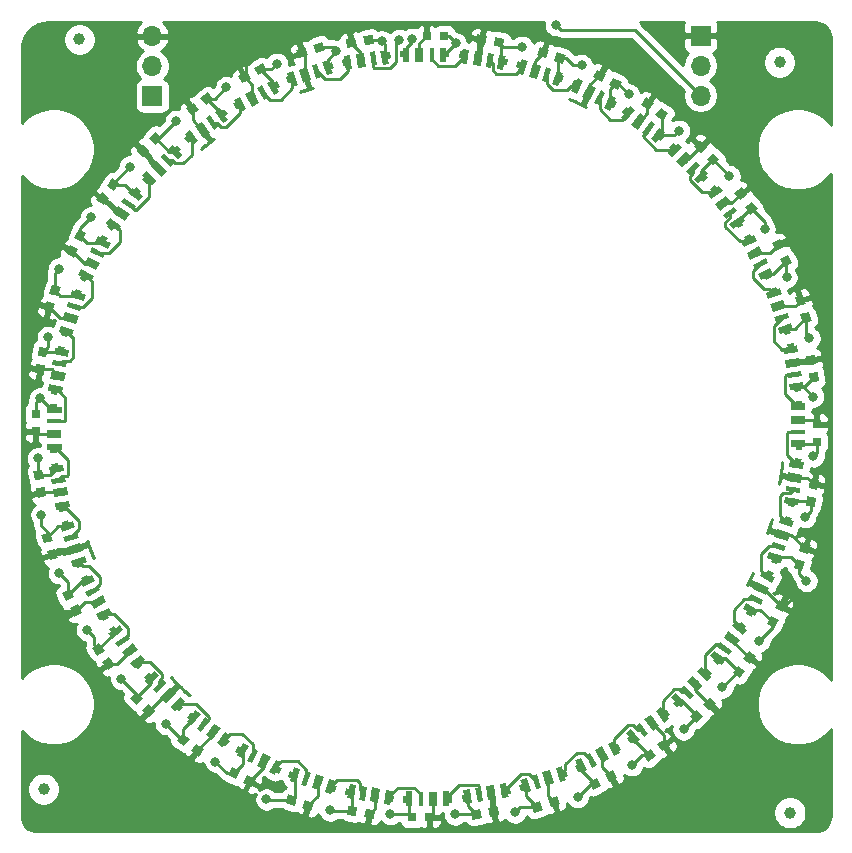
<source format=gbr>
G04 #@! TF.GenerationSoftware,KiCad,Pcbnew,(5.1.5)-3*
G04 #@! TF.CreationDate,2020-03-12T08:41:59+01:00*
G04 #@! TF.ProjectId,StepperClockLedRing,53746570-7065-4724-936c-6f636b4c6564,V0.1*
G04 #@! TF.SameCoordinates,Original*
G04 #@! TF.FileFunction,Copper,L1,Top*
G04 #@! TF.FilePolarity,Positive*
%FSLAX46Y46*%
G04 Gerber Fmt 4.6, Leading zero omitted, Abs format (unit mm)*
G04 Created by KiCad (PCBNEW (5.1.5)-3) date 2020-03-12 08:41:59*
%MOMM*%
%LPD*%
G04 APERTURE LIST*
%ADD10C,0.100000*%
%ADD11C,1.000000*%
%ADD12O,1.700000X1.700000*%
%ADD13R,1.700000X1.700000*%
%ADD14R,1.200000X0.450000*%
%ADD15R,1.200000X0.700000*%
%ADD16R,0.450000X1.200000*%
%ADD17R,0.700000X1.200000*%
%ADD18R,0.750000X0.800000*%
%ADD19R,0.800000X0.750000*%
%ADD20C,0.800000*%
%ADD21C,0.250000*%
%ADD22C,0.254000*%
G04 APERTURE END LIST*
G04 #@! TA.AperFunction,SMDPad,CuDef*
D10*
G36*
X116551256Y-104849784D02*
G01*
X117399784Y-104001256D01*
X117717982Y-104319454D01*
X116869454Y-105167982D01*
X116551256Y-104849784D01*
G37*
G04 #@! TD.AperFunction*
G04 #@! TA.AperFunction,SMDPad,CuDef*
G36*
X118265991Y-105221016D02*
G01*
X118425090Y-105380115D01*
X118036181Y-105769024D01*
X117877082Y-105609925D01*
X117594239Y-105892767D01*
X117205331Y-105503859D01*
X118053859Y-104655331D01*
X118442767Y-105044239D01*
X118265991Y-105221016D01*
G37*
G04 #@! TD.AperFunction*
G04 #@! TA.AperFunction,SMDPad,CuDef*
G36*
X115738084Y-104036612D02*
G01*
X116586612Y-103188084D01*
X117081586Y-103683058D01*
X116233058Y-104531586D01*
X115738084Y-104036612D01*
G37*
G04 #@! TD.AperFunction*
G04 #@! TA.AperFunction,SMDPad,CuDef*
G36*
X115384530Y-103683058D02*
G01*
X114995622Y-103294150D01*
X115278464Y-103011307D01*
X115119365Y-102852208D01*
X115508274Y-102463299D01*
X115667373Y-102622398D01*
X115844150Y-102445622D01*
X116233058Y-102834530D01*
X115384530Y-103683058D01*
G37*
G04 #@! TD.AperFunction*
D11*
X125350000Y-159175000D03*
X62150000Y-157175000D03*
X124470000Y-95630000D03*
X65190000Y-93700000D03*
D12*
X71350000Y-93420000D03*
X71350000Y-95960000D03*
D13*
X71350000Y-98500000D03*
X117775000Y-93375000D03*
D12*
X117775000Y-95915000D03*
X117775000Y-98455000D03*
G04 #@! TA.AperFunction,SMDPad,CuDef*
D10*
G36*
X88308942Y-96234246D02*
G01*
X87765713Y-96320284D01*
X87703140Y-95925209D01*
X87480910Y-95960407D01*
X87394871Y-95417178D01*
X87617101Y-95381981D01*
X87577992Y-95135058D01*
X88121221Y-95049020D01*
X88308942Y-96234246D01*
G37*
G04 #@! TD.AperFunction*
G04 #@! TA.AperFunction,SMDPad,CuDef*
G36*
X88802787Y-96156028D02*
G01*
X88615065Y-94970802D01*
X89306447Y-94861298D01*
X89494169Y-96046524D01*
X88802787Y-96156028D01*
G37*
G04 #@! TD.AperFunction*
G04 #@! TA.AperFunction,SMDPad,CuDef*
G36*
X91246856Y-94807084D02*
G01*
X91469086Y-94771886D01*
X91555125Y-95315114D01*
X91332895Y-95350312D01*
X91395469Y-95745388D01*
X90852240Y-95831426D01*
X90664519Y-94646200D01*
X91207748Y-94560162D01*
X91246856Y-94807084D01*
G37*
G04 #@! TD.AperFunction*
G04 #@! TA.AperFunction,SMDPad,CuDef*
G36*
X89938628Y-95976129D02*
G01*
X89750906Y-94790903D01*
X90195366Y-94720507D01*
X90383088Y-95905733D01*
X89938628Y-95976129D01*
G37*
G04 #@! TD.AperFunction*
G04 #@! TA.AperFunction,SMDPad,CuDef*
G36*
X85239609Y-97039302D02*
G01*
X84868789Y-95898034D01*
X85296765Y-95758976D01*
X85667585Y-96900244D01*
X85239609Y-97039302D01*
G37*
G04 #@! TD.AperFunction*
G04 #@! TA.AperFunction,SMDPad,CuDef*
G36*
X86348852Y-95679998D02*
G01*
X86562839Y-95610469D01*
X86732799Y-96133550D01*
X86518811Y-96203079D01*
X86642418Y-96583501D01*
X86119337Y-96753461D01*
X85748516Y-95612193D01*
X86271597Y-95442233D01*
X86348852Y-95679998D01*
G37*
G04 #@! TD.AperFunction*
G04 #@! TA.AperFunction,SMDPad,CuDef*
G36*
X84145894Y-97394671D02*
G01*
X83775074Y-96253403D01*
X84440814Y-96037091D01*
X84811634Y-97178359D01*
X84145894Y-97394671D01*
G37*
G04 #@! TD.AperFunction*
G04 #@! TA.AperFunction,SMDPad,CuDef*
G36*
X83670366Y-97549179D02*
G01*
X83147285Y-97719139D01*
X83023678Y-97338716D01*
X82809690Y-97408245D01*
X82639731Y-96885164D01*
X82853719Y-96815635D01*
X82776464Y-96577871D01*
X83299545Y-96407911D01*
X83670366Y-97549179D01*
G37*
G04 #@! TD.AperFunction*
G04 #@! TA.AperFunction,SMDPad,CuDef*
G36*
X80801072Y-98866658D02*
G01*
X80256283Y-97797450D01*
X80657236Y-97593154D01*
X81202025Y-98662362D01*
X80801072Y-98866658D01*
G37*
G04 #@! TD.AperFunction*
G04 #@! TA.AperFunction,SMDPad,CuDef*
G36*
X81684016Y-97350565D02*
G01*
X81884493Y-97248417D01*
X82134187Y-97738471D01*
X81933711Y-97840619D01*
X82115307Y-98197022D01*
X81625254Y-98446716D01*
X81080465Y-97377508D01*
X81570518Y-97127814D01*
X81684016Y-97350565D01*
G37*
G04 #@! TD.AperFunction*
G04 #@! TA.AperFunction,SMDPad,CuDef*
G36*
X79776415Y-99388747D02*
G01*
X79231626Y-98319539D01*
X79855331Y-98001745D01*
X80400120Y-99070953D01*
X79776415Y-99388747D01*
G37*
G04 #@! TD.AperFunction*
G04 #@! TA.AperFunction,SMDPad,CuDef*
G36*
X79330911Y-99615743D02*
G01*
X78840858Y-99865437D01*
X78659261Y-99509035D01*
X78458785Y-99611183D01*
X78209090Y-99121129D01*
X78409567Y-99018981D01*
X78296069Y-98796229D01*
X78786122Y-98546535D01*
X79330911Y-99615743D01*
G37*
G04 #@! TD.AperFunction*
G04 #@! TA.AperFunction,SMDPad,CuDef*
G36*
X76596503Y-101360602D02*
G01*
X75891161Y-100389781D01*
X76255219Y-100125278D01*
X76960561Y-101096099D01*
X76596503Y-101360602D01*
G37*
G04 #@! TD.AperFunction*
G04 #@! TA.AperFunction,SMDPad,CuDef*
G36*
X77231408Y-99725052D02*
G01*
X77413437Y-99592800D01*
X77736719Y-100037760D01*
X77554690Y-100170011D01*
X77789804Y-100493618D01*
X77344844Y-100816900D01*
X76639502Y-99846080D01*
X77084462Y-99522798D01*
X77231408Y-99725052D01*
G37*
G04 #@! TD.AperFunction*
G04 #@! TA.AperFunction,SMDPad,CuDef*
G36*
X75666134Y-102036554D02*
G01*
X74960792Y-101065734D01*
X75527104Y-100654284D01*
X76232446Y-101625104D01*
X75666134Y-102036554D01*
G37*
G04 #@! TD.AperFunction*
G04 #@! TA.AperFunction,SMDPad,CuDef*
G36*
X75261626Y-102330447D02*
G01*
X74816666Y-102653729D01*
X74581552Y-102330122D01*
X74399524Y-102462374D01*
X74076242Y-102017415D01*
X74258270Y-101885163D01*
X74111324Y-101682909D01*
X74556284Y-101359627D01*
X75261626Y-102330447D01*
G37*
G04 #@! TD.AperFunction*
G04 #@! TA.AperFunction,SMDPad,CuDef*
G36*
X72899784Y-104498744D02*
G01*
X72051256Y-103650216D01*
X72369454Y-103332018D01*
X73217982Y-104180546D01*
X72899784Y-104498744D01*
G37*
G04 #@! TD.AperFunction*
G04 #@! TA.AperFunction,SMDPad,CuDef*
G36*
X73271016Y-102784009D02*
G01*
X73430115Y-102624910D01*
X73819024Y-103013819D01*
X73659925Y-103172918D01*
X73942767Y-103455761D01*
X73553859Y-103844669D01*
X72705331Y-102996141D01*
X73094239Y-102607233D01*
X73271016Y-102784009D01*
G37*
G04 #@! TD.AperFunction*
G04 #@! TA.AperFunction,SMDPad,CuDef*
G36*
X72086612Y-105311916D02*
G01*
X71238084Y-104463388D01*
X71733058Y-103968414D01*
X72581586Y-104816942D01*
X72086612Y-105311916D01*
G37*
G04 #@! TD.AperFunction*
G04 #@! TA.AperFunction,SMDPad,CuDef*
G36*
X71733058Y-105665470D02*
G01*
X71344150Y-106054378D01*
X71061307Y-105771536D01*
X70902208Y-105930635D01*
X70513299Y-105541726D01*
X70672398Y-105382627D01*
X70495622Y-105205850D01*
X70884530Y-104816942D01*
X71733058Y-105665470D01*
G37*
G04 #@! TD.AperFunction*
G04 #@! TA.AperFunction,SMDPad,CuDef*
G36*
X69710219Y-108158839D02*
G01*
X68739398Y-107453497D01*
X69003901Y-107089439D01*
X69974722Y-107794781D01*
X69710219Y-108158839D01*
G37*
G04 #@! TD.AperFunction*
G04 #@! TA.AperFunction,SMDPad,CuDef*
G36*
X69808636Y-106407142D02*
G01*
X69940888Y-106225114D01*
X70385847Y-106548396D01*
X70253595Y-106730424D01*
X70577202Y-106965538D01*
X70253920Y-107410498D01*
X69283100Y-106705156D01*
X69606382Y-106260196D01*
X69808636Y-106407142D01*
G37*
G04 #@! TD.AperFunction*
G04 #@! TA.AperFunction,SMDPad,CuDef*
G36*
X69034266Y-109089208D02*
G01*
X68063446Y-108383866D01*
X68474896Y-107817554D01*
X69445716Y-108522896D01*
X69034266Y-109089208D01*
G37*
G04 #@! TD.AperFunction*
G04 #@! TA.AperFunction,SMDPad,CuDef*
G36*
X68740373Y-109493716D02*
G01*
X68417091Y-109938676D01*
X68093484Y-109703562D01*
X67961233Y-109885591D01*
X67516273Y-109562309D01*
X67648525Y-109380280D01*
X67446271Y-109233334D01*
X67769553Y-108788374D01*
X68740373Y-109493716D01*
G37*
G04 #@! TD.AperFunction*
G04 #@! TA.AperFunction,SMDPad,CuDef*
G36*
X67152550Y-112243717D02*
G01*
X66083342Y-111698928D01*
X66287638Y-111297975D01*
X67356846Y-111842764D01*
X67152550Y-112243717D01*
G37*
G04 #@! TD.AperFunction*
G04 #@! TA.AperFunction,SMDPad,CuDef*
G36*
X66975730Y-110498191D02*
G01*
X67077878Y-110297714D01*
X67567932Y-110547409D01*
X67465784Y-110747885D01*
X67822186Y-110929482D01*
X67572492Y-111419535D01*
X66503284Y-110874746D01*
X66752978Y-110384693D01*
X66975730Y-110498191D01*
G37*
G04 #@! TD.AperFunction*
G04 #@! TA.AperFunction,SMDPad,CuDef*
G36*
X66630461Y-113268374D02*
G01*
X65561253Y-112723585D01*
X65879047Y-112099880D01*
X66948255Y-112644669D01*
X66630461Y-113268374D01*
G37*
G04 #@! TD.AperFunction*
G04 #@! TA.AperFunction,SMDPad,CuDef*
G36*
X66403465Y-113713878D02*
G01*
X66153771Y-114203931D01*
X65797368Y-114022335D01*
X65695220Y-114222811D01*
X65205166Y-113973117D01*
X65307314Y-113772640D01*
X65084563Y-113659142D01*
X65334257Y-113169089D01*
X66403465Y-113713878D01*
G37*
G04 #@! TD.AperFunction*
G04 #@! TA.AperFunction,SMDPad,CuDef*
G36*
X65251966Y-116731211D02*
G01*
X64110698Y-116360391D01*
X64249756Y-115932415D01*
X65391024Y-116303235D01*
X65251966Y-116731211D01*
G37*
G04 #@! TD.AperFunction*
G04 #@! TA.AperFunction,SMDPad,CuDef*
G36*
X64804263Y-115034837D02*
G01*
X64873792Y-114820849D01*
X65396873Y-114990808D01*
X65327344Y-115204796D01*
X65707767Y-115328403D01*
X65537807Y-115851484D01*
X64396539Y-115480663D01*
X64566499Y-114957582D01*
X64804263Y-115034837D01*
G37*
G04 #@! TD.AperFunction*
G04 #@! TA.AperFunction,SMDPad,CuDef*
G36*
X64896597Y-117824926D02*
G01*
X63755329Y-117454106D01*
X63971641Y-116788366D01*
X65112909Y-117159186D01*
X64896597Y-117824926D01*
G37*
G04 #@! TD.AperFunction*
G04 #@! TA.AperFunction,SMDPad,CuDef*
G36*
X64742089Y-118300455D02*
G01*
X64572129Y-118823536D01*
X64191707Y-118699929D01*
X64122178Y-118913917D01*
X63599097Y-118743957D01*
X63668626Y-118529970D01*
X63430861Y-118452715D01*
X63600821Y-117929634D01*
X64742089Y-118300455D01*
G37*
G04 #@! TD.AperFunction*
G04 #@! TA.AperFunction,SMDPad,CuDef*
G36*
X64084097Y-121474094D02*
G01*
X62898871Y-121286372D01*
X62969267Y-120841912D01*
X64154493Y-121029634D01*
X64084097Y-121474094D01*
G37*
G04 #@! TD.AperFunction*
G04 #@! TA.AperFunction,SMDPad,CuDef*
G36*
X63376535Y-119868640D02*
G01*
X63411732Y-119646410D01*
X63954961Y-119732449D01*
X63919763Y-119954679D01*
X64314838Y-120017252D01*
X64228800Y-120560481D01*
X63043574Y-120372760D01*
X63129612Y-119829531D01*
X63376535Y-119868640D01*
G37*
G04 #@! TD.AperFunction*
G04 #@! TA.AperFunction,SMDPad,CuDef*
G36*
X63904198Y-122609935D02*
G01*
X62718972Y-122422213D01*
X62828476Y-121730831D01*
X64013702Y-121918553D01*
X63904198Y-122609935D01*
G37*
G04 #@! TD.AperFunction*
G04 #@! TA.AperFunction,SMDPad,CuDef*
G36*
X63825980Y-123103779D02*
G01*
X63739942Y-123647008D01*
X63344866Y-123584434D01*
X63309668Y-123806664D01*
X62766440Y-123720625D01*
X62801638Y-123498395D01*
X62554716Y-123459287D01*
X62640754Y-122916058D01*
X63825980Y-123103779D01*
G37*
G04 #@! TD.AperFunction*
D14*
X63075000Y-126050000D03*
G04 #@! TA.AperFunction,SMDPad,CuDef*
D10*
G36*
X62725000Y-124800000D02*
G01*
X62725000Y-124575000D01*
X63275000Y-124575000D01*
X63275000Y-124800000D01*
X63675000Y-124800000D01*
X63675000Y-125350000D01*
X62475000Y-125350000D01*
X62475000Y-124800000D01*
X62725000Y-124800000D01*
G37*
G04 #@! TD.AperFunction*
D15*
X63075000Y-127075000D03*
G04 #@! TA.AperFunction,SMDPad,CuDef*
D10*
G36*
X63675000Y-127925000D02*
G01*
X63675000Y-128475000D01*
X63275000Y-128475000D01*
X63275000Y-128700000D01*
X62725000Y-128700000D01*
X62725000Y-128475000D01*
X62475000Y-128475000D01*
X62475000Y-127925000D01*
X63675000Y-127925000D01*
G37*
G04 #@! TD.AperFunction*
G04 #@! TA.AperFunction,SMDPad,CuDef*
G36*
X64026129Y-131161372D02*
G01*
X62840903Y-131349094D01*
X62770507Y-130904634D01*
X63955733Y-130716912D01*
X64026129Y-131161372D01*
G37*
G04 #@! TD.AperFunction*
G04 #@! TA.AperFunction,SMDPad,CuDef*
G36*
X62857084Y-129853144D02*
G01*
X62821886Y-129630914D01*
X63365114Y-129544875D01*
X63400312Y-129767105D01*
X63795388Y-129704531D01*
X63881426Y-130247760D01*
X62696200Y-130435481D01*
X62610162Y-129892252D01*
X62857084Y-129853144D01*
G37*
G04 #@! TD.AperFunction*
G04 #@! TA.AperFunction,SMDPad,CuDef*
G36*
X64206028Y-132297213D02*
G01*
X63020802Y-132484935D01*
X62911298Y-131793553D01*
X64096524Y-131605831D01*
X64206028Y-132297213D01*
G37*
G04 #@! TD.AperFunction*
G04 #@! TA.AperFunction,SMDPad,CuDef*
G36*
X64284246Y-132791058D02*
G01*
X64370284Y-133334287D01*
X63975209Y-133396860D01*
X64010407Y-133619090D01*
X63467178Y-133705129D01*
X63431981Y-133482899D01*
X63185058Y-133522008D01*
X63099020Y-132978779D01*
X64284246Y-132791058D01*
G37*
G04 #@! TD.AperFunction*
G04 #@! TA.AperFunction,SMDPad,CuDef*
G36*
X65114302Y-135885391D02*
G01*
X63973034Y-136256211D01*
X63833976Y-135828235D01*
X64975244Y-135457415D01*
X65114302Y-135885391D01*
G37*
G04 #@! TD.AperFunction*
G04 #@! TA.AperFunction,SMDPad,CuDef*
G36*
X63754998Y-134776148D02*
G01*
X63685469Y-134562161D01*
X64208550Y-134392201D01*
X64278079Y-134606189D01*
X64658501Y-134482582D01*
X64828461Y-135005663D01*
X63687193Y-135376484D01*
X63517233Y-134853403D01*
X63754998Y-134776148D01*
G37*
G04 #@! TD.AperFunction*
G04 #@! TA.AperFunction,SMDPad,CuDef*
G36*
X65469671Y-136979106D02*
G01*
X64328403Y-137349926D01*
X64112091Y-136684186D01*
X65253359Y-136313366D01*
X65469671Y-136979106D01*
G37*
G04 #@! TD.AperFunction*
G04 #@! TA.AperFunction,SMDPad,CuDef*
G36*
X65624179Y-137454634D02*
G01*
X65794139Y-137977715D01*
X65413716Y-138101322D01*
X65483245Y-138315310D01*
X64960164Y-138485269D01*
X64890635Y-138271281D01*
X64652871Y-138348536D01*
X64482911Y-137825455D01*
X65624179Y-137454634D01*
G37*
G04 #@! TD.AperFunction*
G04 #@! TA.AperFunction,SMDPad,CuDef*
G36*
X66941658Y-140348928D02*
G01*
X65872450Y-140893717D01*
X65668154Y-140492764D01*
X66737362Y-139947975D01*
X66941658Y-140348928D01*
G37*
G04 #@! TD.AperFunction*
G04 #@! TA.AperFunction,SMDPad,CuDef*
G36*
X65425565Y-139465984D02*
G01*
X65323417Y-139265507D01*
X65813471Y-139015813D01*
X65915619Y-139216289D01*
X66272022Y-139034693D01*
X66521716Y-139524746D01*
X65452508Y-140069535D01*
X65202814Y-139579482D01*
X65425565Y-139465984D01*
G37*
G04 #@! TD.AperFunction*
G04 #@! TA.AperFunction,SMDPad,CuDef*
G36*
X67463747Y-141373585D02*
G01*
X66394539Y-141918374D01*
X66076745Y-141294669D01*
X67145953Y-140749880D01*
X67463747Y-141373585D01*
G37*
G04 #@! TD.AperFunction*
G04 #@! TA.AperFunction,SMDPad,CuDef*
G36*
X67690743Y-141819089D02*
G01*
X67940437Y-142309142D01*
X67584035Y-142490739D01*
X67686183Y-142691215D01*
X67196129Y-142940910D01*
X67093981Y-142740433D01*
X66871229Y-142853931D01*
X66621535Y-142363878D01*
X67690743Y-141819089D01*
G37*
G04 #@! TD.AperFunction*
G04 #@! TA.AperFunction,SMDPad,CuDef*
G36*
X69460602Y-144478497D02*
G01*
X68489781Y-145183839D01*
X68225278Y-144819781D01*
X69196099Y-144114439D01*
X69460602Y-144478497D01*
G37*
G04 #@! TD.AperFunction*
G04 #@! TA.AperFunction,SMDPad,CuDef*
G36*
X67825052Y-143843592D02*
G01*
X67692800Y-143661563D01*
X68137760Y-143338281D01*
X68270011Y-143520310D01*
X68593618Y-143285196D01*
X68916900Y-143730156D01*
X67946080Y-144435498D01*
X67622798Y-143990538D01*
X67825052Y-143843592D01*
G37*
G04 #@! TD.AperFunction*
G04 #@! TA.AperFunction,SMDPad,CuDef*
G36*
X70136554Y-145408866D02*
G01*
X69165734Y-146114208D01*
X68754284Y-145547896D01*
X69725104Y-144842554D01*
X70136554Y-145408866D01*
G37*
G04 #@! TD.AperFunction*
G04 #@! TA.AperFunction,SMDPad,CuDef*
G36*
X70430447Y-145813374D02*
G01*
X70753729Y-146258334D01*
X70430122Y-146493448D01*
X70562374Y-146675476D01*
X70117415Y-146998758D01*
X69985163Y-146816730D01*
X69782909Y-146963676D01*
X69459627Y-146518716D01*
X70430447Y-145813374D01*
G37*
G04 #@! TD.AperFunction*
G04 #@! TA.AperFunction,SMDPad,CuDef*
G36*
X72548744Y-148200216D02*
G01*
X71700216Y-149048744D01*
X71382018Y-148730546D01*
X72230546Y-147882018D01*
X72548744Y-148200216D01*
G37*
G04 #@! TD.AperFunction*
G04 #@! TA.AperFunction,SMDPad,CuDef*
G36*
X70834009Y-147828984D02*
G01*
X70674910Y-147669885D01*
X71063819Y-147280976D01*
X71222918Y-147440075D01*
X71505761Y-147157233D01*
X71894669Y-147546141D01*
X71046141Y-148394669D01*
X70657233Y-148005761D01*
X70834009Y-147828984D01*
G37*
G04 #@! TD.AperFunction*
G04 #@! TA.AperFunction,SMDPad,CuDef*
G36*
X73361916Y-149013388D02*
G01*
X72513388Y-149861916D01*
X72018414Y-149366942D01*
X72866942Y-148518414D01*
X73361916Y-149013388D01*
G37*
G04 #@! TD.AperFunction*
G04 #@! TA.AperFunction,SMDPad,CuDef*
G36*
X73715470Y-149366942D02*
G01*
X74104378Y-149755850D01*
X73821536Y-150038693D01*
X73980635Y-150197792D01*
X73591726Y-150586701D01*
X73432627Y-150427602D01*
X73255850Y-150604378D01*
X72866942Y-150215470D01*
X73715470Y-149366942D01*
G37*
G04 #@! TD.AperFunction*
G04 #@! TA.AperFunction,SMDPad,CuDef*
G36*
X76208839Y-151364781D02*
G01*
X75503497Y-152335602D01*
X75139439Y-152071099D01*
X75844781Y-151100278D01*
X76208839Y-151364781D01*
G37*
G04 #@! TD.AperFunction*
G04 #@! TA.AperFunction,SMDPad,CuDef*
G36*
X74457142Y-151266364D02*
G01*
X74275114Y-151134112D01*
X74598396Y-150689153D01*
X74780424Y-150821405D01*
X75015538Y-150497798D01*
X75460498Y-150821080D01*
X74755156Y-151791900D01*
X74310196Y-151468618D01*
X74457142Y-151266364D01*
G37*
G04 #@! TD.AperFunction*
G04 #@! TA.AperFunction,SMDPad,CuDef*
G36*
X77139208Y-152040734D02*
G01*
X76433866Y-153011554D01*
X75867554Y-152600104D01*
X76572896Y-151629284D01*
X77139208Y-152040734D01*
G37*
G04 #@! TD.AperFunction*
G04 #@! TA.AperFunction,SMDPad,CuDef*
G36*
X77543716Y-152334627D02*
G01*
X77988676Y-152657909D01*
X77753562Y-152981516D01*
X77935591Y-153113767D01*
X77612309Y-153558727D01*
X77430280Y-153426475D01*
X77283334Y-153628729D01*
X76838374Y-153305447D01*
X77543716Y-152334627D01*
G37*
G04 #@! TD.AperFunction*
G04 #@! TA.AperFunction,SMDPad,CuDef*
G36*
X80343717Y-153922450D02*
G01*
X79798928Y-154991658D01*
X79397975Y-154787362D01*
X79942764Y-153718154D01*
X80343717Y-153922450D01*
G37*
G04 #@! TD.AperFunction*
G04 #@! TA.AperFunction,SMDPad,CuDef*
G36*
X78598191Y-154099270D02*
G01*
X78397714Y-153997122D01*
X78647409Y-153507068D01*
X78847885Y-153609216D01*
X79029482Y-153252814D01*
X79519535Y-153502508D01*
X78974746Y-154571716D01*
X78484693Y-154322022D01*
X78598191Y-154099270D01*
G37*
G04 #@! TD.AperFunction*
G04 #@! TA.AperFunction,SMDPad,CuDef*
G36*
X81368374Y-154444539D02*
G01*
X80823585Y-155513747D01*
X80199880Y-155195953D01*
X80744669Y-154126745D01*
X81368374Y-154444539D01*
G37*
G04 #@! TD.AperFunction*
G04 #@! TA.AperFunction,SMDPad,CuDef*
G36*
X81813878Y-154671535D02*
G01*
X82303931Y-154921229D01*
X82122335Y-155277632D01*
X82322811Y-155379780D01*
X82073117Y-155869834D01*
X81872640Y-155767686D01*
X81759142Y-155990437D01*
X81269089Y-155740743D01*
X81813878Y-154671535D01*
G37*
G04 #@! TD.AperFunction*
G04 #@! TA.AperFunction,SMDPad,CuDef*
G36*
X84781211Y-155798034D02*
G01*
X84410391Y-156939302D01*
X83982415Y-156800244D01*
X84353235Y-155658976D01*
X84781211Y-155798034D01*
G37*
G04 #@! TD.AperFunction*
G04 #@! TA.AperFunction,SMDPad,CuDef*
G36*
X83084837Y-156245737D02*
G01*
X82870849Y-156176208D01*
X83040808Y-155653127D01*
X83254796Y-155722656D01*
X83378403Y-155342233D01*
X83901484Y-155512193D01*
X83530663Y-156653461D01*
X83007582Y-156483501D01*
X83084837Y-156245737D01*
G37*
G04 #@! TD.AperFunction*
G04 #@! TA.AperFunction,SMDPad,CuDef*
G36*
X85874926Y-156153403D02*
G01*
X85504106Y-157294671D01*
X84838366Y-157078359D01*
X85209186Y-155937091D01*
X85874926Y-156153403D01*
G37*
G04 #@! TD.AperFunction*
G04 #@! TA.AperFunction,SMDPad,CuDef*
G36*
X86350455Y-156307911D02*
G01*
X86873536Y-156477871D01*
X86749929Y-156858293D01*
X86963917Y-156927822D01*
X86793957Y-157450903D01*
X86579970Y-157381374D01*
X86502715Y-157619139D01*
X85979634Y-157449179D01*
X86350455Y-156307911D01*
G37*
G04 #@! TD.AperFunction*
G04 #@! TA.AperFunction,SMDPad,CuDef*
G36*
X89524094Y-156965903D02*
G01*
X89336372Y-158151129D01*
X88891912Y-158080733D01*
X89079634Y-156895507D01*
X89524094Y-156965903D01*
G37*
G04 #@! TD.AperFunction*
G04 #@! TA.AperFunction,SMDPad,CuDef*
G36*
X87918640Y-157673465D02*
G01*
X87696410Y-157638268D01*
X87782449Y-157095039D01*
X88004679Y-157130237D01*
X88067252Y-156735162D01*
X88610481Y-156821200D01*
X88422760Y-158006426D01*
X87879531Y-157920388D01*
X87918640Y-157673465D01*
G37*
G04 #@! TD.AperFunction*
G04 #@! TA.AperFunction,SMDPad,CuDef*
G36*
X90659935Y-157145802D02*
G01*
X90472213Y-158331028D01*
X89780831Y-158221524D01*
X89968553Y-157036298D01*
X90659935Y-157145802D01*
G37*
G04 #@! TD.AperFunction*
G04 #@! TA.AperFunction,SMDPad,CuDef*
G36*
X91153779Y-157224020D02*
G01*
X91697008Y-157310058D01*
X91634434Y-157705134D01*
X91856664Y-157740332D01*
X91770625Y-158283560D01*
X91548395Y-158248362D01*
X91509287Y-158495284D01*
X90966058Y-158409246D01*
X91153779Y-157224020D01*
G37*
G04 #@! TD.AperFunction*
D16*
X94075000Y-157975000D03*
G04 #@! TA.AperFunction,SMDPad,CuDef*
D10*
G36*
X92825000Y-158325000D02*
G01*
X92600000Y-158325000D01*
X92600000Y-157775000D01*
X92825000Y-157775000D01*
X92825000Y-157375000D01*
X93375000Y-157375000D01*
X93375000Y-158575000D01*
X92825000Y-158575000D01*
X92825000Y-158325000D01*
G37*
G04 #@! TD.AperFunction*
D17*
X95100000Y-157975000D03*
G04 #@! TA.AperFunction,SMDPad,CuDef*
D10*
G36*
X95950000Y-157375000D02*
G01*
X96500000Y-157375000D01*
X96500000Y-157775000D01*
X96725000Y-157775000D01*
X96725000Y-158325000D01*
X96500000Y-158325000D01*
X96500000Y-158575000D01*
X95950000Y-158575000D01*
X95950000Y-157375000D01*
G37*
G04 #@! TD.AperFunction*
G04 #@! TA.AperFunction,SMDPad,CuDef*
G36*
X99161372Y-157023871D02*
G01*
X99349094Y-158209097D01*
X98904634Y-158279493D01*
X98716912Y-157094267D01*
X99161372Y-157023871D01*
G37*
G04 #@! TD.AperFunction*
G04 #@! TA.AperFunction,SMDPad,CuDef*
G36*
X97853144Y-158192916D02*
G01*
X97630914Y-158228114D01*
X97544875Y-157684886D01*
X97767105Y-157649688D01*
X97704531Y-157254612D01*
X98247760Y-157168574D01*
X98435481Y-158353800D01*
X97892252Y-158439838D01*
X97853144Y-158192916D01*
G37*
G04 #@! TD.AperFunction*
G04 #@! TA.AperFunction,SMDPad,CuDef*
G36*
X100297213Y-156843972D02*
G01*
X100484935Y-158029198D01*
X99793553Y-158138702D01*
X99605831Y-156953476D01*
X100297213Y-156843972D01*
G37*
G04 #@! TD.AperFunction*
G04 #@! TA.AperFunction,SMDPad,CuDef*
G36*
X100791058Y-156765754D02*
G01*
X101334287Y-156679716D01*
X101396860Y-157074791D01*
X101619090Y-157039593D01*
X101705129Y-157582822D01*
X101482899Y-157618019D01*
X101522008Y-157864942D01*
X100978779Y-157950980D01*
X100791058Y-156765754D01*
G37*
G04 #@! TD.AperFunction*
G04 #@! TA.AperFunction,SMDPad,CuDef*
G36*
X103935391Y-155910698D02*
G01*
X104306211Y-157051966D01*
X103878235Y-157191024D01*
X103507415Y-156049756D01*
X103935391Y-155910698D01*
G37*
G04 #@! TD.AperFunction*
G04 #@! TA.AperFunction,SMDPad,CuDef*
G36*
X102826148Y-157270002D02*
G01*
X102612161Y-157339531D01*
X102442201Y-156816450D01*
X102656189Y-156746921D01*
X102532582Y-156366499D01*
X103055663Y-156196539D01*
X103426484Y-157337807D01*
X102903403Y-157507767D01*
X102826148Y-157270002D01*
G37*
G04 #@! TD.AperFunction*
G04 #@! TA.AperFunction,SMDPad,CuDef*
G36*
X105029106Y-155555329D02*
G01*
X105399926Y-156696597D01*
X104734186Y-156912909D01*
X104363366Y-155771641D01*
X105029106Y-155555329D01*
G37*
G04 #@! TD.AperFunction*
G04 #@! TA.AperFunction,SMDPad,CuDef*
G36*
X105504634Y-155400821D02*
G01*
X106027715Y-155230861D01*
X106151322Y-155611284D01*
X106365310Y-155541755D01*
X106535269Y-156064836D01*
X106321281Y-156134365D01*
X106398536Y-156372129D01*
X105875455Y-156542089D01*
X105504634Y-155400821D01*
G37*
G04 #@! TD.AperFunction*
G04 #@! TA.AperFunction,SMDPad,CuDef*
G36*
X108448928Y-154083342D02*
G01*
X108993717Y-155152550D01*
X108592764Y-155356846D01*
X108047975Y-154287638D01*
X108448928Y-154083342D01*
G37*
G04 #@! TD.AperFunction*
G04 #@! TA.AperFunction,SMDPad,CuDef*
G36*
X107565984Y-155599435D02*
G01*
X107365507Y-155701583D01*
X107115813Y-155211529D01*
X107316289Y-155109381D01*
X107134693Y-154752978D01*
X107624746Y-154503284D01*
X108169535Y-155572492D01*
X107679482Y-155822186D01*
X107565984Y-155599435D01*
G37*
G04 #@! TD.AperFunction*
G04 #@! TA.AperFunction,SMDPad,CuDef*
G36*
X109473585Y-153561253D02*
G01*
X110018374Y-154630461D01*
X109394669Y-154948255D01*
X108849880Y-153879047D01*
X109473585Y-153561253D01*
G37*
G04 #@! TD.AperFunction*
G04 #@! TA.AperFunction,SMDPad,CuDef*
G36*
X109919089Y-153334257D02*
G01*
X110409142Y-153084563D01*
X110590739Y-153440965D01*
X110791215Y-153338817D01*
X111040910Y-153828871D01*
X110840433Y-153931019D01*
X110953931Y-154153771D01*
X110463878Y-154403465D01*
X109919089Y-153334257D01*
G37*
G04 #@! TD.AperFunction*
G04 #@! TA.AperFunction,SMDPad,CuDef*
G36*
X112653497Y-151539398D02*
G01*
X113358839Y-152510219D01*
X112994781Y-152774722D01*
X112289439Y-151803901D01*
X112653497Y-151539398D01*
G37*
G04 #@! TD.AperFunction*
G04 #@! TA.AperFunction,SMDPad,CuDef*
G36*
X112018592Y-153174948D02*
G01*
X111836563Y-153307200D01*
X111513281Y-152862240D01*
X111695310Y-152729989D01*
X111460196Y-152406382D01*
X111905156Y-152083100D01*
X112610498Y-153053920D01*
X112165538Y-153377202D01*
X112018592Y-153174948D01*
G37*
G04 #@! TD.AperFunction*
G04 #@! TA.AperFunction,SMDPad,CuDef*
G36*
X113583866Y-150863446D02*
G01*
X114289208Y-151834266D01*
X113722896Y-152245716D01*
X113017554Y-151274896D01*
X113583866Y-150863446D01*
G37*
G04 #@! TD.AperFunction*
G04 #@! TA.AperFunction,SMDPad,CuDef*
G36*
X113988374Y-150569553D02*
G01*
X114433334Y-150246271D01*
X114668448Y-150569878D01*
X114850476Y-150437626D01*
X115173758Y-150882585D01*
X114991730Y-151014837D01*
X115138676Y-151217091D01*
X114693716Y-151540373D01*
X113988374Y-150569553D01*
G37*
G04 #@! TD.AperFunction*
G04 #@! TA.AperFunction,SMDPad,CuDef*
G36*
X116350216Y-148376256D02*
G01*
X117198744Y-149224784D01*
X116880546Y-149542982D01*
X116032018Y-148694454D01*
X116350216Y-148376256D01*
G37*
G04 #@! TD.AperFunction*
G04 #@! TA.AperFunction,SMDPad,CuDef*
G36*
X115978984Y-150090991D02*
G01*
X115819885Y-150250090D01*
X115430976Y-149861181D01*
X115590075Y-149702082D01*
X115307233Y-149419239D01*
X115696141Y-149030331D01*
X116544669Y-149878859D01*
X116155761Y-150267767D01*
X115978984Y-150090991D01*
G37*
G04 #@! TD.AperFunction*
G04 #@! TA.AperFunction,SMDPad,CuDef*
G36*
X117163388Y-147563084D02*
G01*
X118011916Y-148411612D01*
X117516942Y-148906586D01*
X116668414Y-148058058D01*
X117163388Y-147563084D01*
G37*
G04 #@! TD.AperFunction*
G04 #@! TA.AperFunction,SMDPad,CuDef*
G36*
X117516942Y-147209530D02*
G01*
X117905850Y-146820622D01*
X118188693Y-147103464D01*
X118347792Y-146944365D01*
X118736701Y-147333274D01*
X118577602Y-147492373D01*
X118754378Y-147669150D01*
X118365470Y-148058058D01*
X117516942Y-147209530D01*
G37*
G04 #@! TD.AperFunction*
G04 #@! TA.AperFunction,SMDPad,CuDef*
G36*
X119464781Y-144741161D02*
G01*
X120435602Y-145446503D01*
X120171099Y-145810561D01*
X119200278Y-145105219D01*
X119464781Y-144741161D01*
G37*
G04 #@! TD.AperFunction*
G04 #@! TA.AperFunction,SMDPad,CuDef*
G36*
X119366364Y-146492858D02*
G01*
X119234112Y-146674886D01*
X118789153Y-146351604D01*
X118921405Y-146169576D01*
X118597798Y-145934462D01*
X118921080Y-145489502D01*
X119891900Y-146194844D01*
X119568618Y-146639804D01*
X119366364Y-146492858D01*
G37*
G04 #@! TD.AperFunction*
G04 #@! TA.AperFunction,SMDPad,CuDef*
G36*
X120140734Y-143810792D02*
G01*
X121111554Y-144516134D01*
X120700104Y-145082446D01*
X119729284Y-144377104D01*
X120140734Y-143810792D01*
G37*
G04 #@! TD.AperFunction*
G04 #@! TA.AperFunction,SMDPad,CuDef*
G36*
X120434627Y-143406284D02*
G01*
X120757909Y-142961324D01*
X121081516Y-143196438D01*
X121213767Y-143014409D01*
X121658727Y-143337691D01*
X121526475Y-143519720D01*
X121728729Y-143666666D01*
X121405447Y-144111626D01*
X120434627Y-143406284D01*
G37*
G04 #@! TD.AperFunction*
G04 #@! TA.AperFunction,SMDPad,CuDef*
G36*
X122022450Y-140631283D02*
G01*
X123091658Y-141176072D01*
X122887362Y-141577025D01*
X121818154Y-141032236D01*
X122022450Y-140631283D01*
G37*
G04 #@! TD.AperFunction*
G04 #@! TA.AperFunction,SMDPad,CuDef*
G36*
X122199270Y-142376809D02*
G01*
X122097122Y-142577286D01*
X121607068Y-142327591D01*
X121709216Y-142127115D01*
X121352814Y-141945518D01*
X121602508Y-141455465D01*
X122671716Y-142000254D01*
X122422022Y-142490307D01*
X122199270Y-142376809D01*
G37*
G04 #@! TD.AperFunction*
G04 #@! TA.AperFunction,SMDPad,CuDef*
G36*
X122544539Y-139606626D02*
G01*
X123613747Y-140151415D01*
X123295953Y-140775120D01*
X122226745Y-140230331D01*
X122544539Y-139606626D01*
G37*
G04 #@! TD.AperFunction*
G04 #@! TA.AperFunction,SMDPad,CuDef*
G36*
X122771535Y-139161122D02*
G01*
X123021229Y-138671069D01*
X123377632Y-138852665D01*
X123479780Y-138652189D01*
X123969834Y-138901883D01*
X123867686Y-139102360D01*
X124090437Y-139215858D01*
X123840743Y-139705911D01*
X122771535Y-139161122D01*
G37*
G04 #@! TD.AperFunction*
G04 #@! TA.AperFunction,SMDPad,CuDef*
G36*
X123873034Y-136218789D02*
G01*
X125014302Y-136589609D01*
X124875244Y-137017585D01*
X123733976Y-136646765D01*
X123873034Y-136218789D01*
G37*
G04 #@! TD.AperFunction*
G04 #@! TA.AperFunction,SMDPad,CuDef*
G36*
X124320737Y-137915163D02*
G01*
X124251208Y-138129151D01*
X123728127Y-137959192D01*
X123797656Y-137745204D01*
X123417233Y-137621597D01*
X123587193Y-137098516D01*
X124728461Y-137469337D01*
X124558501Y-137992418D01*
X124320737Y-137915163D01*
G37*
G04 #@! TD.AperFunction*
G04 #@! TA.AperFunction,SMDPad,CuDef*
G36*
X124228403Y-135125074D02*
G01*
X125369671Y-135495894D01*
X125153359Y-136161634D01*
X124012091Y-135790814D01*
X124228403Y-135125074D01*
G37*
G04 #@! TD.AperFunction*
G04 #@! TA.AperFunction,SMDPad,CuDef*
G36*
X124382911Y-134649545D02*
G01*
X124552871Y-134126464D01*
X124933293Y-134250071D01*
X125002822Y-134036083D01*
X125525903Y-134206043D01*
X125456374Y-134420030D01*
X125694139Y-134497285D01*
X125524179Y-135020366D01*
X124382911Y-134649545D01*
G37*
G04 #@! TD.AperFunction*
G04 #@! TA.AperFunction,SMDPad,CuDef*
G36*
X125040903Y-131500906D02*
G01*
X126226129Y-131688628D01*
X126155733Y-132133088D01*
X124970507Y-131945366D01*
X125040903Y-131500906D01*
G37*
G04 #@! TD.AperFunction*
G04 #@! TA.AperFunction,SMDPad,CuDef*
G36*
X125748465Y-133106360D02*
G01*
X125713268Y-133328590D01*
X125170039Y-133242551D01*
X125205237Y-133020321D01*
X124810162Y-132957748D01*
X124896200Y-132414519D01*
X126081426Y-132602240D01*
X125995388Y-133145469D01*
X125748465Y-133106360D01*
G37*
G04 #@! TD.AperFunction*
G04 #@! TA.AperFunction,SMDPad,CuDef*
G36*
X125220802Y-130365065D02*
G01*
X126406028Y-130552787D01*
X126296524Y-131244169D01*
X125111298Y-131056447D01*
X125220802Y-130365065D01*
G37*
G04 #@! TD.AperFunction*
G04 #@! TA.AperFunction,SMDPad,CuDef*
G36*
X125299020Y-129871221D02*
G01*
X125385058Y-129327992D01*
X125780134Y-129390566D01*
X125815332Y-129168336D01*
X126358560Y-129254375D01*
X126323362Y-129476605D01*
X126570284Y-129515713D01*
X126484246Y-130058942D01*
X125299020Y-129871221D01*
G37*
G04 #@! TD.AperFunction*
D14*
X126025000Y-126950000D03*
G04 #@! TA.AperFunction,SMDPad,CuDef*
D10*
G36*
X126375000Y-128200000D02*
G01*
X126375000Y-128425000D01*
X125825000Y-128425000D01*
X125825000Y-128200000D01*
X125425000Y-128200000D01*
X125425000Y-127650000D01*
X126625000Y-127650000D01*
X126625000Y-128200000D01*
X126375000Y-128200000D01*
G37*
G04 #@! TD.AperFunction*
D15*
X126025000Y-125925000D03*
G04 #@! TA.AperFunction,SMDPad,CuDef*
D10*
G36*
X125425000Y-125075000D02*
G01*
X125425000Y-124525000D01*
X125825000Y-124525000D01*
X125825000Y-124300000D01*
X126375000Y-124300000D01*
X126375000Y-124525000D01*
X126625000Y-124525000D01*
X126625000Y-125075000D01*
X125425000Y-125075000D01*
G37*
G04 #@! TD.AperFunction*
G04 #@! TA.AperFunction,SMDPad,CuDef*
G36*
X125098871Y-121963628D02*
G01*
X126284097Y-121775906D01*
X126354493Y-122220366D01*
X125169267Y-122408088D01*
X125098871Y-121963628D01*
G37*
G04 #@! TD.AperFunction*
G04 #@! TA.AperFunction,SMDPad,CuDef*
G36*
X126267916Y-123271856D02*
G01*
X126303114Y-123494086D01*
X125759886Y-123580125D01*
X125724688Y-123357895D01*
X125329612Y-123420469D01*
X125243574Y-122877240D01*
X126428800Y-122689519D01*
X126514838Y-123232748D01*
X126267916Y-123271856D01*
G37*
G04 #@! TD.AperFunction*
G04 #@! TA.AperFunction,SMDPad,CuDef*
G36*
X124918972Y-120827787D02*
G01*
X126104198Y-120640065D01*
X126213702Y-121331447D01*
X125028476Y-121519169D01*
X124918972Y-120827787D01*
G37*
G04 #@! TD.AperFunction*
G04 #@! TA.AperFunction,SMDPad,CuDef*
G36*
X124840754Y-120333942D02*
G01*
X124754716Y-119790713D01*
X125149791Y-119728140D01*
X125114593Y-119505910D01*
X125657822Y-119419871D01*
X125693019Y-119642101D01*
X125939942Y-119602992D01*
X126025980Y-120146221D01*
X124840754Y-120333942D01*
G37*
G04 #@! TD.AperFunction*
G04 #@! TA.AperFunction,SMDPad,CuDef*
G36*
X124010698Y-117239609D02*
G01*
X125151966Y-116868789D01*
X125291024Y-117296765D01*
X124149756Y-117667585D01*
X124010698Y-117239609D01*
G37*
G04 #@! TD.AperFunction*
G04 #@! TA.AperFunction,SMDPad,CuDef*
G36*
X125370002Y-118348852D02*
G01*
X125439531Y-118562839D01*
X124916450Y-118732799D01*
X124846921Y-118518811D01*
X124466499Y-118642418D01*
X124296539Y-118119337D01*
X125437807Y-117748516D01*
X125607767Y-118271597D01*
X125370002Y-118348852D01*
G37*
G04 #@! TD.AperFunction*
G04 #@! TA.AperFunction,SMDPad,CuDef*
G36*
X123655329Y-116145894D02*
G01*
X124796597Y-115775074D01*
X125012909Y-116440814D01*
X123871641Y-116811634D01*
X123655329Y-116145894D01*
G37*
G04 #@! TD.AperFunction*
G04 #@! TA.AperFunction,SMDPad,CuDef*
G36*
X123500821Y-115670366D02*
G01*
X123330861Y-115147285D01*
X123711284Y-115023678D01*
X123641755Y-114809690D01*
X124164836Y-114639731D01*
X124234365Y-114853719D01*
X124472129Y-114776464D01*
X124642089Y-115299545D01*
X123500821Y-115670366D01*
G37*
G04 #@! TD.AperFunction*
G04 #@! TA.AperFunction,SMDPad,CuDef*
G36*
X122208342Y-112776072D02*
G01*
X123277550Y-112231283D01*
X123481846Y-112632236D01*
X122412638Y-113177025D01*
X122208342Y-112776072D01*
G37*
G04 #@! TD.AperFunction*
G04 #@! TA.AperFunction,SMDPad,CuDef*
G36*
X123724435Y-113659016D02*
G01*
X123826583Y-113859493D01*
X123336529Y-114109187D01*
X123234381Y-113908711D01*
X122877978Y-114090307D01*
X122628284Y-113600254D01*
X123697492Y-113055465D01*
X123947186Y-113545518D01*
X123724435Y-113659016D01*
G37*
G04 #@! TD.AperFunction*
G04 #@! TA.AperFunction,SMDPad,CuDef*
G36*
X121686253Y-111751415D02*
G01*
X122755461Y-111206626D01*
X123073255Y-111830331D01*
X122004047Y-112375120D01*
X121686253Y-111751415D01*
G37*
G04 #@! TD.AperFunction*
G04 #@! TA.AperFunction,SMDPad,CuDef*
G36*
X121459257Y-111305911D02*
G01*
X121209563Y-110815858D01*
X121565965Y-110634261D01*
X121463817Y-110433785D01*
X121953871Y-110184090D01*
X122056019Y-110384567D01*
X122278771Y-110271069D01*
X122528465Y-110761122D01*
X121459257Y-111305911D01*
G37*
G04 #@! TD.AperFunction*
G04 #@! TA.AperFunction,SMDPad,CuDef*
G36*
X119664398Y-108571503D02*
G01*
X120635219Y-107866161D01*
X120899722Y-108230219D01*
X119928901Y-108935561D01*
X119664398Y-108571503D01*
G37*
G04 #@! TD.AperFunction*
G04 #@! TA.AperFunction,SMDPad,CuDef*
G36*
X121299948Y-109206408D02*
G01*
X121432200Y-109388437D01*
X120987240Y-109711719D01*
X120854989Y-109529690D01*
X120531382Y-109764804D01*
X120208100Y-109319844D01*
X121178920Y-108614502D01*
X121502202Y-109059462D01*
X121299948Y-109206408D01*
G37*
G04 #@! TD.AperFunction*
G04 #@! TA.AperFunction,SMDPad,CuDef*
G36*
X118988446Y-107641134D02*
G01*
X119959266Y-106935792D01*
X120370716Y-107502104D01*
X119399896Y-108207446D01*
X118988446Y-107641134D01*
G37*
G04 #@! TD.AperFunction*
G04 #@! TA.AperFunction,SMDPad,CuDef*
G36*
X118694553Y-107236626D02*
G01*
X118371271Y-106791666D01*
X118694878Y-106556552D01*
X118562626Y-106374524D01*
X119007585Y-106051242D01*
X119139837Y-106233270D01*
X119342091Y-106086324D01*
X119665373Y-106531284D01*
X118694553Y-107236626D01*
G37*
G04 #@! TD.AperFunction*
G04 #@! TA.AperFunction,SMDPad,CuDef*
G36*
X112841161Y-101610219D02*
G01*
X113546503Y-100639398D01*
X113910561Y-100903901D01*
X113205219Y-101874722D01*
X112841161Y-101610219D01*
G37*
G04 #@! TD.AperFunction*
G04 #@! TA.AperFunction,SMDPad,CuDef*
G36*
X114592858Y-101708636D02*
G01*
X114774886Y-101840888D01*
X114451604Y-102285847D01*
X114269576Y-102153595D01*
X114034462Y-102477202D01*
X113589502Y-102153920D01*
X114294844Y-101183100D01*
X114739804Y-101506382D01*
X114592858Y-101708636D01*
G37*
G04 #@! TD.AperFunction*
G04 #@! TA.AperFunction,SMDPad,CuDef*
G36*
X111910792Y-100934266D02*
G01*
X112616134Y-99963446D01*
X113182446Y-100374896D01*
X112477104Y-101345716D01*
X111910792Y-100934266D01*
G37*
G04 #@! TD.AperFunction*
G04 #@! TA.AperFunction,SMDPad,CuDef*
G36*
X111506284Y-100640373D02*
G01*
X111061324Y-100317091D01*
X111296438Y-99993484D01*
X111114409Y-99861233D01*
X111437691Y-99416273D01*
X111619720Y-99548525D01*
X111766666Y-99346271D01*
X112211626Y-99669553D01*
X111506284Y-100640373D01*
G37*
G04 #@! TD.AperFunction*
G04 #@! TA.AperFunction,SMDPad,CuDef*
G36*
X108781283Y-99077550D02*
G01*
X109326072Y-98008342D01*
X109727025Y-98212638D01*
X109182236Y-99281846D01*
X108781283Y-99077550D01*
G37*
G04 #@! TD.AperFunction*
G04 #@! TA.AperFunction,SMDPad,CuDef*
G36*
X110526809Y-98900730D02*
G01*
X110727286Y-99002878D01*
X110477591Y-99492932D01*
X110277115Y-99390784D01*
X110095518Y-99747186D01*
X109605465Y-99497492D01*
X110150254Y-98428284D01*
X110640307Y-98677978D01*
X110526809Y-98900730D01*
G37*
G04 #@! TD.AperFunction*
G04 #@! TA.AperFunction,SMDPad,CuDef*
G36*
X107756626Y-98555461D02*
G01*
X108301415Y-97486253D01*
X108925120Y-97804047D01*
X108380331Y-98873255D01*
X107756626Y-98555461D01*
G37*
G04 #@! TD.AperFunction*
G04 #@! TA.AperFunction,SMDPad,CuDef*
G36*
X107311122Y-98328465D02*
G01*
X106821069Y-98078771D01*
X107002665Y-97722368D01*
X106802189Y-97620220D01*
X107051883Y-97130166D01*
X107252360Y-97232314D01*
X107365858Y-97009563D01*
X107855911Y-97259257D01*
X107311122Y-98328465D01*
G37*
G04 #@! TD.AperFunction*
G04 #@! TA.AperFunction,SMDPad,CuDef*
G36*
X104343789Y-97201966D02*
G01*
X104714609Y-96060698D01*
X105142585Y-96199756D01*
X104771765Y-97341024D01*
X104343789Y-97201966D01*
G37*
G04 #@! TD.AperFunction*
G04 #@! TA.AperFunction,SMDPad,CuDef*
G36*
X106040163Y-96754263D02*
G01*
X106254151Y-96823792D01*
X106084192Y-97346873D01*
X105870204Y-97277344D01*
X105746597Y-97657767D01*
X105223516Y-97487807D01*
X105594337Y-96346539D01*
X106117418Y-96516499D01*
X106040163Y-96754263D01*
G37*
G04 #@! TD.AperFunction*
G04 #@! TA.AperFunction,SMDPad,CuDef*
G36*
X103250074Y-96846597D02*
G01*
X103620894Y-95705329D01*
X104286634Y-95921641D01*
X103915814Y-97062909D01*
X103250074Y-96846597D01*
G37*
G04 #@! TD.AperFunction*
G04 #@! TA.AperFunction,SMDPad,CuDef*
G36*
X102774545Y-96692089D02*
G01*
X102251464Y-96522129D01*
X102375071Y-96141707D01*
X102161083Y-96072178D01*
X102331043Y-95549097D01*
X102545030Y-95618626D01*
X102622285Y-95380861D01*
X103145366Y-95550821D01*
X102774545Y-96692089D01*
G37*
G04 #@! TD.AperFunction*
G04 #@! TA.AperFunction,SMDPad,CuDef*
G36*
X88545646Y-93559369D02*
G01*
X88662972Y-94300135D01*
X87872822Y-94425283D01*
X87755496Y-93684517D01*
X88545646Y-93559369D01*
G37*
G04 #@! TD.AperFunction*
G04 #@! TA.AperFunction,SMDPad,CuDef*
G36*
X90027178Y-93324717D02*
G01*
X90144504Y-94065483D01*
X89354354Y-94190631D01*
X89237028Y-93449865D01*
X90027178Y-93324717D01*
G37*
G04 #@! TD.AperFunction*
G04 #@! TA.AperFunction,SMDPad,CuDef*
G36*
X84326249Y-94351510D02*
G01*
X84558012Y-95064802D01*
X83797167Y-95312016D01*
X83565404Y-94598724D01*
X84326249Y-94351510D01*
G37*
G04 #@! TD.AperFunction*
G04 #@! TA.AperFunction,SMDPad,CuDef*
G36*
X85752833Y-93887984D02*
G01*
X85984596Y-94601276D01*
X85223751Y-94848490D01*
X84991988Y-94135198D01*
X85752833Y-93887984D01*
G37*
G04 #@! TD.AperFunction*
G04 #@! TA.AperFunction,SMDPad,CuDef*
G36*
X79367901Y-96399769D02*
G01*
X79708394Y-97068024D01*
X78995589Y-97431217D01*
X78655096Y-96762962D01*
X79367901Y-96399769D01*
G37*
G04 #@! TD.AperFunction*
G04 #@! TA.AperFunction,SMDPad,CuDef*
G36*
X80704411Y-95718783D02*
G01*
X81044904Y-96387038D01*
X80332099Y-96750231D01*
X79991606Y-96081976D01*
X80704411Y-95718783D01*
G37*
G04 #@! TD.AperFunction*
G04 #@! TA.AperFunction,SMDPad,CuDef*
G36*
X74871424Y-99052344D02*
G01*
X75312263Y-99659106D01*
X74665050Y-100129334D01*
X74224211Y-99522572D01*
X74871424Y-99052344D01*
G37*
G04 #@! TD.AperFunction*
G04 #@! TA.AperFunction,SMDPad,CuDef*
G36*
X76084950Y-98170666D02*
G01*
X76525789Y-98777428D01*
X75878576Y-99247656D01*
X75437737Y-98640894D01*
X76084950Y-98170666D01*
G37*
G04 #@! TD.AperFunction*
G04 #@! TA.AperFunction,SMDPad,CuDef*
G36*
X70587348Y-102582322D02*
G01*
X71117678Y-103112652D01*
X70551992Y-103678338D01*
X70021662Y-103148008D01*
X70587348Y-102582322D01*
G37*
G04 #@! TD.AperFunction*
G04 #@! TA.AperFunction,SMDPad,CuDef*
G36*
X71648008Y-101521662D02*
G01*
X72178338Y-102051992D01*
X71612652Y-102617678D01*
X71082322Y-102087348D01*
X71648008Y-101521662D01*
G37*
G04 #@! TD.AperFunction*
G04 #@! TA.AperFunction,SMDPad,CuDef*
G36*
X67090894Y-106662737D02*
G01*
X67697656Y-107103576D01*
X67227428Y-107750789D01*
X66620666Y-107309950D01*
X67090894Y-106662737D01*
G37*
G04 #@! TD.AperFunction*
G04 #@! TA.AperFunction,SMDPad,CuDef*
G36*
X67972572Y-105449211D02*
G01*
X68579334Y-105890050D01*
X68109106Y-106537263D01*
X67502344Y-106096424D01*
X67972572Y-105449211D01*
G37*
G04 #@! TD.AperFunction*
G04 #@! TA.AperFunction,SMDPad,CuDef*
G36*
X64431976Y-111116606D02*
G01*
X65100231Y-111457099D01*
X64737038Y-112169904D01*
X64068783Y-111829411D01*
X64431976Y-111116606D01*
G37*
G04 #@! TD.AperFunction*
G04 #@! TA.AperFunction,SMDPad,CuDef*
G36*
X65112962Y-109780096D02*
G01*
X65781217Y-110120589D01*
X65418024Y-110833394D01*
X64749769Y-110492901D01*
X65112962Y-109780096D01*
G37*
G04 #@! TD.AperFunction*
G04 #@! TA.AperFunction,SMDPad,CuDef*
G36*
X62410198Y-115891988D02*
G01*
X63123490Y-116123751D01*
X62876276Y-116884596D01*
X62162984Y-116652833D01*
X62410198Y-115891988D01*
G37*
G04 #@! TD.AperFunction*
G04 #@! TA.AperFunction,SMDPad,CuDef*
G36*
X62873724Y-114465404D02*
G01*
X63587016Y-114697167D01*
X63339802Y-115458012D01*
X62626510Y-115226249D01*
X62873724Y-114465404D01*
G37*
G04 #@! TD.AperFunction*
G04 #@! TA.AperFunction,SMDPad,CuDef*
G36*
X61534865Y-121187028D02*
G01*
X62275631Y-121304354D01*
X62150483Y-122094504D01*
X61409717Y-121977178D01*
X61534865Y-121187028D01*
G37*
G04 #@! TD.AperFunction*
G04 #@! TA.AperFunction,SMDPad,CuDef*
G36*
X61769517Y-119705496D02*
G01*
X62510283Y-119822822D01*
X62385135Y-120612972D01*
X61644369Y-120495646D01*
X61769517Y-119705496D01*
G37*
G04 #@! TD.AperFunction*
D18*
X61475000Y-126900000D03*
X61475000Y-125400000D03*
G04 #@! TA.AperFunction,SMDPad,CuDef*
D10*
G36*
X61534369Y-131724354D02*
G01*
X62275135Y-131607028D01*
X62400283Y-132397178D01*
X61659517Y-132514504D01*
X61534369Y-131724354D01*
G37*
G04 #@! TD.AperFunction*
G04 #@! TA.AperFunction,SMDPad,CuDef*
G36*
X61299717Y-130242822D02*
G01*
X62040483Y-130125496D01*
X62165631Y-130915646D01*
X61424865Y-131032972D01*
X61299717Y-130242822D01*
G37*
G04 #@! TD.AperFunction*
G04 #@! TA.AperFunction,SMDPad,CuDef*
G36*
X62426510Y-137048751D02*
G01*
X63139802Y-136816988D01*
X63387016Y-137577833D01*
X62673724Y-137809596D01*
X62426510Y-137048751D01*
G37*
G04 #@! TD.AperFunction*
G04 #@! TA.AperFunction,SMDPad,CuDef*
G36*
X61962984Y-135622167D02*
G01*
X62676276Y-135390404D01*
X62923490Y-136151249D01*
X62210198Y-136383012D01*
X61962984Y-135622167D01*
G37*
G04 #@! TD.AperFunction*
G04 #@! TA.AperFunction,SMDPad,CuDef*
G36*
X64374769Y-141882099D02*
G01*
X65043024Y-141541606D01*
X65406217Y-142254411D01*
X64737962Y-142594904D01*
X64374769Y-141882099D01*
G37*
G04 #@! TD.AperFunction*
G04 #@! TA.AperFunction,SMDPad,CuDef*
G36*
X63693783Y-140545589D02*
G01*
X64362038Y-140205096D01*
X64725231Y-140917901D01*
X64056976Y-141258394D01*
X63693783Y-140545589D01*
G37*
G04 #@! TD.AperFunction*
G04 #@! TA.AperFunction,SMDPad,CuDef*
G36*
X67127344Y-146453576D02*
G01*
X67734106Y-146012737D01*
X68204334Y-146659950D01*
X67597572Y-147100789D01*
X67127344Y-146453576D01*
G37*
G04 #@! TD.AperFunction*
G04 #@! TA.AperFunction,SMDPad,CuDef*
G36*
X66245666Y-145240050D02*
G01*
X66852428Y-144799211D01*
X67322656Y-145446424D01*
X66715894Y-145887263D01*
X66245666Y-145240050D01*
G37*
G04 #@! TD.AperFunction*
G04 #@! TA.AperFunction,SMDPad,CuDef*
G36*
X70507322Y-150512652D02*
G01*
X71037652Y-149982322D01*
X71603338Y-150548008D01*
X71073008Y-151078338D01*
X70507322Y-150512652D01*
G37*
G04 #@! TD.AperFunction*
G04 #@! TA.AperFunction,SMDPad,CuDef*
G36*
X69446662Y-149451992D02*
G01*
X69976992Y-148921662D01*
X70542678Y-149487348D01*
X70012348Y-150017678D01*
X69446662Y-149451992D01*
G37*
G04 #@! TD.AperFunction*
G04 #@! TA.AperFunction,SMDPad,CuDef*
G36*
X74637737Y-153959106D02*
G01*
X75078576Y-153352344D01*
X75725789Y-153822572D01*
X75284950Y-154429334D01*
X74637737Y-153959106D01*
G37*
G04 #@! TD.AperFunction*
G04 #@! TA.AperFunction,SMDPad,CuDef*
G36*
X73424211Y-153077428D02*
G01*
X73865050Y-152470666D01*
X74512263Y-152940894D01*
X74071424Y-153547656D01*
X73424211Y-153077428D01*
G37*
G04 #@! TD.AperFunction*
G04 #@! TA.AperFunction,SMDPad,CuDef*
G36*
X79066606Y-156668024D02*
G01*
X79407099Y-155999769D01*
X80119904Y-156362962D01*
X79779411Y-157031217D01*
X79066606Y-156668024D01*
G37*
G04 #@! TD.AperFunction*
G04 #@! TA.AperFunction,SMDPad,CuDef*
G36*
X77730096Y-155987038D02*
G01*
X78070589Y-155318783D01*
X78783394Y-155681976D01*
X78442901Y-156350231D01*
X77730096Y-155987038D01*
G37*
G04 #@! TD.AperFunction*
G04 #@! TA.AperFunction,SMDPad,CuDef*
G36*
X84066988Y-158789802D02*
G01*
X84298751Y-158076510D01*
X85059596Y-158323724D01*
X84827833Y-159037016D01*
X84066988Y-158789802D01*
G37*
G04 #@! TD.AperFunction*
G04 #@! TA.AperFunction,SMDPad,CuDef*
G36*
X82640404Y-158326276D02*
G01*
X82872167Y-157612984D01*
X83633012Y-157860198D01*
X83401249Y-158573490D01*
X82640404Y-158326276D01*
G37*
G04 #@! TD.AperFunction*
G04 #@! TA.AperFunction,SMDPad,CuDef*
G36*
X89297028Y-159575135D02*
G01*
X89414354Y-158834369D01*
X90204504Y-158959517D01*
X90087178Y-159700283D01*
X89297028Y-159575135D01*
G37*
G04 #@! TD.AperFunction*
G04 #@! TA.AperFunction,SMDPad,CuDef*
G36*
X87815496Y-159340483D02*
G01*
X87932822Y-158599717D01*
X88722972Y-158724865D01*
X88605646Y-159465631D01*
X87815496Y-159340483D01*
G37*
G04 #@! TD.AperFunction*
D19*
X94825000Y-159550000D03*
X93325000Y-159550000D03*
G04 #@! TA.AperFunction,SMDPad,CuDef*
D10*
G36*
X99924354Y-159525631D02*
G01*
X99807028Y-158784865D01*
X100597178Y-158659717D01*
X100714504Y-159400483D01*
X99924354Y-159525631D01*
G37*
G04 #@! TD.AperFunction*
G04 #@! TA.AperFunction,SMDPad,CuDef*
G36*
X98442822Y-159760283D02*
G01*
X98325496Y-159019517D01*
X99115646Y-158894369D01*
X99232972Y-159635135D01*
X98442822Y-159760283D01*
G37*
G04 #@! TD.AperFunction*
G04 #@! TA.AperFunction,SMDPad,CuDef*
G36*
X105098751Y-158723490D02*
G01*
X104866988Y-158010198D01*
X105627833Y-157762984D01*
X105859596Y-158476276D01*
X105098751Y-158723490D01*
G37*
G04 #@! TD.AperFunction*
G04 #@! TA.AperFunction,SMDPad,CuDef*
G36*
X103672167Y-159187016D02*
G01*
X103440404Y-158473724D01*
X104201249Y-158226510D01*
X104433012Y-158939802D01*
X103672167Y-159187016D01*
G37*
G04 #@! TD.AperFunction*
G04 #@! TA.AperFunction,SMDPad,CuDef*
G36*
X110007099Y-156575231D02*
G01*
X109666606Y-155906976D01*
X110379411Y-155543783D01*
X110719904Y-156212038D01*
X110007099Y-156575231D01*
G37*
G04 #@! TD.AperFunction*
G04 #@! TA.AperFunction,SMDPad,CuDef*
G36*
X108670589Y-157256217D02*
G01*
X108330096Y-156587962D01*
X109042901Y-156224769D01*
X109383394Y-156893024D01*
X108670589Y-157256217D01*
G37*
G04 #@! TD.AperFunction*
G04 #@! TA.AperFunction,SMDPad,CuDef*
G36*
X114553576Y-153972656D02*
G01*
X114112737Y-153365894D01*
X114759950Y-152895666D01*
X115200789Y-153502428D01*
X114553576Y-153972656D01*
G37*
G04 #@! TD.AperFunction*
G04 #@! TA.AperFunction,SMDPad,CuDef*
G36*
X113340050Y-154854334D02*
G01*
X112899211Y-154247572D01*
X113546424Y-153777344D01*
X113987263Y-154384106D01*
X113340050Y-154854334D01*
G37*
G04 #@! TD.AperFunction*
G04 #@! TA.AperFunction,SMDPad,CuDef*
G36*
X118512652Y-150492678D02*
G01*
X117982322Y-149962348D01*
X118548008Y-149396662D01*
X119078338Y-149926992D01*
X118512652Y-150492678D01*
G37*
G04 #@! TD.AperFunction*
G04 #@! TA.AperFunction,SMDPad,CuDef*
G36*
X117451992Y-151553338D02*
G01*
X116921662Y-151023008D01*
X117487348Y-150457322D01*
X118017678Y-150987652D01*
X117451992Y-151553338D01*
G37*
G04 #@! TD.AperFunction*
G04 #@! TA.AperFunction,SMDPad,CuDef*
G36*
X121984106Y-146587263D02*
G01*
X121377344Y-146146424D01*
X121847572Y-145499211D01*
X122454334Y-145940050D01*
X121984106Y-146587263D01*
G37*
G04 #@! TD.AperFunction*
G04 #@! TA.AperFunction,SMDPad,CuDef*
G36*
X121102428Y-147800789D02*
G01*
X120495666Y-147359950D01*
X120965894Y-146712737D01*
X121572656Y-147153576D01*
X121102428Y-147800789D01*
G37*
G04 #@! TD.AperFunction*
G04 #@! TA.AperFunction,SMDPad,CuDef*
G36*
X124718024Y-142208394D02*
G01*
X124049769Y-141867901D01*
X124412962Y-141155096D01*
X125081217Y-141495589D01*
X124718024Y-142208394D01*
G37*
G04 #@! TD.AperFunction*
G04 #@! TA.AperFunction,SMDPad,CuDef*
G36*
X124037038Y-143544904D02*
G01*
X123368783Y-143204411D01*
X123731976Y-142491606D01*
X124400231Y-142832099D01*
X124037038Y-143544904D01*
G37*
G04 #@! TD.AperFunction*
G04 #@! TA.AperFunction,SMDPad,CuDef*
G36*
X126839802Y-137283012D02*
G01*
X126126510Y-137051249D01*
X126373724Y-136290404D01*
X127087016Y-136522167D01*
X126839802Y-137283012D01*
G37*
G04 #@! TD.AperFunction*
G04 #@! TA.AperFunction,SMDPad,CuDef*
G36*
X126376276Y-138709596D02*
G01*
X125662984Y-138477833D01*
X125910198Y-137716988D01*
X126623490Y-137948751D01*
X126376276Y-138709596D01*
G37*
G04 #@! TD.AperFunction*
G04 #@! TA.AperFunction,SMDPad,CuDef*
G36*
X127675135Y-131812972D02*
G01*
X126934369Y-131695646D01*
X127059517Y-130905496D01*
X127800283Y-131022822D01*
X127675135Y-131812972D01*
G37*
G04 #@! TD.AperFunction*
G04 #@! TA.AperFunction,SMDPad,CuDef*
G36*
X127440483Y-133294504D02*
G01*
X126699717Y-133177178D01*
X126824865Y-132387028D01*
X127565631Y-132504354D01*
X127440483Y-133294504D01*
G37*
G04 #@! TD.AperFunction*
D18*
X127610000Y-126275000D03*
X127610000Y-127775000D03*
G04 #@! TA.AperFunction,SMDPad,CuDef*
D10*
G36*
X127575631Y-121175646D02*
G01*
X126834865Y-121292972D01*
X126709717Y-120502822D01*
X127450483Y-120385496D01*
X127575631Y-121175646D01*
G37*
G04 #@! TD.AperFunction*
G04 #@! TA.AperFunction,SMDPad,CuDef*
G36*
X127810283Y-122657178D02*
G01*
X127069517Y-122774504D01*
X126944369Y-121984354D01*
X127685135Y-121867028D01*
X127810283Y-122657178D01*
G37*
G04 #@! TD.AperFunction*
G04 #@! TA.AperFunction,SMDPad,CuDef*
G36*
X126723490Y-116076249D02*
G01*
X126010198Y-116308012D01*
X125762984Y-115547167D01*
X126476276Y-115315404D01*
X126723490Y-116076249D01*
G37*
G04 #@! TD.AperFunction*
G04 #@! TA.AperFunction,SMDPad,CuDef*
G36*
X127187016Y-117502833D02*
G01*
X126473724Y-117734596D01*
X126226510Y-116973751D01*
X126939802Y-116741988D01*
X127187016Y-117502833D01*
G37*
G04 #@! TD.AperFunction*
G04 #@! TA.AperFunction,SMDPad,CuDef*
G36*
X124825231Y-111317901D02*
G01*
X124156976Y-111658394D01*
X123793783Y-110945589D01*
X124462038Y-110605096D01*
X124825231Y-111317901D01*
G37*
G04 #@! TD.AperFunction*
G04 #@! TA.AperFunction,SMDPad,CuDef*
G36*
X125506217Y-112654411D02*
G01*
X124837962Y-112994904D01*
X124474769Y-112282099D01*
X125143024Y-111941606D01*
X125506217Y-112654411D01*
G37*
G04 #@! TD.AperFunction*
G04 #@! TA.AperFunction,SMDPad,CuDef*
G36*
X121717656Y-106886424D02*
G01*
X121110894Y-107327263D01*
X120640666Y-106680050D01*
X121247428Y-106239211D01*
X121717656Y-106886424D01*
G37*
G04 #@! TD.AperFunction*
G04 #@! TA.AperFunction,SMDPad,CuDef*
G36*
X122599334Y-108099950D02*
G01*
X121992572Y-108540789D01*
X121522344Y-107893576D01*
X122129106Y-107452737D01*
X122599334Y-108099950D01*
G37*
G04 #@! TD.AperFunction*
G04 #@! TA.AperFunction,SMDPad,CuDef*
G36*
X118317678Y-102807348D02*
G01*
X117787348Y-103337678D01*
X117221662Y-102771992D01*
X117751992Y-102241662D01*
X118317678Y-102807348D01*
G37*
G04 #@! TD.AperFunction*
G04 #@! TA.AperFunction,SMDPad,CuDef*
G36*
X119378338Y-103868008D02*
G01*
X118848008Y-104398338D01*
X118282322Y-103832652D01*
X118812652Y-103302322D01*
X119378338Y-103868008D01*
G37*
G04 #@! TD.AperFunction*
G04 #@! TA.AperFunction,SMDPad,CuDef*
G36*
X113827263Y-99080894D02*
G01*
X113386424Y-99687656D01*
X112739211Y-99217428D01*
X113180050Y-98610666D01*
X113827263Y-99080894D01*
G37*
G04 #@! TD.AperFunction*
G04 #@! TA.AperFunction,SMDPad,CuDef*
G36*
X115040789Y-99962572D02*
G01*
X114599950Y-100569334D01*
X113952737Y-100099106D01*
X114393576Y-99492344D01*
X115040789Y-99962572D01*
G37*
G04 #@! TD.AperFunction*
G04 #@! TA.AperFunction,SMDPad,CuDef*
G36*
X109758394Y-96616976D02*
G01*
X109417901Y-97285231D01*
X108705096Y-96922038D01*
X109045589Y-96253783D01*
X109758394Y-96616976D01*
G37*
G04 #@! TD.AperFunction*
G04 #@! TA.AperFunction,SMDPad,CuDef*
G36*
X111094904Y-97297962D02*
G01*
X110754411Y-97966217D01*
X110041606Y-97603024D01*
X110382099Y-96934769D01*
X111094904Y-97297962D01*
G37*
G04 #@! TD.AperFunction*
G04 #@! TA.AperFunction,SMDPad,CuDef*
G36*
X104958012Y-94585198D02*
G01*
X104726249Y-95298490D01*
X103965404Y-95051276D01*
X104197167Y-94337984D01*
X104958012Y-94585198D01*
G37*
G04 #@! TD.AperFunction*
G04 #@! TA.AperFunction,SMDPad,CuDef*
G36*
X106384596Y-95048724D02*
G01*
X106152833Y-95762016D01*
X105391988Y-95514802D01*
X105623751Y-94801510D01*
X106384596Y-95048724D01*
G37*
G04 #@! TD.AperFunction*
G04 #@! TA.AperFunction,SMDPad,CuDef*
G36*
X99625906Y-96034097D02*
G01*
X99813628Y-94848871D01*
X100258088Y-94919267D01*
X100070366Y-96104493D01*
X99625906Y-96034097D01*
G37*
G04 #@! TD.AperFunction*
G04 #@! TA.AperFunction,SMDPad,CuDef*
G36*
X101231360Y-95326535D02*
G01*
X101453590Y-95361732D01*
X101367551Y-95904961D01*
X101145321Y-95869763D01*
X101082748Y-96264838D01*
X100539519Y-96178800D01*
X100727240Y-94993574D01*
X101270469Y-95079612D01*
X101231360Y-95326535D01*
G37*
G04 #@! TD.AperFunction*
G04 #@! TA.AperFunction,SMDPad,CuDef*
G36*
X98490065Y-95854198D02*
G01*
X98677787Y-94668972D01*
X99369169Y-94778476D01*
X99181447Y-95963702D01*
X98490065Y-95854198D01*
G37*
G04 #@! TD.AperFunction*
G04 #@! TA.AperFunction,SMDPad,CuDef*
G36*
X97996221Y-95775980D02*
G01*
X97452992Y-95689942D01*
X97515566Y-95294866D01*
X97293336Y-95259668D01*
X97379375Y-94716440D01*
X97601605Y-94751638D01*
X97640713Y-94504716D01*
X98183942Y-94590754D01*
X97996221Y-95775980D01*
G37*
G04 #@! TD.AperFunction*
D16*
X95000000Y-95025000D03*
G04 #@! TA.AperFunction,SMDPad,CuDef*
D10*
G36*
X96250000Y-94675000D02*
G01*
X96475000Y-94675000D01*
X96475000Y-95225000D01*
X96250000Y-95225000D01*
X96250000Y-95625000D01*
X95700000Y-95625000D01*
X95700000Y-94425000D01*
X96250000Y-94425000D01*
X96250000Y-94675000D01*
G37*
G04 #@! TD.AperFunction*
D17*
X93975000Y-95025000D03*
G04 #@! TA.AperFunction,SMDPad,CuDef*
D10*
G36*
X93125000Y-95625000D02*
G01*
X92575000Y-95625000D01*
X92575000Y-95225000D01*
X92350000Y-95225000D01*
X92350000Y-94675000D01*
X92575000Y-94675000D01*
X92575000Y-94425000D01*
X93125000Y-94425000D01*
X93125000Y-95625000D01*
G37*
G04 #@! TD.AperFunction*
G04 #@! TA.AperFunction,SMDPad,CuDef*
G36*
X99682206Y-93407539D02*
G01*
X99564880Y-94148305D01*
X98774730Y-94023157D01*
X98892056Y-93282391D01*
X99682206Y-93407539D01*
G37*
G04 #@! TD.AperFunction*
G04 #@! TA.AperFunction,SMDPad,CuDef*
G36*
X101163738Y-93642191D02*
G01*
X101046412Y-94382957D01*
X100256262Y-94257809D01*
X100373588Y-93517043D01*
X101163738Y-93642191D01*
G37*
G04 #@! TD.AperFunction*
D19*
X94580000Y-93440000D03*
X96080000Y-93440000D03*
D20*
X126560000Y-110870000D03*
X125830000Y-140720000D03*
X62620000Y-142450000D03*
X79290000Y-94400000D03*
X109750000Y-94350000D03*
X62780000Y-110270000D03*
X116200000Y-155725000D03*
X75175000Y-156725000D03*
X116350000Y-152125000D03*
X111950000Y-155150000D03*
X102075000Y-159150000D03*
X97000000Y-159325000D03*
X91525000Y-159300000D03*
X86425000Y-158975000D03*
X81025000Y-158050000D03*
X76700000Y-154850000D03*
X72525000Y-151650000D03*
X68750000Y-147875000D03*
X65850000Y-143700000D03*
X63475000Y-138900000D03*
X61975000Y-133950000D03*
X61670000Y-129170000D03*
X62530000Y-118900000D03*
X63475000Y-113100000D03*
X66150000Y-108775000D03*
X69450000Y-104475000D03*
X73375000Y-100625000D03*
X77625000Y-97750000D03*
X81900000Y-95780000D03*
X97050000Y-94040000D03*
X102650000Y-94325000D03*
X107700000Y-95875000D03*
X115940000Y-101440000D03*
X120225000Y-105275000D03*
X123200000Y-109775000D03*
X125060000Y-113850000D03*
X127000000Y-119000000D03*
X127310000Y-123940000D03*
X127340000Y-129010000D03*
X126600000Y-134140000D03*
X126740000Y-139550000D03*
X122750000Y-144625000D03*
X119625000Y-148575000D03*
X86950000Y-94700000D03*
X61850000Y-124100000D03*
X107375000Y-157850000D03*
X90800000Y-93870000D03*
X111680000Y-98350000D03*
X93350000Y-93675000D03*
X105525000Y-92475000D03*
X92275000Y-93750000D03*
D21*
X75181763Y-156718237D02*
X75175000Y-156725000D01*
X109750000Y-96191252D02*
X109306745Y-96634507D01*
X109750000Y-94350000D02*
X109750000Y-96191252D01*
X98929617Y-93962291D02*
X99309234Y-93582674D01*
X98929617Y-95316337D02*
X98929617Y-93962291D01*
X103768354Y-95511591D02*
X104461708Y-94818237D01*
X103768354Y-96384119D02*
X103768354Y-95511591D01*
X108340873Y-97600379D02*
X109306745Y-96634507D01*
X108340873Y-98179754D02*
X108340873Y-97600379D01*
X112546619Y-100654581D02*
X112546619Y-100480779D01*
X123650379Y-111790873D02*
X124309507Y-111131745D01*
X122379754Y-111790873D02*
X123650379Y-111790873D01*
X125761591Y-116293354D02*
X126243237Y-115811708D01*
X124334119Y-116293354D02*
X125761591Y-116293354D01*
X127212291Y-121079617D02*
X127532674Y-120759234D01*
X125566337Y-121079617D02*
X127212291Y-121079617D01*
X127375000Y-125925000D02*
X127725000Y-126275000D01*
X126025000Y-125925000D02*
X127375000Y-125925000D01*
X126812709Y-130804617D02*
X127367326Y-131359234D01*
X125758663Y-130804617D02*
X126812709Y-130804617D01*
X125463409Y-135643354D02*
X126606763Y-136786708D01*
X124690881Y-135643354D02*
X125463409Y-135643354D01*
X123074621Y-140190873D02*
X124565493Y-141681745D01*
X122920246Y-140190873D02*
X123074621Y-140190873D01*
X120420419Y-144547817D02*
X121915839Y-146043237D01*
X120420419Y-144446619D02*
X120420419Y-144547817D01*
X117340165Y-148754505D02*
X118530330Y-149944670D01*
X117340165Y-148234835D02*
X117340165Y-148754505D01*
X114656763Y-152557963D02*
X114656763Y-153434161D01*
X113653381Y-151554581D02*
X114656763Y-152557963D01*
X109434127Y-155300379D02*
X110193255Y-156059507D01*
X109434127Y-154254754D02*
X109434127Y-155300379D01*
X104881646Y-157761591D02*
X105363292Y-158243237D01*
X104881646Y-156234119D02*
X104881646Y-157761591D01*
X100045383Y-158987291D02*
X100290766Y-159232674D01*
X100045383Y-157491337D02*
X100045383Y-158987291D01*
X85356646Y-157763409D02*
X84563292Y-158556763D01*
X85356646Y-156615881D02*
X85356646Y-157763409D01*
X80784127Y-155324621D02*
X79593255Y-156515493D01*
X80784127Y-154820246D02*
X80784127Y-155324621D01*
X76503381Y-152569221D02*
X75181763Y-153890839D01*
X76503381Y-152320419D02*
X76503381Y-152569221D01*
X72395495Y-149190165D02*
X71055330Y-150530330D01*
X72690165Y-149190165D02*
X72395495Y-149190165D01*
X68367037Y-146556763D02*
X69445419Y-145478381D01*
X67665839Y-146556763D02*
X68367037Y-146556763D01*
X65624621Y-141334127D02*
X64890493Y-142068255D01*
X66770246Y-141334127D02*
X65624621Y-141334127D01*
X63388409Y-136831646D02*
X62906763Y-137313292D01*
X64790881Y-136831646D02*
X63388409Y-136831646D01*
X61637709Y-132045383D02*
X61617326Y-132065766D01*
X63558663Y-132045383D02*
X61637709Y-132045383D01*
X61650000Y-127075000D02*
X61475000Y-126900000D01*
X63075000Y-127075000D02*
X61650000Y-127075000D01*
X63561591Y-117306646D02*
X62643237Y-116388292D01*
X64434119Y-117306646D02*
X63561591Y-117306646D01*
X68405779Y-108453381D02*
X67159161Y-107206763D01*
X68754581Y-108453381D02*
X68405779Y-108453381D01*
X71909835Y-104470495D02*
X70569670Y-103130330D01*
X71909835Y-104640165D02*
X71909835Y-104470495D01*
X74768237Y-100517037D02*
X74768237Y-99590839D01*
X75596619Y-101345419D02*
X74768237Y-100517037D01*
X79815873Y-97549621D02*
X79181745Y-96915493D01*
X79815873Y-98695246D02*
X79815873Y-97549621D01*
X89054617Y-94837709D02*
X88209234Y-93992326D01*
X89054617Y-95508663D02*
X89054617Y-94837709D01*
X95100000Y-159425000D02*
X94825000Y-159700000D01*
X95100000Y-157975000D02*
X95100000Y-159425000D01*
X74913293Y-154159309D02*
X74913293Y-154161707D01*
X75181763Y-153890839D02*
X74913293Y-154159309D01*
X74913293Y-154161707D02*
X74325000Y-154750000D01*
X74325000Y-155875000D02*
X75175000Y-156725000D01*
X74325000Y-154750000D02*
X74325000Y-155875000D01*
X84293354Y-95063409D02*
X84061708Y-94831763D01*
X84293354Y-96715881D02*
X84293354Y-95063409D01*
X116200000Y-155725000D02*
X116200000Y-154977398D01*
X116200000Y-154977398D02*
X114656763Y-153434161D01*
X90220383Y-158797709D02*
X89750766Y-159267326D01*
X90220383Y-157683663D02*
X90220383Y-158797709D01*
X93975000Y-94045000D02*
X94580000Y-93440000D01*
X93975000Y-95025000D02*
X93975000Y-94045000D01*
X113283237Y-99917963D02*
X112546619Y-100654581D01*
X113283237Y-99149161D02*
X113283237Y-99917963D01*
X116699505Y-103859835D02*
X117769670Y-102789670D01*
X116409835Y-103859835D02*
X116699505Y-103859835D01*
X120390779Y-107571619D02*
X121179161Y-106783237D01*
X119679581Y-107571619D02*
X120390779Y-107571619D01*
X62836720Y-121640766D02*
X63366337Y-122170383D01*
X61842674Y-121640766D02*
X62836720Y-121640766D01*
X79290000Y-96807238D02*
X79181745Y-96915493D01*
X79290000Y-94400000D02*
X79290000Y-96807238D01*
X65625379Y-112684127D02*
X64584507Y-111643255D01*
X66254754Y-112684127D02*
X65625379Y-112684127D01*
X64153255Y-111643255D02*
X62780000Y-110270000D01*
X64584507Y-111643255D02*
X64153255Y-111643255D01*
X126298255Y-111131745D02*
X126560000Y-110870000D01*
X124309507Y-111131745D02*
X126298255Y-111131745D01*
X63001745Y-142068255D02*
X62620000Y-142450000D01*
X64890493Y-142068255D02*
X63001745Y-142068255D01*
X124868255Y-141681745D02*
X125830000Y-140720000D01*
X124565493Y-141681745D02*
X124868255Y-141681745D01*
X117469670Y-151005330D02*
X116350000Y-152125000D01*
X113443237Y-154315839D02*
X112784161Y-154315839D01*
X112784161Y-154315839D02*
X111950000Y-155150000D01*
X103936708Y-158706763D02*
X102518237Y-158706763D01*
X102518237Y-158706763D02*
X102075000Y-159150000D01*
X78256745Y-155834507D02*
X77684507Y-155834507D01*
X77684507Y-155834507D02*
X76700000Y-154850000D01*
X73968237Y-153009161D02*
X73884161Y-153009161D01*
X73884161Y-153009161D02*
X72525000Y-151650000D01*
X69994670Y-149469670D02*
X69994670Y-149119670D01*
X69994670Y-149119670D02*
X68750000Y-147875000D01*
X66427083Y-144986159D02*
X66427083Y-144277083D01*
X66784161Y-145343237D02*
X66427083Y-144986159D01*
X66427083Y-144277083D02*
X65850000Y-143700000D01*
X64209507Y-140731745D02*
X64209507Y-139634507D01*
X64209507Y-139634507D02*
X63475000Y-138900000D01*
X62443237Y-135366124D02*
X61975000Y-134897887D01*
X62443237Y-135886708D02*
X62443237Y-135366124D01*
X61975000Y-134897887D02*
X61975000Y-133950000D01*
X65265493Y-110306745D02*
X65265493Y-109659507D01*
X65265493Y-109659507D02*
X66150000Y-108775000D01*
X68040839Y-105993237D02*
X68040839Y-105884161D01*
X68040839Y-105884161D02*
X69450000Y-104475000D01*
X71630330Y-102069670D02*
X71930330Y-102069670D01*
X71930330Y-102069670D02*
X73375000Y-100625000D01*
X75981763Y-98709161D02*
X76665839Y-98709161D01*
X76665839Y-98709161D02*
X77625000Y-97750000D01*
X106408876Y-95281763D02*
X107002113Y-95875000D01*
X105888292Y-95281763D02*
X106408876Y-95281763D01*
X107002113Y-95875000D02*
X107700000Y-95875000D01*
X126706763Y-117238292D02*
X126706763Y-118706763D01*
X126706763Y-118706763D02*
X127000000Y-119000000D01*
X123884507Y-143018255D02*
X123884507Y-143490493D01*
X123884507Y-143490493D02*
X122750000Y-144625000D01*
X121034161Y-147256763D02*
X120943237Y-147256763D01*
X120943237Y-147256763D02*
X119625000Y-148575000D01*
X85488292Y-94368237D02*
X86618237Y-94368237D01*
X86618237Y-94368237D02*
X86950000Y-94700000D01*
X61475000Y-125400000D02*
X61475000Y-124475000D01*
X61475000Y-124475000D02*
X61850000Y-124100000D01*
X108856745Y-156740493D02*
X108484507Y-156740493D01*
X108484507Y-156740493D02*
X107375000Y-157850000D01*
X105670467Y-95499588D02*
X105888292Y-95281763D01*
X105670467Y-97002153D02*
X105670467Y-95499588D01*
X123885862Y-113572886D02*
X124990493Y-112468255D01*
X123287735Y-113572886D02*
X123885862Y-113572886D01*
X125749588Y-118195467D02*
X126706763Y-117238292D01*
X124952153Y-118195467D02*
X125749588Y-118195467D01*
X127071902Y-132779994D02*
X127132674Y-132840766D01*
X125445794Y-132779994D02*
X127071902Y-132779994D01*
X125475412Y-137545467D02*
X126143237Y-138213292D01*
X124072847Y-137545467D02*
X125475412Y-137545467D01*
X122839138Y-141972886D02*
X123884507Y-143018255D01*
X122012265Y-141972886D02*
X122839138Y-141972886D01*
X119842051Y-146064653D02*
X121034161Y-147256763D01*
X119244849Y-146064653D02*
X119842051Y-146064653D01*
X116113389Y-149649049D02*
X117469670Y-151005330D01*
X115925951Y-149649049D02*
X116113389Y-149649049D01*
X112035347Y-152907949D02*
X113443237Y-154315839D01*
X112035347Y-152730151D02*
X112035347Y-152907949D01*
X107652114Y-155535862D02*
X108856745Y-156740493D01*
X107652114Y-155162735D02*
X107652114Y-155535862D01*
X102979533Y-157749588D02*
X103936708Y-158706763D01*
X102979533Y-156852153D02*
X102979533Y-157749588D01*
X83454533Y-157775412D02*
X83136708Y-158093237D01*
X83454533Y-155997847D02*
X83454533Y-157775412D01*
X79002114Y-155089138D02*
X78256745Y-155834507D01*
X79002114Y-153912265D02*
X79002114Y-155089138D01*
X73968237Y-152061959D02*
X74885347Y-151144849D01*
X73968237Y-153009161D02*
X73968237Y-152061959D01*
X68267051Y-143860347D02*
X66784161Y-145343237D01*
X68269849Y-143860347D02*
X68267051Y-143860347D01*
X65389138Y-139552114D02*
X64209507Y-140731745D01*
X65862265Y-139552114D02*
X65389138Y-139552114D01*
X63400412Y-134929533D02*
X62443237Y-135886708D01*
X64172847Y-134929533D02*
X63400412Y-134929533D01*
X62825000Y-125075000D02*
X61850000Y-124100000D01*
X63075000Y-125075000D02*
X62825000Y-125075000D01*
X63549588Y-115404533D02*
X63106763Y-114961708D01*
X65052153Y-115404533D02*
X63549588Y-115404533D01*
X65860862Y-110902114D02*
X65265493Y-110306745D01*
X67162735Y-110902114D02*
X65860862Y-110902114D01*
X69088041Y-105993237D02*
X68040839Y-105993237D01*
X69930151Y-106835347D02*
X69088041Y-105993237D01*
X72786611Y-103225951D02*
X71630330Y-102069670D01*
X73324049Y-103225951D02*
X72786611Y-103225951D01*
X77214653Y-99942051D02*
X75981763Y-98709161D01*
X77214653Y-100169849D02*
X77214653Y-99942051D01*
X81597886Y-97314138D02*
X80518255Y-96234507D01*
X81597886Y-97787265D02*
X81597886Y-97314138D01*
X86195467Y-95454533D02*
X86950000Y-94700000D01*
X86195467Y-96097847D02*
X86195467Y-95454533D01*
X71275951Y-148188389D02*
X69994670Y-149469670D01*
X71275951Y-147775951D02*
X71275951Y-148188389D01*
X63106763Y-113468237D02*
X63475000Y-113100000D01*
X63106763Y-114961708D02*
X63106763Y-113468237D01*
X90807674Y-93757674D02*
X90950000Y-93900000D01*
X81068237Y-158093237D02*
X81025000Y-158050000D01*
X83136708Y-158093237D02*
X81068237Y-158093237D01*
X61670000Y-130516560D02*
X61732674Y-130579234D01*
X61670000Y-129170000D02*
X61670000Y-130516560D01*
X62736566Y-130579234D02*
X63245794Y-130070006D01*
X61732674Y-130579234D02*
X62736566Y-130579234D01*
X127460000Y-127925000D02*
X127610000Y-127775000D01*
X126025000Y-127925000D02*
X127460000Y-127925000D01*
X126643098Y-123054994D02*
X127377326Y-122320766D01*
X125879206Y-123054994D02*
X126643098Y-123054994D01*
X86482674Y-159032674D02*
X86425000Y-158975000D01*
X88269234Y-159032674D02*
X86482674Y-159032674D01*
X88245006Y-159008446D02*
X88269234Y-159032674D01*
X88245006Y-157370794D02*
X88245006Y-159008446D01*
X93075000Y-159300000D02*
X93325000Y-159550000D01*
X91525000Y-159300000D02*
X93075000Y-159300000D01*
X93100000Y-159325000D02*
X93325000Y-159550000D01*
X93100000Y-157975000D02*
X93100000Y-159325000D01*
X98776908Y-159325000D02*
X98779234Y-159327326D01*
X97000000Y-159325000D02*
X98776908Y-159325000D01*
X98070006Y-158618098D02*
X98779234Y-159327326D01*
X98070006Y-157804206D02*
X98070006Y-158618098D01*
X100904994Y-94144994D02*
X100710000Y-93950000D01*
X100904994Y-95629206D02*
X100904994Y-94144994D01*
X101085000Y-94325000D02*
X100710000Y-93950000D01*
X102650000Y-94325000D02*
X101085000Y-94325000D01*
X81445493Y-96234507D02*
X81900000Y-95780000D01*
X80518255Y-96234507D02*
X81445493Y-96234507D01*
X90687674Y-93757674D02*
X90800000Y-93870000D01*
X89690766Y-93757674D02*
X90687674Y-93757674D01*
X91029994Y-94099994D02*
X90800000Y-93870000D01*
X91029994Y-95195794D02*
X91029994Y-94099994D01*
X114496763Y-101498041D02*
X114496763Y-100030839D01*
X114164653Y-101830151D02*
X114496763Y-101498041D01*
X115549849Y-101830151D02*
X115940000Y-101440000D01*
X114164653Y-101830151D02*
X115549849Y-101830151D01*
X110122886Y-97895862D02*
X110568255Y-97450493D01*
X110122886Y-99087735D02*
X110122886Y-97895862D01*
X120225000Y-105245000D02*
X118830330Y-103850330D01*
X120225000Y-105275000D02*
X120225000Y-105245000D01*
X117824049Y-104856611D02*
X118830330Y-103850330D01*
X117824049Y-105274049D02*
X117824049Y-104856611D01*
X110780493Y-97450493D02*
X111680000Y-98350000D01*
X110568255Y-97450493D02*
X110780493Y-97450493D01*
X120867949Y-109189653D02*
X122060839Y-107996763D01*
X120855151Y-109189653D02*
X120867949Y-109189653D01*
X123200000Y-109135924D02*
X122060839Y-107996763D01*
X123200000Y-109775000D02*
X123200000Y-109135924D01*
X126424994Y-123054994D02*
X127310000Y-123940000D01*
X125879206Y-123054994D02*
X126424994Y-123054994D01*
X127610000Y-128740000D02*
X127340000Y-129010000D01*
X127610000Y-127775000D02*
X127610000Y-128740000D01*
X127132674Y-133607326D02*
X126600000Y-134140000D01*
X127132674Y-132840766D02*
X127132674Y-133607326D01*
X62530000Y-119706560D02*
X62077326Y-120159234D01*
X62530000Y-118900000D02*
X62530000Y-119706560D01*
X63643434Y-120159234D02*
X63679206Y-120195006D01*
X62077326Y-120159234D02*
X63643434Y-120159234D01*
X96065000Y-95025000D02*
X97050000Y-94040000D01*
X95975000Y-95025000D02*
X96065000Y-95025000D01*
X96450000Y-93440000D02*
X97050000Y-94040000D01*
X96080000Y-93440000D02*
X96450000Y-93440000D01*
X124990493Y-113780493D02*
X125060000Y-113850000D01*
X124990493Y-112468255D02*
X124990493Y-113780493D01*
X126143237Y-138953237D02*
X126740000Y-139550000D01*
X126143237Y-138213292D02*
X126143237Y-138953237D01*
X116925001Y-97605001D02*
X117775000Y-98455000D01*
X112194999Y-92874999D02*
X116925001Y-97605001D01*
X105924999Y-92874999D02*
X112194999Y-92874999D01*
X105525000Y-92475000D02*
X105924999Y-92874999D01*
X93350000Y-93925000D02*
X93350000Y-93675000D01*
X92850000Y-94425000D02*
X93350000Y-93925000D01*
X92850000Y-95025000D02*
X92850000Y-94425000D01*
X97416932Y-95541883D02*
X97818467Y-95140348D01*
X97008805Y-95950010D02*
X97416932Y-95541883D01*
X95565374Y-95950010D02*
X97008805Y-95950010D01*
X95000000Y-95384636D02*
X95565374Y-95950010D01*
X95000000Y-95025000D02*
X95000000Y-95384636D01*
X102199383Y-96535507D02*
X102698415Y-96036475D01*
X102145042Y-96589848D02*
X102199383Y-96535507D01*
X100490931Y-96589848D02*
X102145042Y-96589848D01*
X100209364Y-96308281D02*
X100490931Y-96589848D01*
X100209364Y-95744049D02*
X100209364Y-96308281D01*
X99941997Y-95476682D02*
X100209364Y-95744049D01*
X106797953Y-97669014D02*
X107338490Y-97669014D01*
X106484190Y-97982777D02*
X106797953Y-97669014D01*
X105258850Y-97982777D02*
X106484190Y-97982777D01*
X104743187Y-97467114D02*
X105258850Y-97982777D01*
X104743187Y-96700861D02*
X104743187Y-97467114D01*
X111136213Y-100493584D02*
X111636475Y-99993322D01*
X110141921Y-100493584D02*
X111136213Y-100493584D01*
X109254154Y-99605817D02*
X110141921Y-100493584D01*
X109254154Y-98645094D02*
X109254154Y-99605817D01*
X112875599Y-101757322D02*
X113375861Y-101257060D01*
X112875599Y-101899653D02*
X112875599Y-101757322D01*
X114040286Y-103064340D02*
X112875599Y-101899653D01*
X115614340Y-103064340D02*
X114040286Y-103064340D01*
X118450464Y-106661475D02*
X119018322Y-106661475D01*
X117903313Y-106661475D02*
X118450464Y-106661475D01*
X116880321Y-105638483D02*
X117903313Y-106661475D01*
X116880321Y-105257115D02*
X116880321Y-105638483D01*
X117134619Y-105002817D02*
X116880321Y-105257115D01*
X117134619Y-104584619D02*
X117134619Y-105002817D01*
X121163276Y-110788490D02*
X121869014Y-110788490D01*
X121095432Y-110788490D02*
X121163276Y-110788490D01*
X119883090Y-109576148D02*
X121095432Y-110788490D01*
X119883090Y-109185218D02*
X119883090Y-109576148D01*
X120282060Y-108786248D02*
X119883090Y-109185218D01*
X120282060Y-108400861D02*
X120282060Y-108786248D01*
X123604258Y-114841198D02*
X123986475Y-115223415D01*
X123169235Y-114841198D02*
X123604258Y-114841198D01*
X122250000Y-113921963D02*
X123169235Y-114841198D01*
X122250000Y-113299248D02*
X122250000Y-113921963D01*
X122845094Y-112704154D02*
X122250000Y-113299248D01*
X124682870Y-119968467D02*
X125390348Y-119968467D01*
X123971529Y-119257126D02*
X124682870Y-119968467D01*
X123971529Y-117947519D02*
X123971529Y-119257126D01*
X124650861Y-117268187D02*
X123971529Y-117947519D01*
X125019203Y-122091997D02*
X125726682Y-122091997D01*
X124918564Y-122192636D02*
X125019203Y-122091997D01*
X124918564Y-123693564D02*
X124918564Y-122192636D01*
X126025000Y-124800000D02*
X124918564Y-123693564D01*
X125533117Y-129291932D02*
X125934652Y-129693467D01*
X125099990Y-128858805D02*
X125533117Y-129291932D01*
X125099990Y-127025010D02*
X125099990Y-128858805D01*
X125175000Y-126950000D02*
X125099990Y-127025010D01*
X126025000Y-126950000D02*
X125175000Y-126950000D01*
X124539493Y-134074383D02*
X125038525Y-134573415D01*
X124485152Y-134020042D02*
X124539493Y-134074383D01*
X124485152Y-132365931D02*
X124485152Y-134020042D01*
X124766719Y-132084364D02*
X124485152Y-132365931D01*
X125330951Y-132084364D02*
X124766719Y-132084364D01*
X125598318Y-131816997D02*
X125330951Y-132084364D01*
X122914179Y-138671683D02*
X123430986Y-139188490D01*
X122914179Y-137311894D02*
X122914179Y-138671683D01*
X123607886Y-136618187D02*
X122914179Y-137311894D01*
X124374139Y-136618187D02*
X123607886Y-136618187D01*
X120581416Y-143036213D02*
X121081678Y-143536475D01*
X120581416Y-142016921D02*
X120581416Y-143036213D01*
X121494183Y-141104154D02*
X120581416Y-142016921D01*
X122454906Y-141104154D02*
X121494183Y-141104154D01*
X118135660Y-146950432D02*
X118135660Y-147439340D01*
X118135660Y-145815286D02*
X118135660Y-146950432D01*
X119088751Y-144862195D02*
X118135660Y-145815286D01*
X119404274Y-144862195D02*
X119088751Y-144862195D01*
X119817940Y-145275861D02*
X119404274Y-144862195D01*
X114563525Y-150325464D02*
X114563525Y-150893322D01*
X114563525Y-149703313D02*
X114563525Y-150325464D01*
X115561517Y-148705321D02*
X114563525Y-149703313D01*
X115942885Y-148705321D02*
X115561517Y-148705321D01*
X116197183Y-148959619D02*
X115942885Y-148705321D01*
X116615381Y-148959619D02*
X116197183Y-148959619D01*
X110436510Y-153038276D02*
X110436510Y-153744014D01*
X110436510Y-152970432D02*
X110436510Y-153038276D01*
X111648852Y-151758090D02*
X110436510Y-152970432D01*
X112047054Y-151758090D02*
X111648852Y-151758090D01*
X112446024Y-152157060D02*
X112047054Y-151758090D01*
X112824139Y-152157060D02*
X112446024Y-152157060D01*
X106333802Y-155504258D02*
X105951585Y-155886475D01*
X106333802Y-155094235D02*
X106333802Y-155504258D01*
X107303037Y-154125000D02*
X106333802Y-155094235D01*
X107925752Y-154125000D02*
X107303037Y-154125000D01*
X108520846Y-154720094D02*
X107925752Y-154125000D01*
X101467843Y-157004038D02*
X101156533Y-157315348D01*
X101467843Y-156971603D02*
X101467843Y-157004038D01*
X102567917Y-155871529D02*
X101467843Y-156971603D01*
X103227481Y-155871529D02*
X102567917Y-155871529D01*
X103906813Y-156550861D02*
X103227481Y-155871529D01*
X96570710Y-157629290D02*
X96225000Y-157975000D01*
X97356436Y-156843564D02*
X96570710Y-157629290D01*
X98932364Y-156843564D02*
X97356436Y-156843564D01*
X99033003Y-156944203D02*
X98932364Y-156843564D01*
X99033003Y-157651682D02*
X99033003Y-156944203D01*
X91733068Y-157458117D02*
X91331533Y-157859652D01*
X92141195Y-157049990D02*
X91733068Y-157458117D01*
X93509626Y-157049990D02*
X92141195Y-157049990D01*
X94075000Y-157615364D02*
X93509626Y-157049990D01*
X94075000Y-157975000D02*
X94075000Y-157615364D01*
X86925617Y-156464493D02*
X86426585Y-156963525D01*
X86979958Y-156410152D02*
X86925617Y-156464493D01*
X88659069Y-156410152D02*
X86979958Y-156410152D01*
X88935491Y-156686574D02*
X88659069Y-156410152D01*
X88935491Y-157250806D02*
X88935491Y-156686574D01*
X89208003Y-157523318D02*
X88935491Y-157250806D01*
X82303317Y-154814179D02*
X81786510Y-155330986D01*
X83663106Y-154814179D02*
X82303317Y-154814179D01*
X84381813Y-156299139D02*
X84381813Y-155532886D01*
X84381813Y-155532886D02*
X83663106Y-154814179D01*
X77913787Y-152481416D02*
X77413525Y-152981678D01*
X78958079Y-152481416D02*
X77913787Y-152481416D01*
X79870846Y-154354906D02*
X79870846Y-153394183D01*
X79870846Y-153394183D02*
X78958079Y-152481416D01*
X73974568Y-149985660D02*
X73485660Y-149985660D01*
X75084714Y-149985660D02*
X73974568Y-149985660D01*
X76174401Y-151075347D02*
X75084714Y-149985660D01*
X76174401Y-151217678D02*
X76174401Y-151075347D01*
X75674139Y-151717940D02*
X76174401Y-151217678D01*
X70674536Y-146388525D02*
X70106678Y-146388525D01*
X71196687Y-146388525D02*
X70674536Y-146388525D01*
X72219679Y-147411517D02*
X71196687Y-146388525D01*
X72219679Y-147792885D02*
X72219679Y-147411517D01*
X71965381Y-148047183D02*
X72219679Y-147792885D01*
X71965381Y-148465381D02*
X71965381Y-148047183D01*
X67986724Y-142336510D02*
X67280986Y-142336510D01*
X68104568Y-142336510D02*
X67986724Y-142336510D01*
X69343202Y-143575144D02*
X68104568Y-142336510D01*
X69343202Y-144148877D02*
X69343202Y-143575144D01*
X68842940Y-144649139D02*
X69343202Y-144148877D01*
X65520742Y-138283802D02*
X65138525Y-137901585D01*
X65980765Y-138283802D02*
X65520742Y-138283802D01*
X66900000Y-139203037D02*
X65980765Y-138283802D01*
X66900000Y-139825752D02*
X66900000Y-139203037D01*
X66304906Y-140420846D02*
X66900000Y-139825752D01*
X64045962Y-133467843D02*
X63734652Y-133156533D01*
X64103397Y-133467843D02*
X64045962Y-133467843D01*
X65153471Y-134517917D02*
X64103397Y-133467843D01*
X65153471Y-135177481D02*
X65153471Y-134517917D01*
X64474139Y-135856813D02*
X65153471Y-135177481D01*
X63420710Y-128545710D02*
X63075000Y-128200000D01*
X64206436Y-129331436D02*
X63420710Y-128545710D01*
X64206436Y-130586291D02*
X64206436Y-129331436D01*
X64101109Y-130691618D02*
X64206436Y-130586291D01*
X63739703Y-130691618D02*
X64101109Y-130691618D01*
X63398318Y-131033003D02*
X63739703Y-130691618D01*
X63591883Y-123683068D02*
X63190348Y-123281533D01*
X64000010Y-124091195D02*
X63591883Y-123683068D01*
X64000010Y-125974990D02*
X64000010Y-124091195D01*
X63925000Y-126050000D02*
X64000010Y-125974990D01*
X63075000Y-126050000D02*
X63925000Y-126050000D01*
X64585507Y-118875617D02*
X64086475Y-118376585D01*
X64639848Y-118929958D02*
X64585507Y-118875617D01*
X64639848Y-120609069D02*
X64639848Y-118929958D01*
X64358281Y-120890636D02*
X64639848Y-120609069D01*
X63794049Y-120890636D02*
X64358281Y-120890636D01*
X63526682Y-121158003D02*
X63794049Y-120890636D01*
X66260821Y-114203317D02*
X65744014Y-113686510D01*
X66260821Y-115588106D02*
X66260821Y-114203317D01*
X65517114Y-116331813D02*
X66260821Y-115588106D01*
X64750861Y-116331813D02*
X65517114Y-116331813D01*
X68593584Y-109863787D02*
X68093322Y-109363525D01*
X68593584Y-110858079D02*
X68593584Y-109863787D01*
X67680817Y-111770846D02*
X68593584Y-110858079D01*
X66720094Y-111770846D02*
X67680817Y-111770846D01*
X71114340Y-105924568D02*
X71114340Y-105435660D01*
X71114340Y-107009714D02*
X71114340Y-105924568D01*
X69999653Y-108124401D02*
X71114340Y-107009714D01*
X69857322Y-108124401D02*
X69999653Y-108124401D01*
X69357060Y-107624139D02*
X69857322Y-108124401D01*
X74686475Y-102574536D02*
X74686475Y-102006678D01*
X74686475Y-103463525D02*
X74686475Y-102574536D01*
X73980321Y-104169679D02*
X74686475Y-103463525D01*
X73307115Y-104169679D02*
X73980321Y-104169679D01*
X73052817Y-103915381D02*
X73307115Y-104169679D01*
X72634619Y-103915381D02*
X73052817Y-103915381D01*
X78813490Y-99911724D02*
X78813490Y-99205986D01*
X78813490Y-99929568D02*
X78813490Y-99911724D01*
X77601148Y-101141910D02*
X78813490Y-99929568D01*
X77202946Y-101141910D02*
X77601148Y-101141910D01*
X76803976Y-100742940D02*
X77202946Y-101141910D01*
X76425861Y-100742940D02*
X76803976Y-100742940D01*
X83223415Y-97794402D02*
X83223415Y-97063525D01*
X82217817Y-98800000D02*
X83223415Y-97794402D01*
X81299248Y-98800000D02*
X82217817Y-98800000D01*
X80729154Y-98229906D02*
X81299248Y-98800000D01*
X87943467Y-96392130D02*
X87943467Y-95684652D01*
X87257126Y-97078471D02*
X87943467Y-96392130D01*
X85947519Y-97078471D02*
X87257126Y-97078471D01*
X85268187Y-96399139D02*
X85947519Y-97078471D01*
X90066997Y-95348318D02*
X90066997Y-96055797D01*
X90066997Y-96055797D02*
X90167636Y-96156436D01*
X92024990Y-94000010D02*
X92275000Y-93750000D01*
X91444057Y-96156436D02*
X92024990Y-95575503D01*
X92024990Y-95575503D02*
X92024990Y-94000010D01*
X90167636Y-96156436D02*
X91444057Y-96156436D01*
D22*
G36*
X70252412Y-92419731D02*
G01*
X70078359Y-92653080D01*
X69953175Y-92915901D01*
X69908524Y-93063110D01*
X70029845Y-93293000D01*
X71223000Y-93293000D01*
X71223000Y-93273000D01*
X71477000Y-93273000D01*
X71477000Y-93293000D01*
X72670155Y-93293000D01*
X72791476Y-93063110D01*
X72746825Y-92915901D01*
X72621641Y-92653080D01*
X72447588Y-92419731D01*
X72270382Y-92260000D01*
X104512489Y-92260000D01*
X104490000Y-92373061D01*
X104490000Y-92576939D01*
X104529774Y-92776898D01*
X104607795Y-92965256D01*
X104721063Y-93134774D01*
X104865226Y-93278937D01*
X105034744Y-93392205D01*
X105223102Y-93470226D01*
X105423061Y-93510000D01*
X105500774Y-93510000D01*
X105632752Y-93580545D01*
X105776013Y-93624002D01*
X105887666Y-93634999D01*
X105887676Y-93634999D01*
X105924998Y-93638675D01*
X105962321Y-93634999D01*
X111880198Y-93634999D01*
X116333790Y-98088592D01*
X116290000Y-98308740D01*
X116290000Y-98601260D01*
X116347068Y-98888158D01*
X116459010Y-99158411D01*
X116621525Y-99401632D01*
X116828368Y-99608475D01*
X117071589Y-99770990D01*
X117341842Y-99882932D01*
X117628740Y-99940000D01*
X117921260Y-99940000D01*
X118208158Y-99882932D01*
X118478411Y-99770990D01*
X118721632Y-99608475D01*
X118928475Y-99401632D01*
X119090990Y-99158411D01*
X119202932Y-98888158D01*
X119260000Y-98601260D01*
X119260000Y-98308740D01*
X119202932Y-98021842D01*
X119090990Y-97751589D01*
X118928475Y-97508368D01*
X118721632Y-97301525D01*
X118547240Y-97185000D01*
X118721632Y-97068475D01*
X118928475Y-96861632D01*
X119090990Y-96618411D01*
X119202932Y-96348158D01*
X119260000Y-96061260D01*
X119260000Y-95768740D01*
X119205034Y-95492408D01*
X123073000Y-95492408D01*
X123073000Y-95767592D01*
X123126686Y-96037490D01*
X123231995Y-96291727D01*
X123384880Y-96520535D01*
X123579465Y-96715120D01*
X123808273Y-96868005D01*
X124062510Y-96973314D01*
X124332408Y-97027000D01*
X124607592Y-97027000D01*
X124877490Y-96973314D01*
X125131727Y-96868005D01*
X125360535Y-96715120D01*
X125555120Y-96520535D01*
X125708005Y-96291727D01*
X125813314Y-96037490D01*
X125867000Y-95767592D01*
X125867000Y-95492408D01*
X125813314Y-95222510D01*
X125708005Y-94968273D01*
X125555120Y-94739465D01*
X125360535Y-94544880D01*
X125131727Y-94391995D01*
X124877490Y-94286686D01*
X124607592Y-94233000D01*
X124332408Y-94233000D01*
X124062510Y-94286686D01*
X123808273Y-94391995D01*
X123579465Y-94544880D01*
X123384880Y-94739465D01*
X123231995Y-94968273D01*
X123126686Y-95222510D01*
X123073000Y-95492408D01*
X119205034Y-95492408D01*
X119202932Y-95481842D01*
X119090990Y-95211589D01*
X118928475Y-94968368D01*
X118796620Y-94836513D01*
X118869180Y-94814502D01*
X118979494Y-94755537D01*
X119076185Y-94676185D01*
X119155537Y-94579494D01*
X119214502Y-94469180D01*
X119250812Y-94349482D01*
X119263072Y-94225000D01*
X119260000Y-93660750D01*
X119101250Y-93502000D01*
X117902000Y-93502000D01*
X117902000Y-93522000D01*
X117648000Y-93522000D01*
X117648000Y-93502000D01*
X116448750Y-93502000D01*
X116290000Y-93660750D01*
X116286928Y-94225000D01*
X116299188Y-94349482D01*
X116335498Y-94469180D01*
X116394463Y-94579494D01*
X116473815Y-94676185D01*
X116570506Y-94755537D01*
X116680820Y-94814502D01*
X116753380Y-94836513D01*
X116621525Y-94968368D01*
X116459010Y-95211589D01*
X116347068Y-95481842D01*
X116290000Y-95768740D01*
X116290000Y-95895198D01*
X112758803Y-92364002D01*
X112735000Y-92334998D01*
X112643615Y-92260000D01*
X116346627Y-92260000D01*
X116335498Y-92280820D01*
X116299188Y-92400518D01*
X116286928Y-92525000D01*
X116290000Y-93089250D01*
X116448750Y-93248000D01*
X117648000Y-93248000D01*
X117648000Y-93228000D01*
X117902000Y-93228000D01*
X117902000Y-93248000D01*
X119101250Y-93248000D01*
X119260000Y-93089250D01*
X119263072Y-92525000D01*
X119250812Y-92400518D01*
X119214502Y-92280820D01*
X119203373Y-92260000D01*
X127517722Y-92260000D01*
X127790232Y-92286720D01*
X128021325Y-92356491D01*
X128234457Y-92469816D01*
X128421517Y-92622378D01*
X128575382Y-92808369D01*
X128690192Y-93020706D01*
X128761574Y-93251303D01*
X128790000Y-93521759D01*
X128790003Y-100917100D01*
X128700762Y-100783542D01*
X128216458Y-100299238D01*
X127646977Y-99918722D01*
X127014204Y-99656619D01*
X126342455Y-99523000D01*
X125657545Y-99523000D01*
X124985796Y-99656619D01*
X124353023Y-99918722D01*
X123783542Y-100299238D01*
X123299238Y-100783542D01*
X122918722Y-101353023D01*
X122656619Y-101985796D01*
X122523000Y-102657545D01*
X122523000Y-103342455D01*
X122656619Y-104014204D01*
X122918722Y-104646977D01*
X123299238Y-105216458D01*
X123783542Y-105700762D01*
X124353023Y-106081278D01*
X124985796Y-106343381D01*
X125657545Y-106477000D01*
X126342455Y-106477000D01*
X127014204Y-106343381D01*
X127646977Y-106081278D01*
X128216458Y-105700762D01*
X128700762Y-105216458D01*
X128790005Y-105082897D01*
X128790022Y-147917129D01*
X128700762Y-147783542D01*
X128216458Y-147299238D01*
X127646977Y-146918722D01*
X127014204Y-146656619D01*
X126342455Y-146523000D01*
X125657545Y-146523000D01*
X124985796Y-146656619D01*
X124353023Y-146918722D01*
X123783542Y-147299238D01*
X123299238Y-147783542D01*
X122918722Y-148353023D01*
X122656619Y-148985796D01*
X122523000Y-149657545D01*
X122523000Y-150342455D01*
X122656619Y-151014204D01*
X122918722Y-151646977D01*
X123299238Y-152216458D01*
X123783542Y-152700762D01*
X124353023Y-153081278D01*
X124985796Y-153343381D01*
X125657545Y-153477000D01*
X126342455Y-153477000D01*
X127014204Y-153343381D01*
X127646977Y-153081278D01*
X128216458Y-152700762D01*
X128700762Y-152216458D01*
X128790024Y-152082868D01*
X128790027Y-159467711D01*
X128763305Y-159740242D01*
X128693537Y-159971328D01*
X128580209Y-160184467D01*
X128427638Y-160371537D01*
X128241643Y-160525405D01*
X128029303Y-160640217D01*
X127798704Y-160711598D01*
X127528532Y-160739995D01*
X61582338Y-160730006D01*
X61311706Y-160703470D01*
X61082487Y-160634264D01*
X60871080Y-160521858D01*
X60685530Y-160370527D01*
X60532909Y-160186039D01*
X60419027Y-159975418D01*
X60348222Y-159746684D01*
X60319996Y-159478131D01*
X60319621Y-157037408D01*
X60753000Y-157037408D01*
X60753000Y-157312592D01*
X60806686Y-157582490D01*
X60911995Y-157836727D01*
X61064880Y-158065535D01*
X61259465Y-158260120D01*
X61488273Y-158413005D01*
X61742510Y-158518314D01*
X62012408Y-158572000D01*
X62287592Y-158572000D01*
X62557490Y-158518314D01*
X62811727Y-158413005D01*
X63040535Y-158260120D01*
X63235120Y-158065535D01*
X63388005Y-157836727D01*
X63493314Y-157582490D01*
X63547000Y-157312592D01*
X63547000Y-157037408D01*
X63493314Y-156767510D01*
X63388005Y-156513273D01*
X63235120Y-156284465D01*
X63040535Y-156089880D01*
X62811727Y-155936995D01*
X62557490Y-155831686D01*
X62287592Y-155778000D01*
X62012408Y-155778000D01*
X61742510Y-155831686D01*
X61488273Y-155936995D01*
X61259465Y-156089880D01*
X61064880Y-156284465D01*
X60911995Y-156513273D01*
X60806686Y-156767510D01*
X60753000Y-157037408D01*
X60319621Y-157037408D01*
X60318882Y-152236102D01*
X60783542Y-152700762D01*
X61353023Y-153081278D01*
X61985796Y-153343381D01*
X62657545Y-153477000D01*
X63342455Y-153477000D01*
X64014204Y-153343381D01*
X64646977Y-153081278D01*
X65216458Y-152700762D01*
X65700762Y-152216458D01*
X66081278Y-151646977D01*
X66343381Y-151014204D01*
X66477000Y-150342455D01*
X66477000Y-149657545D01*
X66343381Y-148985796D01*
X66081278Y-148353023D01*
X65700762Y-147783542D01*
X65216458Y-147299238D01*
X64646977Y-146918722D01*
X64014204Y-146656619D01*
X63342455Y-146523000D01*
X62657545Y-146523000D01*
X61985796Y-146656619D01*
X61353023Y-146918722D01*
X60783542Y-147299238D01*
X60318194Y-147764586D01*
X60315046Y-127300000D01*
X60461928Y-127300000D01*
X60474188Y-127424482D01*
X60510498Y-127544180D01*
X60569463Y-127654494D01*
X60648815Y-127751185D01*
X60745506Y-127830537D01*
X60855820Y-127889502D01*
X60975518Y-127925812D01*
X61100000Y-127938072D01*
X61189250Y-127935000D01*
X61348000Y-127776250D01*
X61348000Y-127027000D01*
X60623750Y-127027000D01*
X60465000Y-127185750D01*
X60461928Y-127300000D01*
X60315046Y-127300000D01*
X60314692Y-125000000D01*
X60461928Y-125000000D01*
X60461928Y-125800000D01*
X60474188Y-125924482D01*
X60510498Y-126044180D01*
X60567061Y-126150000D01*
X60510498Y-126255820D01*
X60474188Y-126375518D01*
X60461928Y-126500000D01*
X60465000Y-126614250D01*
X60623750Y-126773000D01*
X61348000Y-126773000D01*
X61348000Y-126753000D01*
X61602000Y-126753000D01*
X61602000Y-126773000D01*
X61622000Y-126773000D01*
X61622000Y-127027000D01*
X61602000Y-127027000D01*
X61602000Y-127776250D01*
X61760750Y-127935000D01*
X61836928Y-127937622D01*
X61836928Y-128147927D01*
X61771939Y-128135000D01*
X61568061Y-128135000D01*
X61368102Y-128174774D01*
X61179744Y-128252795D01*
X61010226Y-128366063D01*
X60866063Y-128510226D01*
X60752795Y-128679744D01*
X60674774Y-128868102D01*
X60635000Y-129068061D01*
X60635000Y-129271939D01*
X60674774Y-129471898D01*
X60752795Y-129660256D01*
X60845122Y-129798434D01*
X60783506Y-129867773D01*
X60720256Y-129975687D01*
X60679275Y-130093867D01*
X60662137Y-130217772D01*
X60669501Y-130342639D01*
X60794649Y-131132789D01*
X60826231Y-131253820D01*
X60880819Y-131366364D01*
X60953239Y-131462034D01*
X60913927Y-131575398D01*
X60896789Y-131699303D01*
X60904153Y-131824170D01*
X60925060Y-131936533D01*
X61106689Y-132068494D01*
X61822022Y-131955197D01*
X61818893Y-131935443D01*
X62069766Y-131895708D01*
X62072895Y-131915462D01*
X62092649Y-131912333D01*
X62132384Y-132163206D01*
X62112630Y-132166335D01*
X62115759Y-132186089D01*
X61864886Y-132225824D01*
X61861757Y-132206070D01*
X61146423Y-132319367D01*
X61014462Y-132500997D01*
X61029300Y-132614321D01*
X61060883Y-132735352D01*
X61115471Y-132847896D01*
X61190967Y-132947628D01*
X61284467Y-133030715D01*
X61392381Y-133093965D01*
X61392918Y-133094151D01*
X61315226Y-133146063D01*
X61171063Y-133290226D01*
X61057795Y-133459744D01*
X60979774Y-133648102D01*
X60940000Y-133848061D01*
X60940000Y-134051939D01*
X60979774Y-134251898D01*
X61057795Y-134440256D01*
X61171063Y-134609774D01*
X61215000Y-134653711D01*
X61215000Y-134860564D01*
X61211324Y-134897887D01*
X61215000Y-134935209D01*
X61215000Y-134935219D01*
X61225997Y-135046872D01*
X61258157Y-135152891D01*
X61269454Y-135190133D01*
X61340026Y-135322163D01*
X61379618Y-135370405D01*
X61348868Y-135448969D01*
X61326879Y-135572105D01*
X61329335Y-135697165D01*
X61356142Y-135819342D01*
X61603356Y-136580187D01*
X61653483Y-136694788D01*
X61725004Y-136797407D01*
X61811499Y-136880569D01*
X61790405Y-136998688D01*
X61792860Y-137123748D01*
X61819667Y-137245926D01*
X61857894Y-137353635D01*
X62057931Y-137455559D01*
X62746734Y-137231753D01*
X62740553Y-137212731D01*
X62982122Y-137134242D01*
X62988302Y-137153263D01*
X63571621Y-136963731D01*
X63728061Y-137043441D01*
X64630852Y-136750107D01*
X64624672Y-136731085D01*
X64866240Y-136652596D01*
X64872420Y-136671617D01*
X65775210Y-136378282D01*
X65877134Y-136178246D01*
X65868663Y-136147201D01*
X66314741Y-137438398D01*
X66405505Y-137649209D01*
X66405041Y-137648828D01*
X66348337Y-137618519D01*
X66231021Y-137257458D01*
X66180894Y-137142858D01*
X66109373Y-137040239D01*
X66104616Y-137035665D01*
X66105776Y-137029168D01*
X66103320Y-136904108D01*
X66076513Y-136781930D01*
X66053737Y-136721774D01*
X65853701Y-136619851D01*
X64950910Y-136913185D01*
X64957090Y-136932207D01*
X64715522Y-137010696D01*
X64709342Y-136991675D01*
X63912036Y-137250736D01*
X63755595Y-137171025D01*
X63066792Y-137394831D01*
X63072973Y-137413853D01*
X62831404Y-137492342D01*
X62825224Y-137473321D01*
X62136421Y-137697127D01*
X62034498Y-137897164D01*
X62066881Y-138006771D01*
X62117008Y-138121372D01*
X62188530Y-138223991D01*
X62278698Y-138310685D01*
X62384045Y-138378122D01*
X62500525Y-138423711D01*
X62548464Y-138432272D01*
X62479774Y-138598102D01*
X62440000Y-138798061D01*
X62440000Y-139001939D01*
X62479774Y-139201898D01*
X62557795Y-139390256D01*
X62671063Y-139559774D01*
X62815226Y-139703937D01*
X62984744Y-139817205D01*
X63173102Y-139895226D01*
X63373061Y-139935000D01*
X63435198Y-139935000D01*
X63449508Y-139949309D01*
X63449508Y-139953929D01*
X63404104Y-139977063D01*
X63298756Y-140044501D01*
X63208589Y-140131195D01*
X63137067Y-140233814D01*
X63086940Y-140348414D01*
X63060134Y-140470592D01*
X63057678Y-140595652D01*
X63079667Y-140718788D01*
X63125257Y-140835268D01*
X63488450Y-141548073D01*
X63555887Y-141653421D01*
X63642581Y-141743588D01*
X63741021Y-141812196D01*
X63738664Y-141932161D01*
X63760653Y-142055297D01*
X63806243Y-142171777D01*
X63860849Y-142272180D01*
X64074367Y-142341557D01*
X64719678Y-142012754D01*
X64710598Y-141994934D01*
X64936914Y-141879620D01*
X64945994Y-141897440D01*
X64963814Y-141888360D01*
X65079128Y-142114676D01*
X65061308Y-142123756D01*
X65070388Y-142141576D01*
X64844072Y-142256890D01*
X64834992Y-142239070D01*
X64189680Y-142567872D01*
X64120304Y-142781391D01*
X64169435Y-142884583D01*
X64236873Y-142989931D01*
X64323567Y-143080098D01*
X64426187Y-143151619D01*
X64540787Y-143201747D01*
X64662964Y-143228553D01*
X64788024Y-143231010D01*
X64911160Y-143209020D01*
X64941112Y-143197297D01*
X64932795Y-143209744D01*
X64854774Y-143398102D01*
X64815000Y-143598061D01*
X64815000Y-143801939D01*
X64854774Y-144001898D01*
X64932795Y-144190256D01*
X65046063Y-144359774D01*
X65190226Y-144503937D01*
X65359744Y-144617205D01*
X65548102Y-144695226D01*
X65667083Y-144718893D01*
X65667083Y-144948837D01*
X65663496Y-144985260D01*
X65647032Y-145019203D01*
X65615450Y-145140234D01*
X65608086Y-145265101D01*
X65625224Y-145389005D01*
X65666205Y-145507185D01*
X65729455Y-145615099D01*
X66199683Y-146262312D01*
X66282771Y-146355814D01*
X66382503Y-146431309D01*
X66490462Y-146483673D01*
X66506901Y-146602530D01*
X66547882Y-146720711D01*
X66611132Y-146828625D01*
X66680772Y-146919249D01*
X66902515Y-146954370D01*
X67488445Y-146528667D01*
X67476689Y-146512486D01*
X67682180Y-146363189D01*
X67693935Y-146379369D01*
X67710116Y-146367613D01*
X67859413Y-146573104D01*
X67843233Y-146584859D01*
X67854989Y-146601040D01*
X67649498Y-146750337D01*
X67637743Y-146734157D01*
X67051812Y-147159860D01*
X67016691Y-147381603D01*
X67081361Y-147475839D01*
X67164448Y-147569340D01*
X67264180Y-147644836D01*
X67376725Y-147699423D01*
X67497755Y-147731005D01*
X67622622Y-147738369D01*
X67724709Y-147724250D01*
X67715000Y-147773061D01*
X67715000Y-147976939D01*
X67754774Y-148176898D01*
X67832795Y-148365256D01*
X67946063Y-148534774D01*
X68090226Y-148678937D01*
X68259744Y-148792205D01*
X68448102Y-148870226D01*
X68648061Y-148910000D01*
X68710199Y-148910000D01*
X68909706Y-149109507D01*
X68857160Y-149207812D01*
X68820850Y-149327510D01*
X68808590Y-149451992D01*
X68820850Y-149576474D01*
X68857160Y-149696172D01*
X68916125Y-149806486D01*
X68995477Y-149903177D01*
X69561163Y-150468863D01*
X69657854Y-150548215D01*
X69768168Y-150607180D01*
X69882990Y-150642011D01*
X69917820Y-150756832D01*
X69976784Y-150867146D01*
X70056137Y-150963837D01*
X70139096Y-151042452D01*
X70363603Y-151042452D01*
X70875725Y-150530330D01*
X70861583Y-150516188D01*
X71041188Y-150336583D01*
X71055330Y-150350725D01*
X71069473Y-150336583D01*
X71249078Y-150516188D01*
X71234935Y-150530330D01*
X71249078Y-150544473D01*
X71069473Y-150724078D01*
X71055330Y-150709935D01*
X70543208Y-151222057D01*
X70543208Y-151446564D01*
X70621823Y-151529523D01*
X70718514Y-151608876D01*
X70828828Y-151667840D01*
X70948526Y-151704149D01*
X71073008Y-151716410D01*
X71197489Y-151704149D01*
X71317187Y-151667840D01*
X71427502Y-151608876D01*
X71490000Y-151557585D01*
X71490000Y-151751939D01*
X71529774Y-151951898D01*
X71607795Y-152140256D01*
X71721063Y-152309774D01*
X71865226Y-152453937D01*
X72034744Y-152567205D01*
X72223102Y-152645226D01*
X72423061Y-152685000D01*
X72485199Y-152685000D01*
X72794644Y-152994445D01*
X72786631Y-153052377D01*
X72793995Y-153177244D01*
X72825577Y-153298275D01*
X72880165Y-153410820D01*
X72955660Y-153510552D01*
X73049162Y-153593639D01*
X73696375Y-154063867D01*
X73804289Y-154127117D01*
X73922469Y-154168098D01*
X74041327Y-154184538D01*
X74093690Y-154292498D01*
X74169186Y-154392230D01*
X74262687Y-154475317D01*
X74356923Y-154539987D01*
X74578666Y-154504866D01*
X75004369Y-153918935D01*
X74988189Y-153907180D01*
X75137486Y-153701689D01*
X75153667Y-153713445D01*
X75165422Y-153697265D01*
X75370913Y-153846562D01*
X75359157Y-153862743D01*
X75375337Y-153874498D01*
X75226040Y-154079989D01*
X75209859Y-154068233D01*
X74784156Y-154654163D01*
X74819277Y-154875906D01*
X74909901Y-154945546D01*
X75017815Y-155008796D01*
X75135996Y-155049777D01*
X75259900Y-155066914D01*
X75384767Y-155059551D01*
X75505797Y-155027968D01*
X75618342Y-154973381D01*
X75665000Y-154938062D01*
X75665000Y-154951939D01*
X75704774Y-155151898D01*
X75782795Y-155340256D01*
X75896063Y-155509774D01*
X76040226Y-155653937D01*
X76209744Y-155767205D01*
X76398102Y-155845226D01*
X76598061Y-155885000D01*
X76660198Y-155885000D01*
X77120708Y-156345510D01*
X77144506Y-156374508D01*
X77173504Y-156398306D01*
X77260230Y-156469481D01*
X77367413Y-156526772D01*
X77392260Y-156540053D01*
X77437736Y-156553848D01*
X77440417Y-156555564D01*
X78153222Y-156918757D01*
X78269702Y-156964347D01*
X78392838Y-156986336D01*
X78512805Y-156983980D01*
X78581412Y-157082419D01*
X78671579Y-157169113D01*
X78776927Y-157236551D01*
X78880119Y-157285682D01*
X79093638Y-157216306D01*
X79422440Y-156570994D01*
X79404620Y-156561914D01*
X79519934Y-156335598D01*
X79537754Y-156344678D01*
X79546834Y-156326858D01*
X79773150Y-156442172D01*
X79764070Y-156459992D01*
X80431656Y-156800144D01*
X80645175Y-156730768D01*
X80688430Y-156652640D01*
X80734020Y-156536160D01*
X80756010Y-156413024D01*
X80753553Y-156287964D01*
X80726747Y-156165787D01*
X80715223Y-156139441D01*
X80773523Y-156149852D01*
X80780121Y-156149722D01*
X80783896Y-156155138D01*
X80874063Y-156241832D01*
X80979411Y-156309270D01*
X81469464Y-156558964D01*
X81585942Y-156604552D01*
X81709078Y-156626542D01*
X81834138Y-156624086D01*
X81956316Y-156597280D01*
X82070916Y-156547153D01*
X82133153Y-156503777D01*
X82148115Y-156503483D01*
X82270293Y-156476676D01*
X82301247Y-156463137D01*
X82302323Y-156465886D01*
X82369760Y-156571234D01*
X82380130Y-156582020D01*
X82393466Y-156656699D01*
X82439055Y-156773179D01*
X82506493Y-156878527D01*
X82593187Y-156968694D01*
X82658953Y-157014530D01*
X82582489Y-157044458D01*
X82477141Y-157111895D01*
X82386973Y-157198589D01*
X82315452Y-157301208D01*
X82301442Y-157333237D01*
X81771948Y-157333237D01*
X81684774Y-157246063D01*
X81515256Y-157132795D01*
X81326898Y-157054774D01*
X81126939Y-157015000D01*
X80923061Y-157015000D01*
X80723102Y-157054774D01*
X80534744Y-157132795D01*
X80383688Y-157233727D01*
X80316343Y-157026460D01*
X79648756Y-156686308D01*
X79319953Y-157331619D01*
X79389330Y-157545137D01*
X79489733Y-157599743D01*
X79606213Y-157645333D01*
X79729349Y-157667322D01*
X79854409Y-157664865D01*
X79976586Y-157638059D01*
X80091186Y-157587932D01*
X80098121Y-157583099D01*
X80029774Y-157748102D01*
X79990000Y-157948061D01*
X79990000Y-158151939D01*
X80029774Y-158351898D01*
X80107795Y-158540256D01*
X80221063Y-158709774D01*
X80365226Y-158853937D01*
X80534744Y-158967205D01*
X80723102Y-159045226D01*
X80923061Y-159085000D01*
X81126939Y-159085000D01*
X81326898Y-159045226D01*
X81515256Y-158967205D01*
X81684774Y-158853937D01*
X81685474Y-158853237D01*
X82285937Y-158853237D01*
X82328628Y-158882991D01*
X82443229Y-158933118D01*
X83204074Y-159180332D01*
X83326251Y-159207139D01*
X83451311Y-159209595D01*
X83569431Y-159188502D01*
X83652593Y-159274996D01*
X83755212Y-159346518D01*
X83869813Y-159396645D01*
X83979420Y-159429028D01*
X84179457Y-159327105D01*
X84403263Y-158638302D01*
X84384242Y-158632122D01*
X84462731Y-158390553D01*
X84481753Y-158396734D01*
X84487933Y-158377713D01*
X84729502Y-158456202D01*
X84723321Y-158475224D01*
X84742342Y-158481404D01*
X84663853Y-158722973D01*
X84644831Y-158716792D01*
X84421025Y-159405595D01*
X84522949Y-159605632D01*
X84630658Y-159643859D01*
X84752836Y-159670666D01*
X84877896Y-159673121D01*
X85001032Y-159651131D01*
X85117512Y-159605542D01*
X85222859Y-159538105D01*
X85313027Y-159451411D01*
X85384549Y-159348792D01*
X85425467Y-159255245D01*
X85429774Y-159276898D01*
X85507795Y-159465256D01*
X85621063Y-159634774D01*
X85765226Y-159778937D01*
X85934744Y-159892205D01*
X86123102Y-159970226D01*
X86323061Y-160010000D01*
X86526939Y-160010000D01*
X86726898Y-159970226D01*
X86915256Y-159892205D01*
X87064215Y-159792674D01*
X87367835Y-159792674D01*
X87382372Y-159809033D01*
X87482104Y-159884529D01*
X87594648Y-159939116D01*
X87715679Y-159970699D01*
X88505829Y-160095847D01*
X88630696Y-160103211D01*
X88754601Y-160086073D01*
X88867968Y-160046761D01*
X88963636Y-160119181D01*
X89076180Y-160173769D01*
X89197211Y-160205352D01*
X89310535Y-160220190D01*
X89492165Y-160088229D01*
X89605462Y-159372895D01*
X89585708Y-159369766D01*
X89625443Y-159118893D01*
X89645197Y-159122022D01*
X89648326Y-159102268D01*
X89899199Y-159142003D01*
X89896070Y-159161757D01*
X89915824Y-159164886D01*
X89876089Y-159415759D01*
X89856335Y-159412630D01*
X89743038Y-160127963D01*
X89874999Y-160309592D01*
X89987362Y-160330499D01*
X90112229Y-160337863D01*
X90236134Y-160320725D01*
X90354314Y-160279743D01*
X90462228Y-160216494D01*
X90555729Y-160133407D01*
X90631224Y-160033675D01*
X90685812Y-159921131D01*
X90688461Y-159910981D01*
X90721063Y-159959774D01*
X90865226Y-160103937D01*
X91034744Y-160217205D01*
X91223102Y-160295226D01*
X91423061Y-160335000D01*
X91626939Y-160335000D01*
X91826898Y-160295226D01*
X92015256Y-160217205D01*
X92184774Y-160103937D01*
X92228711Y-160060000D01*
X92302379Y-160060000D01*
X92335498Y-160169180D01*
X92394463Y-160279494D01*
X92473815Y-160376185D01*
X92570506Y-160455537D01*
X92680820Y-160514502D01*
X92800518Y-160550812D01*
X92925000Y-160563072D01*
X93725000Y-160563072D01*
X93849482Y-160550812D01*
X93969180Y-160514502D01*
X94075000Y-160457939D01*
X94180820Y-160514502D01*
X94300518Y-160550812D01*
X94425000Y-160563072D01*
X94539250Y-160560000D01*
X94698000Y-160401250D01*
X94698000Y-159677000D01*
X94952000Y-159677000D01*
X94952000Y-160401250D01*
X95110750Y-160560000D01*
X95225000Y-160563072D01*
X95349482Y-160550812D01*
X95469180Y-160514502D01*
X95579494Y-160455537D01*
X95676185Y-160376185D01*
X95755537Y-160279494D01*
X95814502Y-160169180D01*
X95850812Y-160049482D01*
X95863072Y-159925000D01*
X95860000Y-159835750D01*
X95701250Y-159677000D01*
X94952000Y-159677000D01*
X94698000Y-159677000D01*
X94678000Y-159677000D01*
X94678000Y-159423000D01*
X94698000Y-159423000D01*
X94698000Y-159403000D01*
X94952000Y-159403000D01*
X94952000Y-159423000D01*
X95701250Y-159423000D01*
X95860000Y-159264250D01*
X95862060Y-159204411D01*
X95950000Y-159213072D01*
X95966987Y-159213072D01*
X95965000Y-159223061D01*
X95965000Y-159426939D01*
X96004774Y-159626898D01*
X96082795Y-159815256D01*
X96196063Y-159984774D01*
X96340226Y-160128937D01*
X96509744Y-160242205D01*
X96698102Y-160320226D01*
X96898061Y-160360000D01*
X97101939Y-160360000D01*
X97301898Y-160320226D01*
X97490256Y-160242205D01*
X97659774Y-160128937D01*
X97703711Y-160085000D01*
X97894568Y-160085000D01*
X97898776Y-160093675D01*
X97974272Y-160193407D01*
X98067773Y-160276494D01*
X98175687Y-160339744D01*
X98293867Y-160380725D01*
X98417772Y-160397863D01*
X98542639Y-160390499D01*
X99332789Y-160265351D01*
X99453820Y-160233769D01*
X99566364Y-160179181D01*
X99662034Y-160106761D01*
X99775398Y-160146073D01*
X99899303Y-160163211D01*
X100024170Y-160155847D01*
X100136533Y-160134940D01*
X100268494Y-159953311D01*
X100155197Y-159237978D01*
X100135443Y-159241107D01*
X100095708Y-158990234D01*
X100115462Y-158987105D01*
X100056910Y-158617421D01*
X100088309Y-158574204D01*
X99939814Y-157636641D01*
X99920060Y-157639770D01*
X99880325Y-157388897D01*
X99900079Y-157385768D01*
X99896950Y-157366014D01*
X100147823Y-157326279D01*
X100150952Y-157346033D01*
X100170706Y-157342904D01*
X100210441Y-157593777D01*
X100190687Y-157596906D01*
X100284437Y-158188820D01*
X100253038Y-158232037D01*
X100366335Y-158947370D01*
X100386089Y-158944241D01*
X100425824Y-159195114D01*
X100406070Y-159198243D01*
X100519367Y-159913577D01*
X100700997Y-160045538D01*
X100814321Y-160030700D01*
X100935352Y-159999117D01*
X101047896Y-159944529D01*
X101147628Y-159869033D01*
X101230715Y-159775533D01*
X101238878Y-159761606D01*
X101271063Y-159809774D01*
X101415226Y-159953937D01*
X101584744Y-160067205D01*
X101773102Y-160145226D01*
X101973061Y-160185000D01*
X102176939Y-160185000D01*
X102376898Y-160145226D01*
X102565256Y-160067205D01*
X102734774Y-159953937D01*
X102878937Y-159809774D01*
X102992205Y-159640256D01*
X103064069Y-159466763D01*
X103101442Y-159466763D01*
X103115452Y-159498792D01*
X103186973Y-159601411D01*
X103277141Y-159688105D01*
X103382489Y-159755542D01*
X103498969Y-159801132D01*
X103622105Y-159823121D01*
X103747165Y-159820665D01*
X103869342Y-159793858D01*
X104630187Y-159546644D01*
X104744788Y-159496517D01*
X104847407Y-159424996D01*
X104930569Y-159338501D01*
X105048688Y-159359595D01*
X105173748Y-159357140D01*
X105295926Y-159330333D01*
X105403635Y-159292106D01*
X105505559Y-159092069D01*
X105281753Y-158403266D01*
X105262731Y-158409447D01*
X105184242Y-158167878D01*
X105203263Y-158161698D01*
X105197082Y-158142676D01*
X105438651Y-158064187D01*
X105444831Y-158083208D01*
X105463853Y-158077027D01*
X105542342Y-158318596D01*
X105523321Y-158324776D01*
X105747127Y-159013579D01*
X105947164Y-159115502D01*
X106056771Y-159083119D01*
X106161276Y-159037408D01*
X123953000Y-159037408D01*
X123953000Y-159312592D01*
X124006686Y-159582490D01*
X124111995Y-159836727D01*
X124264880Y-160065535D01*
X124459465Y-160260120D01*
X124688273Y-160413005D01*
X124942510Y-160518314D01*
X125212408Y-160572000D01*
X125487592Y-160572000D01*
X125757490Y-160518314D01*
X126011727Y-160413005D01*
X126240535Y-160260120D01*
X126435120Y-160065535D01*
X126588005Y-159836727D01*
X126693314Y-159582490D01*
X126747000Y-159312592D01*
X126747000Y-159037408D01*
X126693314Y-158767510D01*
X126588005Y-158513273D01*
X126435120Y-158284465D01*
X126240535Y-158089880D01*
X126011727Y-157936995D01*
X125757490Y-157831686D01*
X125487592Y-157778000D01*
X125212408Y-157778000D01*
X124942510Y-157831686D01*
X124688273Y-157936995D01*
X124459465Y-158089880D01*
X124264880Y-158284465D01*
X124111995Y-158513273D01*
X124006686Y-158767510D01*
X123953000Y-159037408D01*
X106161276Y-159037408D01*
X106171372Y-159032992D01*
X106273991Y-158961470D01*
X106360685Y-158871302D01*
X106428122Y-158765955D01*
X106473711Y-158649475D01*
X106495701Y-158526339D01*
X106493246Y-158401279D01*
X106490643Y-158389417D01*
X106571063Y-158509774D01*
X106715226Y-158653937D01*
X106884744Y-158767205D01*
X107073102Y-158845226D01*
X107273061Y-158885000D01*
X107476939Y-158885000D01*
X107676898Y-158845226D01*
X107865256Y-158767205D01*
X108034774Y-158653937D01*
X108178937Y-158509774D01*
X108292205Y-158340256D01*
X108370226Y-158151898D01*
X108410000Y-157951939D01*
X108410000Y-157889801D01*
X108447901Y-157851900D01*
X108473414Y-157863060D01*
X108595592Y-157889866D01*
X108720652Y-157892322D01*
X108843788Y-157870333D01*
X108960268Y-157824743D01*
X109673073Y-157461550D01*
X109778421Y-157394113D01*
X109868588Y-157307419D01*
X109937196Y-157208979D01*
X110057161Y-157211336D01*
X110180297Y-157189347D01*
X110296777Y-157143757D01*
X110397180Y-157089151D01*
X110466557Y-156875633D01*
X110137754Y-156230322D01*
X110119934Y-156239402D01*
X110004620Y-156013086D01*
X110022440Y-156004006D01*
X110013360Y-155986186D01*
X110239676Y-155870872D01*
X110248756Y-155888692D01*
X110266576Y-155879612D01*
X110381890Y-156105928D01*
X110364070Y-156115008D01*
X110692872Y-156760320D01*
X110906391Y-156829696D01*
X111009583Y-156780565D01*
X111114931Y-156713127D01*
X111205098Y-156626433D01*
X111276619Y-156523813D01*
X111326747Y-156409213D01*
X111353553Y-156287036D01*
X111356010Y-156161976D01*
X111334020Y-156038840D01*
X111304530Y-155963495D01*
X111459744Y-156067205D01*
X111648102Y-156145226D01*
X111848061Y-156185000D01*
X112051939Y-156185000D01*
X112251898Y-156145226D01*
X112440256Y-156067205D01*
X112609774Y-155953937D01*
X112753937Y-155809774D01*
X112867205Y-155640256D01*
X112945226Y-155451898D01*
X112962518Y-155364967D01*
X113006658Y-155398380D01*
X113119203Y-155452968D01*
X113240234Y-155484550D01*
X113365101Y-155491914D01*
X113489005Y-155474776D01*
X113607185Y-155433795D01*
X113715099Y-155370545D01*
X114362312Y-154900317D01*
X114455814Y-154817229D01*
X114531309Y-154717497D01*
X114583673Y-154609538D01*
X114702530Y-154593099D01*
X114820711Y-154552118D01*
X114928625Y-154488868D01*
X115019249Y-154419228D01*
X115054370Y-154197485D01*
X114628667Y-153611555D01*
X114612486Y-153623311D01*
X114495475Y-153462257D01*
X114834157Y-153462257D01*
X115259860Y-154048188D01*
X115481603Y-154083309D01*
X115575839Y-154018639D01*
X115669340Y-153935552D01*
X115744836Y-153835820D01*
X115799423Y-153723275D01*
X115831005Y-153602245D01*
X115838369Y-153477378D01*
X115821232Y-153353473D01*
X115780250Y-153235293D01*
X115717000Y-153127379D01*
X115662055Y-153056980D01*
X115440313Y-153021859D01*
X114834157Y-153462257D01*
X114495475Y-153462257D01*
X114463189Y-153417820D01*
X114479369Y-153406065D01*
X114467613Y-153389884D01*
X114673104Y-153240587D01*
X114684859Y-153256767D01*
X115291015Y-152816369D01*
X115326136Y-152594627D01*
X115276161Y-152520616D01*
X115193074Y-152427114D01*
X115093342Y-152351619D01*
X114980797Y-152297032D01*
X114859767Y-152265449D01*
X114763524Y-152259774D01*
X114833254Y-152167658D01*
X114836135Y-152161719D01*
X114842671Y-152160815D01*
X114960851Y-152119834D01*
X115068765Y-152056584D01*
X115348802Y-151853125D01*
X115315000Y-152023061D01*
X115315000Y-152226939D01*
X115354774Y-152426898D01*
X115432795Y-152615256D01*
X115546063Y-152784774D01*
X115690226Y-152928937D01*
X115859744Y-153042205D01*
X116048102Y-153120226D01*
X116248061Y-153160000D01*
X116451939Y-153160000D01*
X116651898Y-153120226D01*
X116840256Y-153042205D01*
X117009774Y-152928937D01*
X117153937Y-152784774D01*
X117267205Y-152615256D01*
X117345226Y-152426898D01*
X117385000Y-152226939D01*
X117385000Y-152184812D01*
X117451992Y-152191410D01*
X117576474Y-152179150D01*
X117696172Y-152142840D01*
X117806486Y-152083875D01*
X117903177Y-152004523D01*
X118468863Y-151438837D01*
X118548215Y-151342146D01*
X118607180Y-151231832D01*
X118642011Y-151117010D01*
X118756832Y-151082180D01*
X118867146Y-151023216D01*
X118963837Y-150943863D01*
X119042452Y-150860904D01*
X119042452Y-150636397D01*
X118530330Y-150124275D01*
X118516188Y-150138418D01*
X118336583Y-149958813D01*
X118350725Y-149944670D01*
X118336583Y-149930528D01*
X118516188Y-149750923D01*
X118530330Y-149765065D01*
X118544473Y-149750923D01*
X118724078Y-149930528D01*
X118709935Y-149944670D01*
X119222057Y-150456792D01*
X119446564Y-150456792D01*
X119529523Y-150378177D01*
X119608876Y-150281486D01*
X119667840Y-150171172D01*
X119704149Y-150051474D01*
X119716410Y-149926992D01*
X119704149Y-149802511D01*
X119667840Y-149682813D01*
X119628921Y-149610000D01*
X119726939Y-149610000D01*
X119926898Y-149570226D01*
X120115256Y-149492205D01*
X120284774Y-149378937D01*
X120428937Y-149234774D01*
X120542205Y-149065256D01*
X120620226Y-148876898D01*
X120660000Y-148676939D01*
X120660000Y-148614801D01*
X120879294Y-148395508D01*
X120953473Y-148421231D01*
X121077377Y-148438369D01*
X121202244Y-148431005D01*
X121323275Y-148399423D01*
X121435820Y-148344835D01*
X121535552Y-148269340D01*
X121618639Y-148175838D01*
X122088867Y-147528625D01*
X122152117Y-147420711D01*
X122193098Y-147302531D01*
X122209538Y-147183673D01*
X122317498Y-147131310D01*
X122417230Y-147055814D01*
X122500317Y-146962313D01*
X122564987Y-146868077D01*
X122529866Y-146646334D01*
X121943935Y-146220631D01*
X121932180Y-146236811D01*
X121726689Y-146087514D01*
X121738445Y-146071333D01*
X121722265Y-146059578D01*
X121871562Y-145854087D01*
X121887743Y-145865843D01*
X121899498Y-145849663D01*
X122104989Y-145998960D01*
X122093233Y-146015141D01*
X122679163Y-146440844D01*
X122900906Y-146405723D01*
X122970546Y-146315099D01*
X123033796Y-146207185D01*
X123074777Y-146089004D01*
X123091914Y-145965100D01*
X123084551Y-145840233D01*
X123052968Y-145719203D01*
X123009092Y-145628741D01*
X123051898Y-145620226D01*
X123240256Y-145542205D01*
X123409774Y-145428937D01*
X123553937Y-145284774D01*
X123667205Y-145115256D01*
X123745226Y-144926898D01*
X123785000Y-144726939D01*
X123785000Y-144664801D01*
X124347691Y-144102111D01*
X124348813Y-144101620D01*
X124451432Y-144030098D01*
X124538126Y-143939931D01*
X124605564Y-143834583D01*
X124968757Y-143121778D01*
X125014347Y-143005298D01*
X125036336Y-142882162D01*
X125033980Y-142762195D01*
X125132419Y-142693588D01*
X125219113Y-142603421D01*
X125286551Y-142498073D01*
X125335682Y-142394881D01*
X125266306Y-142181362D01*
X124620994Y-141852560D01*
X124611914Y-141870380D01*
X124385598Y-141755066D01*
X124394678Y-141737246D01*
X124376858Y-141728166D01*
X124428789Y-141626244D01*
X124736308Y-141626244D01*
X125381619Y-141955047D01*
X125595137Y-141885670D01*
X125649743Y-141785267D01*
X125695333Y-141668787D01*
X125717322Y-141545651D01*
X125714865Y-141420591D01*
X125688059Y-141298414D01*
X125637932Y-141183814D01*
X125566411Y-141081194D01*
X125476244Y-140994500D01*
X125370895Y-140927063D01*
X125289978Y-140889281D01*
X125076460Y-140958657D01*
X124736308Y-141626244D01*
X124428789Y-141626244D01*
X124492172Y-141501850D01*
X124509992Y-141510930D01*
X124850144Y-140843344D01*
X124780768Y-140629825D01*
X124702640Y-140586570D01*
X124586160Y-140540980D01*
X124463024Y-140518990D01*
X124337964Y-140521447D01*
X124215787Y-140548253D01*
X124101187Y-140598381D01*
X124058356Y-140628232D01*
X123936851Y-140566321D01*
X124150367Y-140496946D01*
X124182273Y-140441094D01*
X124227863Y-140324613D01*
X124249852Y-140201477D01*
X124249722Y-140194879D01*
X124255138Y-140191104D01*
X124341832Y-140100937D01*
X124409270Y-139995589D01*
X124658964Y-139505536D01*
X124704552Y-139389058D01*
X124726542Y-139265922D01*
X124724086Y-139140862D01*
X124697280Y-139018684D01*
X124647153Y-138904084D01*
X124603777Y-138841847D01*
X124603483Y-138826885D01*
X124576676Y-138704707D01*
X124566445Y-138681316D01*
X124646234Y-138630240D01*
X124657020Y-138619870D01*
X124731699Y-138606534D01*
X124848179Y-138560945D01*
X124953527Y-138493507D01*
X125028979Y-138420961D01*
X125026879Y-138527895D01*
X125048868Y-138651031D01*
X125094458Y-138767511D01*
X125161895Y-138872859D01*
X125248589Y-138963027D01*
X125351208Y-139034548D01*
X125389205Y-139051168D01*
X125394234Y-139102223D01*
X125420403Y-139188489D01*
X125437691Y-139245483D01*
X125508263Y-139377513D01*
X125579438Y-139464239D01*
X125603237Y-139493238D01*
X125632235Y-139517036D01*
X125705000Y-139589801D01*
X125705000Y-139651939D01*
X125744774Y-139851898D01*
X125822795Y-140040256D01*
X125936063Y-140209774D01*
X126080226Y-140353937D01*
X126249744Y-140467205D01*
X126438102Y-140545226D01*
X126638061Y-140585000D01*
X126841939Y-140585000D01*
X127041898Y-140545226D01*
X127230256Y-140467205D01*
X127399774Y-140353937D01*
X127543937Y-140209774D01*
X127657205Y-140040256D01*
X127735226Y-139851898D01*
X127775000Y-139651939D01*
X127775000Y-139448061D01*
X127735226Y-139248102D01*
X127657205Y-139059744D01*
X127543937Y-138890226D01*
X127399774Y-138746063D01*
X127230256Y-138632795D01*
X127090895Y-138575069D01*
X127230332Y-138145926D01*
X127257139Y-138023749D01*
X127259595Y-137898689D01*
X127238502Y-137780569D01*
X127324996Y-137697407D01*
X127396518Y-137594788D01*
X127446645Y-137480187D01*
X127479028Y-137370580D01*
X127377105Y-137170543D01*
X126688302Y-136946737D01*
X126682122Y-136965758D01*
X126440553Y-136887269D01*
X126446734Y-136868247D01*
X126427713Y-136862067D01*
X126478691Y-136705169D01*
X126766792Y-136705169D01*
X127455595Y-136928975D01*
X127655632Y-136827051D01*
X127693859Y-136719342D01*
X127720666Y-136597164D01*
X127723121Y-136472104D01*
X127701131Y-136348968D01*
X127655542Y-136232488D01*
X127588105Y-136127141D01*
X127501411Y-136036973D01*
X127398792Y-135965451D01*
X127284191Y-135915324D01*
X127198360Y-135890666D01*
X126998323Y-135992590D01*
X126766792Y-136705169D01*
X126478691Y-136705169D01*
X126506202Y-136620498D01*
X126525224Y-136626679D01*
X126756755Y-135914100D01*
X126654831Y-135714063D01*
X126570899Y-135683561D01*
X126448721Y-135656754D01*
X126323661Y-135654299D01*
X126200525Y-135676289D01*
X126084045Y-135721878D01*
X125978698Y-135789315D01*
X125888530Y-135876009D01*
X125875490Y-135894719D01*
X125753703Y-135855148D01*
X125953737Y-135753226D01*
X125976513Y-135693070D01*
X126003320Y-135570892D01*
X126005776Y-135445832D01*
X126004616Y-135439334D01*
X126009372Y-135434761D01*
X126080894Y-135332142D01*
X126131021Y-135217542D01*
X126174414Y-135083992D01*
X126298102Y-135135226D01*
X126498061Y-135175000D01*
X126701939Y-135175000D01*
X126901898Y-135135226D01*
X127090256Y-135057205D01*
X127259774Y-134943937D01*
X127403937Y-134799774D01*
X127517205Y-134630256D01*
X127595226Y-134441898D01*
X127635000Y-134241939D01*
X127635000Y-134179802D01*
X127643676Y-134171126D01*
X127672675Y-134147327D01*
X127767648Y-134031602D01*
X127838220Y-133899573D01*
X127881677Y-133756312D01*
X127882149Y-133751518D01*
X127909033Y-133727628D01*
X127984529Y-133627896D01*
X128039116Y-133515352D01*
X128070699Y-133394321D01*
X128195847Y-132604171D01*
X128203211Y-132479304D01*
X128186073Y-132355399D01*
X128146761Y-132242032D01*
X128219181Y-132146364D01*
X128273769Y-132033820D01*
X128305352Y-131912789D01*
X128320190Y-131799465D01*
X128188229Y-131617835D01*
X127472895Y-131504538D01*
X127469766Y-131524292D01*
X127218893Y-131484557D01*
X127222022Y-131464803D01*
X127202268Y-131461674D01*
X127235213Y-131253665D01*
X127512630Y-131253665D01*
X128227963Y-131366962D01*
X128409592Y-131235001D01*
X128430499Y-131122638D01*
X128437863Y-130997771D01*
X128420725Y-130873866D01*
X128379743Y-130755686D01*
X128316494Y-130647772D01*
X128233407Y-130554271D01*
X128133675Y-130478776D01*
X128021131Y-130424188D01*
X127900099Y-130392605D01*
X127811468Y-130381678D01*
X127629838Y-130513639D01*
X127512630Y-131253665D01*
X127235213Y-131253665D01*
X127242003Y-131210801D01*
X127261757Y-131213930D01*
X127378965Y-130473905D01*
X127247004Y-130292275D01*
X127159333Y-130275279D01*
X127085198Y-130270907D01*
X127114462Y-130158757D01*
X127135704Y-130024640D01*
X127238061Y-130045000D01*
X127441939Y-130045000D01*
X127641898Y-130005226D01*
X127830256Y-129927205D01*
X127999774Y-129813937D01*
X128143937Y-129669774D01*
X128257205Y-129500256D01*
X128335226Y-129311898D01*
X128375000Y-129111939D01*
X128375000Y-128908061D01*
X128363044Y-128847955D01*
X128370000Y-128777333D01*
X128370000Y-128777325D01*
X128373676Y-128740000D01*
X128370000Y-128702675D01*
X128370000Y-128680501D01*
X128436185Y-128626185D01*
X128515537Y-128529494D01*
X128574502Y-128419180D01*
X128610812Y-128299482D01*
X128623072Y-128175000D01*
X128623072Y-127375000D01*
X128610812Y-127250518D01*
X128574502Y-127130820D01*
X128517939Y-127025000D01*
X128574502Y-126919180D01*
X128610812Y-126799482D01*
X128623072Y-126675000D01*
X128620000Y-126560750D01*
X128461250Y-126402000D01*
X127737000Y-126402000D01*
X127737000Y-126422000D01*
X127483000Y-126422000D01*
X127483000Y-126402000D01*
X127463000Y-126402000D01*
X127463000Y-126148000D01*
X127483000Y-126148000D01*
X127483000Y-125398750D01*
X127737000Y-125398750D01*
X127737000Y-126148000D01*
X128461250Y-126148000D01*
X128620000Y-125989250D01*
X128623072Y-125875000D01*
X128610812Y-125750518D01*
X128574502Y-125630820D01*
X128515537Y-125520506D01*
X128436185Y-125423815D01*
X128339494Y-125344463D01*
X128229180Y-125285498D01*
X128109482Y-125249188D01*
X127985000Y-125236928D01*
X127895750Y-125240000D01*
X127737000Y-125398750D01*
X127483000Y-125398750D01*
X127324250Y-125240000D01*
X127239407Y-125237080D01*
X127250812Y-125199482D01*
X127263072Y-125075000D01*
X127263072Y-124975000D01*
X127411939Y-124975000D01*
X127611898Y-124935226D01*
X127800256Y-124857205D01*
X127969774Y-124743937D01*
X128113937Y-124599774D01*
X128227205Y-124430256D01*
X128305226Y-124241898D01*
X128345000Y-124041939D01*
X128345000Y-123838061D01*
X128305226Y-123638102D01*
X128227205Y-123449744D01*
X128113937Y-123280226D01*
X128070451Y-123236740D01*
X128143675Y-123201224D01*
X128243407Y-123125728D01*
X128326494Y-123032227D01*
X128389744Y-122924313D01*
X128430725Y-122806133D01*
X128447863Y-122682228D01*
X128440499Y-122557361D01*
X128315351Y-121767211D01*
X128283769Y-121646180D01*
X128229181Y-121533636D01*
X128156761Y-121437966D01*
X128196073Y-121324602D01*
X128213211Y-121200697D01*
X128205847Y-121075830D01*
X128184940Y-120963467D01*
X128003311Y-120831506D01*
X127287978Y-120944803D01*
X127291107Y-120964557D01*
X127040234Y-121004292D01*
X127037105Y-120984538D01*
X126659695Y-121044313D01*
X126649204Y-121036691D01*
X125711641Y-121185186D01*
X125714770Y-121204940D01*
X125463897Y-121244675D01*
X125460768Y-121224921D01*
X125441014Y-121228050D01*
X125401279Y-120977177D01*
X125421033Y-120974048D01*
X125417904Y-120954294D01*
X125668777Y-120914559D01*
X125671906Y-120934313D01*
X126271546Y-120839340D01*
X126282037Y-120846962D01*
X126997370Y-120733665D01*
X126994241Y-120713911D01*
X127245114Y-120674176D01*
X127248243Y-120693930D01*
X127963577Y-120580633D01*
X128095538Y-120399003D01*
X128080700Y-120285679D01*
X128049117Y-120164648D01*
X127994529Y-120052104D01*
X127919033Y-119952372D01*
X127825533Y-119869285D01*
X127717619Y-119806035D01*
X127673110Y-119790601D01*
X127803937Y-119659774D01*
X127917205Y-119490256D01*
X127995226Y-119301898D01*
X128035000Y-119101939D01*
X128035000Y-118898061D01*
X127995226Y-118698102D01*
X127917205Y-118509744D01*
X127803937Y-118340226D01*
X127659774Y-118196063D01*
X127490256Y-118082795D01*
X127467343Y-118073304D01*
X127498792Y-118059548D01*
X127601411Y-117988027D01*
X127688105Y-117897859D01*
X127755542Y-117792511D01*
X127801132Y-117676031D01*
X127823121Y-117552895D01*
X127820665Y-117427835D01*
X127793858Y-117305658D01*
X127546644Y-116544813D01*
X127496517Y-116430212D01*
X127424996Y-116327593D01*
X127338501Y-116244431D01*
X127359595Y-116126312D01*
X127357140Y-116001252D01*
X127330333Y-115879074D01*
X127292106Y-115771365D01*
X127092069Y-115669441D01*
X126403266Y-115893247D01*
X126409447Y-115912269D01*
X126167878Y-115990758D01*
X126161698Y-115971737D01*
X126142676Y-115977918D01*
X126064187Y-115736349D01*
X126083208Y-115730169D01*
X125851677Y-115017590D01*
X125697632Y-114939100D01*
X126093245Y-114939100D01*
X126324776Y-115651679D01*
X127013579Y-115427873D01*
X127115502Y-115227836D01*
X127083119Y-115118229D01*
X127032992Y-115003628D01*
X126961470Y-114901009D01*
X126871302Y-114814315D01*
X126765955Y-114746878D01*
X126649475Y-114701289D01*
X126526339Y-114679299D01*
X126401279Y-114681754D01*
X126279101Y-114708561D01*
X126195169Y-114739063D01*
X126093245Y-114939100D01*
X125697632Y-114939100D01*
X125651640Y-114915666D01*
X125565809Y-114940324D01*
X125451208Y-114990451D01*
X125348589Y-115061973D01*
X125261895Y-115152141D01*
X125260373Y-115154518D01*
X125248931Y-115102369D01*
X125177310Y-114881943D01*
X125361898Y-114845226D01*
X125550256Y-114767205D01*
X125719774Y-114653937D01*
X125863937Y-114509774D01*
X125977205Y-114340256D01*
X126055226Y-114151898D01*
X126095000Y-113951939D01*
X126095000Y-113748061D01*
X126055226Y-113548102D01*
X125977205Y-113359744D01*
X125863937Y-113190226D01*
X125857325Y-113183614D01*
X125901244Y-113155499D01*
X125991411Y-113068805D01*
X126062933Y-112966186D01*
X126113060Y-112851586D01*
X126139866Y-112729408D01*
X126142322Y-112604348D01*
X126120333Y-112481212D01*
X126074743Y-112364732D01*
X125711550Y-111651927D01*
X125644113Y-111546579D01*
X125557419Y-111456412D01*
X125458979Y-111387804D01*
X125461336Y-111267839D01*
X125439347Y-111144703D01*
X125393757Y-111028223D01*
X125339151Y-110927820D01*
X125125633Y-110858443D01*
X124480322Y-111187246D01*
X124489402Y-111205066D01*
X124263086Y-111320380D01*
X124254006Y-111302560D01*
X124236186Y-111311640D01*
X124120872Y-111085324D01*
X124138692Y-111076244D01*
X124129612Y-111058424D01*
X124355928Y-110943110D01*
X124365008Y-110960930D01*
X125010320Y-110632128D01*
X125079696Y-110418609D01*
X125030565Y-110315417D01*
X124963127Y-110210069D01*
X124876433Y-110119902D01*
X124773813Y-110048381D01*
X124659213Y-109998253D01*
X124537036Y-109971447D01*
X124411976Y-109968990D01*
X124288840Y-109990980D01*
X124205855Y-110023460D01*
X124235000Y-109876939D01*
X124235000Y-109673061D01*
X124195226Y-109473102D01*
X124117205Y-109284744D01*
X124003937Y-109115226D01*
X123957017Y-109068306D01*
X123949003Y-108986938D01*
X123905546Y-108843677D01*
X123884142Y-108803633D01*
X123834974Y-108711647D01*
X123763799Y-108624921D01*
X123740001Y-108595923D01*
X123711003Y-108572125D01*
X123235625Y-108096748D01*
X123236914Y-108074899D01*
X123219776Y-107950995D01*
X123178795Y-107832815D01*
X123115545Y-107724901D01*
X122645317Y-107077688D01*
X122562229Y-106984186D01*
X122462497Y-106908691D01*
X122354538Y-106856327D01*
X122338099Y-106737470D01*
X122297118Y-106619289D01*
X122233868Y-106511375D01*
X122164228Y-106420751D01*
X121942485Y-106385630D01*
X121356555Y-106811333D01*
X121368311Y-106827514D01*
X121162820Y-106976811D01*
X121151065Y-106960631D01*
X121134884Y-106972387D01*
X120985587Y-106766896D01*
X121001767Y-106755141D01*
X120990011Y-106738960D01*
X121195502Y-106589663D01*
X121207257Y-106605843D01*
X121793188Y-106180140D01*
X121828309Y-105958397D01*
X121763639Y-105864161D01*
X121680552Y-105770660D01*
X121580820Y-105695164D01*
X121468275Y-105640577D01*
X121347245Y-105608995D01*
X121222378Y-105601631D01*
X121209228Y-105603450D01*
X121220226Y-105576898D01*
X121260000Y-105376939D01*
X121260000Y-105173061D01*
X121220226Y-104973102D01*
X121142205Y-104784744D01*
X121028937Y-104615226D01*
X120884774Y-104471063D01*
X120715256Y-104357795D01*
X120526898Y-104279774D01*
X120326939Y-104240000D01*
X120294802Y-104240000D01*
X120008018Y-103953217D01*
X120016410Y-103868008D01*
X120004150Y-103743526D01*
X119967840Y-103623828D01*
X119908875Y-103513514D01*
X119829523Y-103416823D01*
X119263837Y-102851137D01*
X119167146Y-102771785D01*
X119056832Y-102712820D01*
X118942010Y-102677989D01*
X118907180Y-102563168D01*
X118848216Y-102452854D01*
X118768863Y-102356163D01*
X118685904Y-102277548D01*
X118461397Y-102277548D01*
X117949275Y-102789670D01*
X117963418Y-102803813D01*
X117783813Y-102983418D01*
X117769670Y-102969275D01*
X117755528Y-102983418D01*
X117575923Y-102803813D01*
X117590065Y-102789670D01*
X117060265Y-102259870D01*
X116835759Y-102259870D01*
X116770477Y-102320807D01*
X116701698Y-102404614D01*
X116684243Y-102383345D01*
X116566840Y-102265942D01*
X116599774Y-102243937D01*
X116743937Y-102099774D01*
X116857205Y-101930256D01*
X116888062Y-101855759D01*
X117239870Y-101855759D01*
X117239870Y-102080265D01*
X117769670Y-102610065D01*
X118281792Y-102097943D01*
X118281792Y-101873436D01*
X118203177Y-101790477D01*
X118106486Y-101711124D01*
X117996172Y-101652160D01*
X117876474Y-101615851D01*
X117751992Y-101603590D01*
X117627511Y-101615851D01*
X117507813Y-101652160D01*
X117397498Y-101711124D01*
X117300807Y-101790477D01*
X117239870Y-101855759D01*
X116888062Y-101855759D01*
X116935226Y-101741898D01*
X116975000Y-101541939D01*
X116975000Y-101338061D01*
X116935226Y-101138102D01*
X116857205Y-100949744D01*
X116743937Y-100780226D01*
X116599774Y-100636063D01*
X116430256Y-100522795D01*
X116241898Y-100444774D01*
X116041939Y-100405000D01*
X115838061Y-100405000D01*
X115638102Y-100444774D01*
X115449744Y-100522795D01*
X115396725Y-100558221D01*
X115557000Y-100337622D01*
X115620250Y-100229707D01*
X115661231Y-100111527D01*
X115678369Y-99987623D01*
X115671005Y-99862756D01*
X115639423Y-99741725D01*
X115584835Y-99629180D01*
X115509340Y-99529448D01*
X115415838Y-99446361D01*
X114768625Y-98976133D01*
X114660711Y-98912883D01*
X114542531Y-98871902D01*
X114423673Y-98855462D01*
X114371310Y-98747502D01*
X114295814Y-98647770D01*
X114202313Y-98564683D01*
X114108077Y-98500013D01*
X113886334Y-98535134D01*
X113460631Y-99121065D01*
X113476811Y-99132820D01*
X113327514Y-99338311D01*
X113311333Y-99326555D01*
X113299578Y-99342735D01*
X113094087Y-99193438D01*
X113105843Y-99177257D01*
X113089663Y-99165502D01*
X113238960Y-98960011D01*
X113255141Y-98971767D01*
X113680844Y-98385837D01*
X113645723Y-98164094D01*
X113555099Y-98094454D01*
X113447185Y-98031204D01*
X113329004Y-97990223D01*
X113205100Y-97973086D01*
X113080233Y-97980449D01*
X112959203Y-98012032D01*
X112846658Y-98066619D01*
X112746926Y-98142114D01*
X112703620Y-98190849D01*
X112675226Y-98048102D01*
X112597205Y-97859744D01*
X112483937Y-97690226D01*
X112339774Y-97546063D01*
X112170256Y-97432795D01*
X111981898Y-97354774D01*
X111781939Y-97315000D01*
X111730360Y-97315000D01*
X111728553Y-97222965D01*
X111701747Y-97100787D01*
X111651620Y-96986187D01*
X111580098Y-96883568D01*
X111489931Y-96796874D01*
X111384583Y-96729436D01*
X110671778Y-96366243D01*
X110555298Y-96320653D01*
X110432162Y-96298664D01*
X110312195Y-96301020D01*
X110243588Y-96202581D01*
X110153421Y-96115887D01*
X110048073Y-96048449D01*
X109944881Y-95999318D01*
X109731362Y-96068694D01*
X109402560Y-96714006D01*
X109420380Y-96723086D01*
X109305066Y-96949402D01*
X109287246Y-96940322D01*
X109278166Y-96958142D01*
X109051850Y-96842828D01*
X109060930Y-96825008D01*
X109043110Y-96815928D01*
X109158424Y-96589612D01*
X109176244Y-96598692D01*
X109505047Y-95953381D01*
X109435670Y-95739863D01*
X109335267Y-95685257D01*
X109218787Y-95639667D01*
X109095651Y-95617678D01*
X108970591Y-95620135D01*
X108848414Y-95646941D01*
X108733814Y-95697068D01*
X108721580Y-95705594D01*
X108695226Y-95573102D01*
X108617205Y-95384744D01*
X108503937Y-95215226D01*
X108359774Y-95071063D01*
X108190256Y-94957795D01*
X108001898Y-94879774D01*
X107801939Y-94840000D01*
X107598061Y-94840000D01*
X107398102Y-94879774D01*
X107209744Y-94957795D01*
X107179750Y-94977836D01*
X106972679Y-94770765D01*
X106948877Y-94741762D01*
X106934511Y-94729972D01*
X106885685Y-94653698D01*
X106798991Y-94563530D01*
X106696372Y-94492009D01*
X106581771Y-94441882D01*
X105820926Y-94194668D01*
X105698749Y-94167861D01*
X105573689Y-94165405D01*
X105455569Y-94186498D01*
X105372407Y-94100004D01*
X105269788Y-94028482D01*
X105155187Y-93978355D01*
X105045580Y-93945972D01*
X104845543Y-94047895D01*
X104621737Y-94736698D01*
X104640758Y-94742878D01*
X104562269Y-94984447D01*
X104543247Y-94978266D01*
X104537067Y-94997287D01*
X104295498Y-94918798D01*
X104301679Y-94899776D01*
X104282658Y-94893596D01*
X104361147Y-94652027D01*
X104380169Y-94658208D01*
X104603975Y-93969405D01*
X104502051Y-93769368D01*
X104394342Y-93731141D01*
X104272164Y-93704334D01*
X104147104Y-93701879D01*
X104023968Y-93723869D01*
X103907488Y-93769458D01*
X103802141Y-93836895D01*
X103711973Y-93923589D01*
X103644253Y-94020753D01*
X103567205Y-93834744D01*
X103453937Y-93665226D01*
X103309774Y-93521063D01*
X103140256Y-93407795D01*
X102951898Y-93329774D01*
X102751939Y-93290000D01*
X102548061Y-93290000D01*
X102348102Y-93329774D01*
X102159744Y-93407795D01*
X101990226Y-93521063D01*
X101946289Y-93565000D01*
X101794106Y-93565000D01*
X101784180Y-93493236D01*
X101743199Y-93375056D01*
X101679949Y-93267142D01*
X101596862Y-93173641D01*
X101497130Y-93098145D01*
X101384586Y-93043558D01*
X101263555Y-93011975D01*
X100473405Y-92886827D01*
X100348538Y-92879463D01*
X100224633Y-92896601D01*
X100111266Y-92935913D01*
X100015598Y-92863493D01*
X99903054Y-92808905D01*
X99782023Y-92777322D01*
X99668699Y-92762484D01*
X99487069Y-92894445D01*
X99373772Y-93609779D01*
X99393526Y-93612908D01*
X99353791Y-93863781D01*
X99334037Y-93860652D01*
X99274583Y-94236030D01*
X99223416Y-94273205D01*
X99074921Y-95210768D01*
X99094675Y-95213897D01*
X99054940Y-95464770D01*
X99035186Y-95461641D01*
X99032057Y-95481395D01*
X98781184Y-95441660D01*
X98784313Y-95421906D01*
X98764559Y-95418777D01*
X98804294Y-95167904D01*
X98824048Y-95171033D01*
X98918699Y-94573426D01*
X98969867Y-94536251D01*
X99083164Y-93820917D01*
X98343139Y-93703709D01*
X98161509Y-93835670D01*
X98144513Y-93923341D01*
X98143628Y-93938344D01*
X98083151Y-93928766D01*
X98045226Y-93738102D01*
X97967205Y-93549744D01*
X97853937Y-93380226D01*
X97744917Y-93271206D01*
X98250912Y-93271206D01*
X98382873Y-93452836D01*
X99122899Y-93570044D01*
X99236196Y-92854711D01*
X99104235Y-92673082D01*
X98991872Y-92652175D01*
X98867005Y-92644811D01*
X98743100Y-92661949D01*
X98624920Y-92702931D01*
X98517006Y-92766180D01*
X98423505Y-92849267D01*
X98348010Y-92948999D01*
X98293422Y-93061543D01*
X98261839Y-93182575D01*
X98250912Y-93271206D01*
X97744917Y-93271206D01*
X97709774Y-93236063D01*
X97540256Y-93122795D01*
X97351898Y-93044774D01*
X97151939Y-93005000D01*
X97112163Y-93005000D01*
X97105812Y-92940518D01*
X97069502Y-92820820D01*
X97010537Y-92710506D01*
X96931185Y-92613815D01*
X96834494Y-92534463D01*
X96724180Y-92475498D01*
X96604482Y-92439188D01*
X96480000Y-92426928D01*
X95680000Y-92426928D01*
X95555518Y-92439188D01*
X95435820Y-92475498D01*
X95330000Y-92532061D01*
X95224180Y-92475498D01*
X95104482Y-92439188D01*
X94980000Y-92426928D01*
X94865750Y-92430000D01*
X94707000Y-92588750D01*
X94707000Y-93313000D01*
X94727000Y-93313000D01*
X94727000Y-93567000D01*
X94707000Y-93567000D01*
X94707000Y-93587000D01*
X94453000Y-93587000D01*
X94453000Y-93567000D01*
X94433000Y-93567000D01*
X94433000Y-93313000D01*
X94453000Y-93313000D01*
X94453000Y-92588750D01*
X94294250Y-92430000D01*
X94180000Y-92426928D01*
X94055518Y-92439188D01*
X93935820Y-92475498D01*
X93825506Y-92534463D01*
X93728815Y-92613815D01*
X93668903Y-92686818D01*
X93651898Y-92679774D01*
X93451939Y-92640000D01*
X93248061Y-92640000D01*
X93048102Y-92679774D01*
X92859744Y-92757795D01*
X92754294Y-92828254D01*
X92576898Y-92754774D01*
X92376939Y-92715000D01*
X92173061Y-92715000D01*
X91973102Y-92754774D01*
X91784744Y-92832795D01*
X91615226Y-92946063D01*
X91477500Y-93083789D01*
X91459774Y-93066063D01*
X91290256Y-92952795D01*
X91101898Y-92874774D01*
X90901939Y-92835000D01*
X90698061Y-92835000D01*
X90498102Y-92874774D01*
X90483573Y-92880792D01*
X90402227Y-92808506D01*
X90294313Y-92745256D01*
X90176133Y-92704275D01*
X90052228Y-92687137D01*
X89927361Y-92694501D01*
X89137211Y-92819649D01*
X89016180Y-92851231D01*
X88903636Y-92905819D01*
X88807966Y-92978239D01*
X88694602Y-92938927D01*
X88570697Y-92921789D01*
X88445830Y-92929153D01*
X88333467Y-92950060D01*
X88201506Y-93131689D01*
X88314803Y-93847022D01*
X88334557Y-93843893D01*
X88374292Y-94094766D01*
X88354538Y-94097895D01*
X88357667Y-94117649D01*
X88106794Y-94157384D01*
X88103665Y-94137630D01*
X88083911Y-94140759D01*
X88044176Y-93889886D01*
X88063930Y-93886757D01*
X87950633Y-93171423D01*
X87769003Y-93039462D01*
X87655679Y-93054300D01*
X87534648Y-93085883D01*
X87422104Y-93140471D01*
X87322372Y-93215967D01*
X87239285Y-93309467D01*
X87176035Y-93417381D01*
X87135053Y-93535561D01*
X87117915Y-93659466D01*
X87119028Y-93678345D01*
X87051939Y-93665000D01*
X86914804Y-93665000D01*
X86910484Y-93662691D01*
X86767223Y-93619234D01*
X86655570Y-93608237D01*
X86655559Y-93608237D01*
X86618237Y-93604561D01*
X86580915Y-93608237D01*
X86323558Y-93608237D01*
X86309548Y-93576208D01*
X86238027Y-93473589D01*
X86147859Y-93386895D01*
X86042511Y-93319458D01*
X85926031Y-93273868D01*
X85802895Y-93251879D01*
X85677835Y-93254335D01*
X85555658Y-93281142D01*
X84794813Y-93528356D01*
X84680212Y-93578483D01*
X84577593Y-93650004D01*
X84494431Y-93736499D01*
X84376312Y-93715405D01*
X84251252Y-93717860D01*
X84129074Y-93744667D01*
X84021365Y-93782894D01*
X83919441Y-93982931D01*
X84143247Y-94671734D01*
X84162269Y-94665553D01*
X84240758Y-94907122D01*
X84221737Y-94913302D01*
X84227918Y-94932324D01*
X83986349Y-95010813D01*
X83980169Y-94991792D01*
X83267590Y-95223323D01*
X83165666Y-95423360D01*
X83190324Y-95509191D01*
X83240451Y-95623792D01*
X83311973Y-95726411D01*
X83358165Y-95770824D01*
X83356105Y-95772966D01*
X83349607Y-95771806D01*
X83224547Y-95774262D01*
X83102369Y-95801069D01*
X82935000Y-95855451D01*
X82935000Y-95678061D01*
X82895226Y-95478102D01*
X82817205Y-95289744D01*
X82703937Y-95120226D01*
X82559774Y-94976063D01*
X82390256Y-94862795D01*
X82201898Y-94784774D01*
X82001939Y-94745000D01*
X81798061Y-94745000D01*
X81598102Y-94784774D01*
X81409744Y-94862795D01*
X81240226Y-94976063D01*
X81096063Y-95120226D01*
X81051609Y-95186756D01*
X81016186Y-95162067D01*
X80901586Y-95111940D01*
X80779408Y-95085134D01*
X80654348Y-95082678D01*
X80531212Y-95104667D01*
X80414732Y-95150257D01*
X79701927Y-95513450D01*
X79596579Y-95580887D01*
X79506412Y-95667581D01*
X79437804Y-95766021D01*
X79317839Y-95763664D01*
X79194703Y-95785653D01*
X79078223Y-95831243D01*
X78977820Y-95885849D01*
X78908443Y-96099367D01*
X79237246Y-96744678D01*
X79255066Y-96735598D01*
X79370380Y-96961914D01*
X79352560Y-96970994D01*
X79361640Y-96988814D01*
X79135324Y-97104128D01*
X79126244Y-97086308D01*
X79108424Y-97095388D01*
X78993110Y-96869072D01*
X79010930Y-96859992D01*
X78682128Y-96214680D01*
X78468609Y-96145304D01*
X78365417Y-96194435D01*
X78260069Y-96261873D01*
X78169902Y-96348567D01*
X78098381Y-96451187D01*
X78048253Y-96565787D01*
X78021447Y-96687964D01*
X78019382Y-96793082D01*
X77926898Y-96754774D01*
X77726939Y-96715000D01*
X77523061Y-96715000D01*
X77323102Y-96754774D01*
X77134744Y-96832795D01*
X76965226Y-96946063D01*
X76821063Y-97090226D01*
X76707795Y-97259744D01*
X76629774Y-97448102D01*
X76590000Y-97648061D01*
X76590000Y-97710198D01*
X76555719Y-97744479D01*
X76518074Y-97702115D01*
X76418342Y-97626620D01*
X76305797Y-97572032D01*
X76184766Y-97540450D01*
X76059899Y-97533086D01*
X75935995Y-97550224D01*
X75817815Y-97591205D01*
X75709901Y-97654455D01*
X75062688Y-98124683D01*
X74969186Y-98207771D01*
X74893691Y-98307503D01*
X74841327Y-98415462D01*
X74722470Y-98431901D01*
X74604289Y-98472882D01*
X74496375Y-98536132D01*
X74405751Y-98605772D01*
X74370630Y-98827515D01*
X74796333Y-99413445D01*
X74812514Y-99401689D01*
X74961811Y-99607180D01*
X74945631Y-99618935D01*
X74957387Y-99635116D01*
X74751896Y-99784413D01*
X74740141Y-99768233D01*
X74723960Y-99779989D01*
X74574663Y-99574498D01*
X74590843Y-99562743D01*
X74165140Y-98976812D01*
X73943397Y-98941691D01*
X73849161Y-99006361D01*
X73755660Y-99089448D01*
X73680164Y-99189180D01*
X73625577Y-99301725D01*
X73593995Y-99422755D01*
X73586631Y-99547622D01*
X73595761Y-99613635D01*
X73476939Y-99590000D01*
X73273061Y-99590000D01*
X73073102Y-99629774D01*
X72884744Y-99707795D01*
X72715226Y-99821063D01*
X72571063Y-99965226D01*
X72457795Y-100134744D01*
X72379774Y-100323102D01*
X72340000Y-100523061D01*
X72340000Y-100585198D01*
X71957909Y-100967289D01*
X71892188Y-100932160D01*
X71772490Y-100895850D01*
X71648008Y-100883590D01*
X71523526Y-100895850D01*
X71403828Y-100932160D01*
X71293514Y-100991125D01*
X71196823Y-101070477D01*
X70631137Y-101636163D01*
X70551785Y-101732854D01*
X70492820Y-101843168D01*
X70457989Y-101957990D01*
X70343168Y-101992820D01*
X70232854Y-102051784D01*
X70136163Y-102131137D01*
X70057548Y-102214096D01*
X70057548Y-102438603D01*
X70569670Y-102950725D01*
X70583813Y-102936583D01*
X70763418Y-103116188D01*
X70749275Y-103130330D01*
X71238614Y-103619669D01*
X71238614Y-103789339D01*
X71909835Y-104460560D01*
X71923977Y-104446417D01*
X72103583Y-104626023D01*
X72089440Y-104640165D01*
X72103583Y-104654308D01*
X71923978Y-104833913D01*
X71909835Y-104819770D01*
X71895693Y-104833913D01*
X71716087Y-104654307D01*
X71730230Y-104640165D01*
X71081792Y-103991727D01*
X71081792Y-103822057D01*
X70569670Y-103309935D01*
X70555528Y-103324078D01*
X70375923Y-103144473D01*
X70390065Y-103130330D01*
X69877943Y-102618208D01*
X69653436Y-102618208D01*
X69570477Y-102696823D01*
X69491124Y-102793514D01*
X69432160Y-102903828D01*
X69395851Y-103023526D01*
X69383590Y-103148008D01*
X69395851Y-103272489D01*
X69432160Y-103392187D01*
X69457716Y-103440000D01*
X69348061Y-103440000D01*
X69148102Y-103479774D01*
X68959744Y-103557795D01*
X68790226Y-103671063D01*
X68646063Y-103815226D01*
X68532795Y-103984744D01*
X68454774Y-104173102D01*
X68415000Y-104373061D01*
X68415000Y-104435198D01*
X68033592Y-104816606D01*
X67997623Y-104811631D01*
X67872756Y-104818995D01*
X67751725Y-104850577D01*
X67639180Y-104905165D01*
X67539448Y-104980660D01*
X67456361Y-105074162D01*
X66986133Y-105721375D01*
X66922883Y-105829289D01*
X66881902Y-105947469D01*
X66865462Y-106066327D01*
X66757502Y-106118690D01*
X66657770Y-106194186D01*
X66574683Y-106287687D01*
X66510013Y-106381923D01*
X66545134Y-106603666D01*
X67131065Y-107029369D01*
X67142820Y-107013189D01*
X67348311Y-107162486D01*
X67336555Y-107178667D01*
X67922485Y-107604370D01*
X67940082Y-107601583D01*
X67958525Y-107718032D01*
X68726485Y-108275987D01*
X68738240Y-108259807D01*
X68943731Y-108409104D01*
X68931975Y-108425285D01*
X68948155Y-108437040D01*
X68798858Y-108642531D01*
X68782677Y-108630775D01*
X68770922Y-108646955D01*
X68565431Y-108497658D01*
X68577187Y-108481477D01*
X67809228Y-107923522D01*
X67791632Y-107926309D01*
X67773188Y-107809860D01*
X67187257Y-107384157D01*
X67175502Y-107400337D01*
X66970011Y-107251040D01*
X66981767Y-107234859D01*
X66395837Y-106809156D01*
X66174094Y-106844277D01*
X66104454Y-106934901D01*
X66041204Y-107042815D01*
X66000223Y-107160996D01*
X65983086Y-107284900D01*
X65990449Y-107409767D01*
X66022032Y-107530797D01*
X66076619Y-107643342D01*
X66149787Y-107740000D01*
X66048061Y-107740000D01*
X65848102Y-107779774D01*
X65659744Y-107857795D01*
X65490226Y-107971063D01*
X65346063Y-108115226D01*
X65232795Y-108284744D01*
X65154774Y-108473102D01*
X65115000Y-108673061D01*
X65115000Y-108735199D01*
X64754491Y-109095708D01*
X64725493Y-109119506D01*
X64701695Y-109148504D01*
X64701694Y-109148505D01*
X64630519Y-109235231D01*
X64606424Y-109280310D01*
X64559947Y-109367260D01*
X64516490Y-109510521D01*
X64512248Y-109553589D01*
X64181243Y-110203222D01*
X64135653Y-110319702D01*
X64113664Y-110442838D01*
X64116020Y-110562805D01*
X64017581Y-110631412D01*
X63930887Y-110721579D01*
X63863449Y-110826927D01*
X63814318Y-110930119D01*
X63883694Y-111143638D01*
X64529006Y-111472440D01*
X64538086Y-111454620D01*
X64764402Y-111569934D01*
X64755322Y-111587754D01*
X64773142Y-111596834D01*
X64657828Y-111823150D01*
X64640008Y-111814070D01*
X64630928Y-111831890D01*
X64404612Y-111716576D01*
X64413692Y-111698756D01*
X63768381Y-111369953D01*
X63554863Y-111439330D01*
X63500257Y-111539733D01*
X63454667Y-111656213D01*
X63432678Y-111779349D01*
X63435135Y-111904409D01*
X63461941Y-112026586D01*
X63478744Y-112065000D01*
X63373061Y-112065000D01*
X63173102Y-112104774D01*
X62984744Y-112182795D01*
X62815226Y-112296063D01*
X62671063Y-112440226D01*
X62557795Y-112609744D01*
X62479774Y-112798102D01*
X62440000Y-112998061D01*
X62440000Y-113103434D01*
X62401217Y-113175991D01*
X62386977Y-113222937D01*
X62363758Y-113299483D01*
X62357761Y-113319252D01*
X62343087Y-113468237D01*
X62346764Y-113505569D01*
X62346764Y-114110936D01*
X62317009Y-114153628D01*
X62266882Y-114268229D01*
X62019668Y-115029074D01*
X61992861Y-115151251D01*
X61990405Y-115276311D01*
X62011498Y-115394431D01*
X61925004Y-115477593D01*
X61853482Y-115580212D01*
X61803355Y-115694813D01*
X61770972Y-115804420D01*
X61872895Y-116004457D01*
X62561698Y-116228263D01*
X62567878Y-116209242D01*
X62809447Y-116287731D01*
X62803266Y-116306753D01*
X62822287Y-116312933D01*
X62743798Y-116554502D01*
X62724776Y-116548321D01*
X62493245Y-117260900D01*
X62595169Y-117460937D01*
X62679101Y-117491439D01*
X62801279Y-117518246D01*
X62926339Y-117520701D01*
X63049475Y-117498711D01*
X63119872Y-117471158D01*
X63119224Y-117504168D01*
X63120384Y-117510666D01*
X63115628Y-117515239D01*
X63044106Y-117617858D01*
X62993979Y-117732458D01*
X62925405Y-117943506D01*
X62831898Y-117904774D01*
X62631939Y-117865000D01*
X62428061Y-117865000D01*
X62228102Y-117904774D01*
X62039744Y-117982795D01*
X61870226Y-118096063D01*
X61726063Y-118240226D01*
X61612795Y-118409744D01*
X61534774Y-118598102D01*
X61495000Y-118798061D01*
X61495000Y-119001939D01*
X61518568Y-119120422D01*
X61502382Y-119126035D01*
X61394468Y-119189285D01*
X61300967Y-119272372D01*
X61225471Y-119372104D01*
X61170884Y-119484648D01*
X61139301Y-119605679D01*
X61014153Y-120395829D01*
X61006789Y-120520696D01*
X61023927Y-120644601D01*
X61063239Y-120757968D01*
X60990819Y-120853636D01*
X60936231Y-120966180D01*
X60904648Y-121087211D01*
X60889810Y-121200535D01*
X61021771Y-121382165D01*
X61737105Y-121495462D01*
X61740234Y-121475708D01*
X61991107Y-121515443D01*
X61987978Y-121535197D01*
X62007732Y-121538326D01*
X61967997Y-121789199D01*
X61948243Y-121786070D01*
X61831035Y-122526095D01*
X61962996Y-122707725D01*
X62035202Y-122721723D01*
X62010538Y-122816243D01*
X61970553Y-123068702D01*
X61951939Y-123065000D01*
X61748061Y-123065000D01*
X61548102Y-123104774D01*
X61359744Y-123182795D01*
X61190226Y-123296063D01*
X61046063Y-123440226D01*
X60932795Y-123609744D01*
X60854774Y-123798102D01*
X60815000Y-123998061D01*
X60815000Y-124097544D01*
X60769454Y-124182754D01*
X60749364Y-124248985D01*
X60725998Y-124326014D01*
X60721253Y-124374188D01*
X60711324Y-124475000D01*
X60713376Y-124495832D01*
X60648815Y-124548815D01*
X60569463Y-124645506D01*
X60510498Y-124755820D01*
X60474188Y-124875518D01*
X60461928Y-125000000D01*
X60314692Y-125000000D01*
X60314231Y-122002229D01*
X60772137Y-122002229D01*
X60789275Y-122126134D01*
X60830257Y-122244314D01*
X60893506Y-122352228D01*
X60976593Y-122445729D01*
X61076325Y-122521224D01*
X61188869Y-122575812D01*
X61309901Y-122607395D01*
X61398532Y-122618322D01*
X61580162Y-122486361D01*
X61697370Y-121746335D01*
X60982037Y-121633038D01*
X60800408Y-121764999D01*
X60779501Y-121877362D01*
X60772137Y-122002229D01*
X60314231Y-122002229D01*
X60313416Y-116702896D01*
X61526879Y-116702896D01*
X61548869Y-116826032D01*
X61594458Y-116942512D01*
X61661895Y-117047859D01*
X61748589Y-117138027D01*
X61851208Y-117209549D01*
X61965809Y-117259676D01*
X62051640Y-117284334D01*
X62251677Y-117182410D01*
X62483208Y-116469831D01*
X61794405Y-116246025D01*
X61594368Y-116347949D01*
X61556141Y-116455658D01*
X61529334Y-116577836D01*
X61526879Y-116702896D01*
X60313416Y-116702896D01*
X60311650Y-105228870D01*
X60783542Y-105700762D01*
X61353023Y-106081278D01*
X61985796Y-106343381D01*
X62657545Y-106477000D01*
X63342455Y-106477000D01*
X64014204Y-106343381D01*
X64646977Y-106081278D01*
X65216458Y-105700762D01*
X65700762Y-105216458D01*
X66081278Y-104646977D01*
X66343381Y-104014204D01*
X66477000Y-103342455D01*
X66477000Y-102657545D01*
X66343381Y-101985796D01*
X66081278Y-101353023D01*
X65700762Y-100783542D01*
X65216458Y-100299238D01*
X64646977Y-99918722D01*
X64014204Y-99656619D01*
X63342455Y-99523000D01*
X62657545Y-99523000D01*
X61985796Y-99656619D01*
X61353023Y-99918722D01*
X60783542Y-100299238D01*
X60310965Y-100771815D01*
X60310485Y-97650000D01*
X69861928Y-97650000D01*
X69861928Y-99350000D01*
X69874188Y-99474482D01*
X69910498Y-99594180D01*
X69969463Y-99704494D01*
X70048815Y-99801185D01*
X70145506Y-99880537D01*
X70255820Y-99939502D01*
X70375518Y-99975812D01*
X70500000Y-99988072D01*
X72200000Y-99988072D01*
X72324482Y-99975812D01*
X72444180Y-99939502D01*
X72554494Y-99880537D01*
X72651185Y-99801185D01*
X72730537Y-99704494D01*
X72789502Y-99594180D01*
X72825812Y-99474482D01*
X72838072Y-99350000D01*
X72838072Y-97650000D01*
X72825812Y-97525518D01*
X72789502Y-97405820D01*
X72730537Y-97295506D01*
X72651185Y-97198815D01*
X72554494Y-97119463D01*
X72444180Y-97060498D01*
X72371620Y-97038487D01*
X72503475Y-96906632D01*
X72665990Y-96663411D01*
X72777932Y-96393158D01*
X72835000Y-96106260D01*
X72835000Y-95813740D01*
X72777932Y-95526842D01*
X72665990Y-95256589D01*
X72503475Y-95013368D01*
X72296632Y-94806525D01*
X72114466Y-94684805D01*
X72231355Y-94615178D01*
X72305149Y-94548661D01*
X82929299Y-94548661D01*
X82931754Y-94673721D01*
X82958561Y-94795899D01*
X82989063Y-94879831D01*
X83189100Y-94981755D01*
X83901679Y-94750224D01*
X83677873Y-94061421D01*
X83477836Y-93959498D01*
X83368229Y-93991881D01*
X83253628Y-94042008D01*
X83151009Y-94113530D01*
X83064315Y-94203698D01*
X82996878Y-94309045D01*
X82951289Y-94425525D01*
X82929299Y-94548661D01*
X72305149Y-94548661D01*
X72447588Y-94420269D01*
X72621641Y-94186920D01*
X72746825Y-93924099D01*
X72791476Y-93776890D01*
X72670155Y-93547000D01*
X71477000Y-93547000D01*
X71477000Y-93567000D01*
X71223000Y-93567000D01*
X71223000Y-93547000D01*
X70029845Y-93547000D01*
X69908524Y-93776890D01*
X69953175Y-93924099D01*
X70078359Y-94186920D01*
X70252412Y-94420269D01*
X70468645Y-94615178D01*
X70585534Y-94684805D01*
X70403368Y-94806525D01*
X70196525Y-95013368D01*
X70034010Y-95256589D01*
X69922068Y-95526842D01*
X69865000Y-95813740D01*
X69865000Y-96106260D01*
X69922068Y-96393158D01*
X70034010Y-96663411D01*
X70196525Y-96906632D01*
X70328380Y-97038487D01*
X70255820Y-97060498D01*
X70145506Y-97119463D01*
X70048815Y-97198815D01*
X69969463Y-97295506D01*
X69910498Y-97405820D01*
X69874188Y-97525518D01*
X69861928Y-97650000D01*
X60310485Y-97650000D01*
X60310005Y-94532228D01*
X60355765Y-94065532D01*
X60481943Y-93647610D01*
X60527245Y-93562408D01*
X63793000Y-93562408D01*
X63793000Y-93837592D01*
X63846686Y-94107490D01*
X63951995Y-94361727D01*
X64104880Y-94590535D01*
X64299465Y-94785120D01*
X64528273Y-94938005D01*
X64782510Y-95043314D01*
X65052408Y-95097000D01*
X65327592Y-95097000D01*
X65597490Y-95043314D01*
X65851727Y-94938005D01*
X66080535Y-94785120D01*
X66275120Y-94590535D01*
X66428005Y-94361727D01*
X66533314Y-94107490D01*
X66587000Y-93837592D01*
X66587000Y-93562408D01*
X66533314Y-93292510D01*
X66428005Y-93038273D01*
X66275120Y-92809465D01*
X66080535Y-92614880D01*
X65851727Y-92461995D01*
X65597490Y-92356686D01*
X65327592Y-92303000D01*
X65052408Y-92303000D01*
X64782510Y-92356686D01*
X64528273Y-92461995D01*
X64299465Y-92614880D01*
X64104880Y-92809465D01*
X63951995Y-93038273D01*
X63846686Y-93292510D01*
X63793000Y-93562408D01*
X60527245Y-93562408D01*
X60686893Y-93262154D01*
X60962807Y-92923851D01*
X61299180Y-92645579D01*
X61683191Y-92437945D01*
X62100226Y-92308851D01*
X62565023Y-92260000D01*
X70429618Y-92260000D01*
X70252412Y-92419731D01*
G37*
X70252412Y-92419731D02*
X70078359Y-92653080D01*
X69953175Y-92915901D01*
X69908524Y-93063110D01*
X70029845Y-93293000D01*
X71223000Y-93293000D01*
X71223000Y-93273000D01*
X71477000Y-93273000D01*
X71477000Y-93293000D01*
X72670155Y-93293000D01*
X72791476Y-93063110D01*
X72746825Y-92915901D01*
X72621641Y-92653080D01*
X72447588Y-92419731D01*
X72270382Y-92260000D01*
X104512489Y-92260000D01*
X104490000Y-92373061D01*
X104490000Y-92576939D01*
X104529774Y-92776898D01*
X104607795Y-92965256D01*
X104721063Y-93134774D01*
X104865226Y-93278937D01*
X105034744Y-93392205D01*
X105223102Y-93470226D01*
X105423061Y-93510000D01*
X105500774Y-93510000D01*
X105632752Y-93580545D01*
X105776013Y-93624002D01*
X105887666Y-93634999D01*
X105887676Y-93634999D01*
X105924998Y-93638675D01*
X105962321Y-93634999D01*
X111880198Y-93634999D01*
X116333790Y-98088592D01*
X116290000Y-98308740D01*
X116290000Y-98601260D01*
X116347068Y-98888158D01*
X116459010Y-99158411D01*
X116621525Y-99401632D01*
X116828368Y-99608475D01*
X117071589Y-99770990D01*
X117341842Y-99882932D01*
X117628740Y-99940000D01*
X117921260Y-99940000D01*
X118208158Y-99882932D01*
X118478411Y-99770990D01*
X118721632Y-99608475D01*
X118928475Y-99401632D01*
X119090990Y-99158411D01*
X119202932Y-98888158D01*
X119260000Y-98601260D01*
X119260000Y-98308740D01*
X119202932Y-98021842D01*
X119090990Y-97751589D01*
X118928475Y-97508368D01*
X118721632Y-97301525D01*
X118547240Y-97185000D01*
X118721632Y-97068475D01*
X118928475Y-96861632D01*
X119090990Y-96618411D01*
X119202932Y-96348158D01*
X119260000Y-96061260D01*
X119260000Y-95768740D01*
X119205034Y-95492408D01*
X123073000Y-95492408D01*
X123073000Y-95767592D01*
X123126686Y-96037490D01*
X123231995Y-96291727D01*
X123384880Y-96520535D01*
X123579465Y-96715120D01*
X123808273Y-96868005D01*
X124062510Y-96973314D01*
X124332408Y-97027000D01*
X124607592Y-97027000D01*
X124877490Y-96973314D01*
X125131727Y-96868005D01*
X125360535Y-96715120D01*
X125555120Y-96520535D01*
X125708005Y-96291727D01*
X125813314Y-96037490D01*
X125867000Y-95767592D01*
X125867000Y-95492408D01*
X125813314Y-95222510D01*
X125708005Y-94968273D01*
X125555120Y-94739465D01*
X125360535Y-94544880D01*
X125131727Y-94391995D01*
X124877490Y-94286686D01*
X124607592Y-94233000D01*
X124332408Y-94233000D01*
X124062510Y-94286686D01*
X123808273Y-94391995D01*
X123579465Y-94544880D01*
X123384880Y-94739465D01*
X123231995Y-94968273D01*
X123126686Y-95222510D01*
X123073000Y-95492408D01*
X119205034Y-95492408D01*
X119202932Y-95481842D01*
X119090990Y-95211589D01*
X118928475Y-94968368D01*
X118796620Y-94836513D01*
X118869180Y-94814502D01*
X118979494Y-94755537D01*
X119076185Y-94676185D01*
X119155537Y-94579494D01*
X119214502Y-94469180D01*
X119250812Y-94349482D01*
X119263072Y-94225000D01*
X119260000Y-93660750D01*
X119101250Y-93502000D01*
X117902000Y-93502000D01*
X117902000Y-93522000D01*
X117648000Y-93522000D01*
X117648000Y-93502000D01*
X116448750Y-93502000D01*
X116290000Y-93660750D01*
X116286928Y-94225000D01*
X116299188Y-94349482D01*
X116335498Y-94469180D01*
X116394463Y-94579494D01*
X116473815Y-94676185D01*
X116570506Y-94755537D01*
X116680820Y-94814502D01*
X116753380Y-94836513D01*
X116621525Y-94968368D01*
X116459010Y-95211589D01*
X116347068Y-95481842D01*
X116290000Y-95768740D01*
X116290000Y-95895198D01*
X112758803Y-92364002D01*
X112735000Y-92334998D01*
X112643615Y-92260000D01*
X116346627Y-92260000D01*
X116335498Y-92280820D01*
X116299188Y-92400518D01*
X116286928Y-92525000D01*
X116290000Y-93089250D01*
X116448750Y-93248000D01*
X117648000Y-93248000D01*
X117648000Y-93228000D01*
X117902000Y-93228000D01*
X117902000Y-93248000D01*
X119101250Y-93248000D01*
X119260000Y-93089250D01*
X119263072Y-92525000D01*
X119250812Y-92400518D01*
X119214502Y-92280820D01*
X119203373Y-92260000D01*
X127517722Y-92260000D01*
X127790232Y-92286720D01*
X128021325Y-92356491D01*
X128234457Y-92469816D01*
X128421517Y-92622378D01*
X128575382Y-92808369D01*
X128690192Y-93020706D01*
X128761574Y-93251303D01*
X128790000Y-93521759D01*
X128790003Y-100917100D01*
X128700762Y-100783542D01*
X128216458Y-100299238D01*
X127646977Y-99918722D01*
X127014204Y-99656619D01*
X126342455Y-99523000D01*
X125657545Y-99523000D01*
X124985796Y-99656619D01*
X124353023Y-99918722D01*
X123783542Y-100299238D01*
X123299238Y-100783542D01*
X122918722Y-101353023D01*
X122656619Y-101985796D01*
X122523000Y-102657545D01*
X122523000Y-103342455D01*
X122656619Y-104014204D01*
X122918722Y-104646977D01*
X123299238Y-105216458D01*
X123783542Y-105700762D01*
X124353023Y-106081278D01*
X124985796Y-106343381D01*
X125657545Y-106477000D01*
X126342455Y-106477000D01*
X127014204Y-106343381D01*
X127646977Y-106081278D01*
X128216458Y-105700762D01*
X128700762Y-105216458D01*
X128790005Y-105082897D01*
X128790022Y-147917129D01*
X128700762Y-147783542D01*
X128216458Y-147299238D01*
X127646977Y-146918722D01*
X127014204Y-146656619D01*
X126342455Y-146523000D01*
X125657545Y-146523000D01*
X124985796Y-146656619D01*
X124353023Y-146918722D01*
X123783542Y-147299238D01*
X123299238Y-147783542D01*
X122918722Y-148353023D01*
X122656619Y-148985796D01*
X122523000Y-149657545D01*
X122523000Y-150342455D01*
X122656619Y-151014204D01*
X122918722Y-151646977D01*
X123299238Y-152216458D01*
X123783542Y-152700762D01*
X124353023Y-153081278D01*
X124985796Y-153343381D01*
X125657545Y-153477000D01*
X126342455Y-153477000D01*
X127014204Y-153343381D01*
X127646977Y-153081278D01*
X128216458Y-152700762D01*
X128700762Y-152216458D01*
X128790024Y-152082868D01*
X128790027Y-159467711D01*
X128763305Y-159740242D01*
X128693537Y-159971328D01*
X128580209Y-160184467D01*
X128427638Y-160371537D01*
X128241643Y-160525405D01*
X128029303Y-160640217D01*
X127798704Y-160711598D01*
X127528532Y-160739995D01*
X61582338Y-160730006D01*
X61311706Y-160703470D01*
X61082487Y-160634264D01*
X60871080Y-160521858D01*
X60685530Y-160370527D01*
X60532909Y-160186039D01*
X60419027Y-159975418D01*
X60348222Y-159746684D01*
X60319996Y-159478131D01*
X60319621Y-157037408D01*
X60753000Y-157037408D01*
X60753000Y-157312592D01*
X60806686Y-157582490D01*
X60911995Y-157836727D01*
X61064880Y-158065535D01*
X61259465Y-158260120D01*
X61488273Y-158413005D01*
X61742510Y-158518314D01*
X62012408Y-158572000D01*
X62287592Y-158572000D01*
X62557490Y-158518314D01*
X62811727Y-158413005D01*
X63040535Y-158260120D01*
X63235120Y-158065535D01*
X63388005Y-157836727D01*
X63493314Y-157582490D01*
X63547000Y-157312592D01*
X63547000Y-157037408D01*
X63493314Y-156767510D01*
X63388005Y-156513273D01*
X63235120Y-156284465D01*
X63040535Y-156089880D01*
X62811727Y-155936995D01*
X62557490Y-155831686D01*
X62287592Y-155778000D01*
X62012408Y-155778000D01*
X61742510Y-155831686D01*
X61488273Y-155936995D01*
X61259465Y-156089880D01*
X61064880Y-156284465D01*
X60911995Y-156513273D01*
X60806686Y-156767510D01*
X60753000Y-157037408D01*
X60319621Y-157037408D01*
X60318882Y-152236102D01*
X60783542Y-152700762D01*
X61353023Y-153081278D01*
X61985796Y-153343381D01*
X62657545Y-153477000D01*
X63342455Y-153477000D01*
X64014204Y-153343381D01*
X64646977Y-153081278D01*
X65216458Y-152700762D01*
X65700762Y-152216458D01*
X66081278Y-151646977D01*
X66343381Y-151014204D01*
X66477000Y-150342455D01*
X66477000Y-149657545D01*
X66343381Y-148985796D01*
X66081278Y-148353023D01*
X65700762Y-147783542D01*
X65216458Y-147299238D01*
X64646977Y-146918722D01*
X64014204Y-146656619D01*
X63342455Y-146523000D01*
X62657545Y-146523000D01*
X61985796Y-146656619D01*
X61353023Y-146918722D01*
X60783542Y-147299238D01*
X60318194Y-147764586D01*
X60315046Y-127300000D01*
X60461928Y-127300000D01*
X60474188Y-127424482D01*
X60510498Y-127544180D01*
X60569463Y-127654494D01*
X60648815Y-127751185D01*
X60745506Y-127830537D01*
X60855820Y-127889502D01*
X60975518Y-127925812D01*
X61100000Y-127938072D01*
X61189250Y-127935000D01*
X61348000Y-127776250D01*
X61348000Y-127027000D01*
X60623750Y-127027000D01*
X60465000Y-127185750D01*
X60461928Y-127300000D01*
X60315046Y-127300000D01*
X60314692Y-125000000D01*
X60461928Y-125000000D01*
X60461928Y-125800000D01*
X60474188Y-125924482D01*
X60510498Y-126044180D01*
X60567061Y-126150000D01*
X60510498Y-126255820D01*
X60474188Y-126375518D01*
X60461928Y-126500000D01*
X60465000Y-126614250D01*
X60623750Y-126773000D01*
X61348000Y-126773000D01*
X61348000Y-126753000D01*
X61602000Y-126753000D01*
X61602000Y-126773000D01*
X61622000Y-126773000D01*
X61622000Y-127027000D01*
X61602000Y-127027000D01*
X61602000Y-127776250D01*
X61760750Y-127935000D01*
X61836928Y-127937622D01*
X61836928Y-128147927D01*
X61771939Y-128135000D01*
X61568061Y-128135000D01*
X61368102Y-128174774D01*
X61179744Y-128252795D01*
X61010226Y-128366063D01*
X60866063Y-128510226D01*
X60752795Y-128679744D01*
X60674774Y-128868102D01*
X60635000Y-129068061D01*
X60635000Y-129271939D01*
X60674774Y-129471898D01*
X60752795Y-129660256D01*
X60845122Y-129798434D01*
X60783506Y-129867773D01*
X60720256Y-129975687D01*
X60679275Y-130093867D01*
X60662137Y-130217772D01*
X60669501Y-130342639D01*
X60794649Y-131132789D01*
X60826231Y-131253820D01*
X60880819Y-131366364D01*
X60953239Y-131462034D01*
X60913927Y-131575398D01*
X60896789Y-131699303D01*
X60904153Y-131824170D01*
X60925060Y-131936533D01*
X61106689Y-132068494D01*
X61822022Y-131955197D01*
X61818893Y-131935443D01*
X62069766Y-131895708D01*
X62072895Y-131915462D01*
X62092649Y-131912333D01*
X62132384Y-132163206D01*
X62112630Y-132166335D01*
X62115759Y-132186089D01*
X61864886Y-132225824D01*
X61861757Y-132206070D01*
X61146423Y-132319367D01*
X61014462Y-132500997D01*
X61029300Y-132614321D01*
X61060883Y-132735352D01*
X61115471Y-132847896D01*
X61190967Y-132947628D01*
X61284467Y-133030715D01*
X61392381Y-133093965D01*
X61392918Y-133094151D01*
X61315226Y-133146063D01*
X61171063Y-133290226D01*
X61057795Y-133459744D01*
X60979774Y-133648102D01*
X60940000Y-133848061D01*
X60940000Y-134051939D01*
X60979774Y-134251898D01*
X61057795Y-134440256D01*
X61171063Y-134609774D01*
X61215000Y-134653711D01*
X61215000Y-134860564D01*
X61211324Y-134897887D01*
X61215000Y-134935209D01*
X61215000Y-134935219D01*
X61225997Y-135046872D01*
X61258157Y-135152891D01*
X61269454Y-135190133D01*
X61340026Y-135322163D01*
X61379618Y-135370405D01*
X61348868Y-135448969D01*
X61326879Y-135572105D01*
X61329335Y-135697165D01*
X61356142Y-135819342D01*
X61603356Y-136580187D01*
X61653483Y-136694788D01*
X61725004Y-136797407D01*
X61811499Y-136880569D01*
X61790405Y-136998688D01*
X61792860Y-137123748D01*
X61819667Y-137245926D01*
X61857894Y-137353635D01*
X62057931Y-137455559D01*
X62746734Y-137231753D01*
X62740553Y-137212731D01*
X62982122Y-137134242D01*
X62988302Y-137153263D01*
X63571621Y-136963731D01*
X63728061Y-137043441D01*
X64630852Y-136750107D01*
X64624672Y-136731085D01*
X64866240Y-136652596D01*
X64872420Y-136671617D01*
X65775210Y-136378282D01*
X65877134Y-136178246D01*
X65868663Y-136147201D01*
X66314741Y-137438398D01*
X66405505Y-137649209D01*
X66405041Y-137648828D01*
X66348337Y-137618519D01*
X66231021Y-137257458D01*
X66180894Y-137142858D01*
X66109373Y-137040239D01*
X66104616Y-137035665D01*
X66105776Y-137029168D01*
X66103320Y-136904108D01*
X66076513Y-136781930D01*
X66053737Y-136721774D01*
X65853701Y-136619851D01*
X64950910Y-136913185D01*
X64957090Y-136932207D01*
X64715522Y-137010696D01*
X64709342Y-136991675D01*
X63912036Y-137250736D01*
X63755595Y-137171025D01*
X63066792Y-137394831D01*
X63072973Y-137413853D01*
X62831404Y-137492342D01*
X62825224Y-137473321D01*
X62136421Y-137697127D01*
X62034498Y-137897164D01*
X62066881Y-138006771D01*
X62117008Y-138121372D01*
X62188530Y-138223991D01*
X62278698Y-138310685D01*
X62384045Y-138378122D01*
X62500525Y-138423711D01*
X62548464Y-138432272D01*
X62479774Y-138598102D01*
X62440000Y-138798061D01*
X62440000Y-139001939D01*
X62479774Y-139201898D01*
X62557795Y-139390256D01*
X62671063Y-139559774D01*
X62815226Y-139703937D01*
X62984744Y-139817205D01*
X63173102Y-139895226D01*
X63373061Y-139935000D01*
X63435198Y-139935000D01*
X63449508Y-139949309D01*
X63449508Y-139953929D01*
X63404104Y-139977063D01*
X63298756Y-140044501D01*
X63208589Y-140131195D01*
X63137067Y-140233814D01*
X63086940Y-140348414D01*
X63060134Y-140470592D01*
X63057678Y-140595652D01*
X63079667Y-140718788D01*
X63125257Y-140835268D01*
X63488450Y-141548073D01*
X63555887Y-141653421D01*
X63642581Y-141743588D01*
X63741021Y-141812196D01*
X63738664Y-141932161D01*
X63760653Y-142055297D01*
X63806243Y-142171777D01*
X63860849Y-142272180D01*
X64074367Y-142341557D01*
X64719678Y-142012754D01*
X64710598Y-141994934D01*
X64936914Y-141879620D01*
X64945994Y-141897440D01*
X64963814Y-141888360D01*
X65079128Y-142114676D01*
X65061308Y-142123756D01*
X65070388Y-142141576D01*
X64844072Y-142256890D01*
X64834992Y-142239070D01*
X64189680Y-142567872D01*
X64120304Y-142781391D01*
X64169435Y-142884583D01*
X64236873Y-142989931D01*
X64323567Y-143080098D01*
X64426187Y-143151619D01*
X64540787Y-143201747D01*
X64662964Y-143228553D01*
X64788024Y-143231010D01*
X64911160Y-143209020D01*
X64941112Y-143197297D01*
X64932795Y-143209744D01*
X64854774Y-143398102D01*
X64815000Y-143598061D01*
X64815000Y-143801939D01*
X64854774Y-144001898D01*
X64932795Y-144190256D01*
X65046063Y-144359774D01*
X65190226Y-144503937D01*
X65359744Y-144617205D01*
X65548102Y-144695226D01*
X65667083Y-144718893D01*
X65667083Y-144948837D01*
X65663496Y-144985260D01*
X65647032Y-145019203D01*
X65615450Y-145140234D01*
X65608086Y-145265101D01*
X65625224Y-145389005D01*
X65666205Y-145507185D01*
X65729455Y-145615099D01*
X66199683Y-146262312D01*
X66282771Y-146355814D01*
X66382503Y-146431309D01*
X66490462Y-146483673D01*
X66506901Y-146602530D01*
X66547882Y-146720711D01*
X66611132Y-146828625D01*
X66680772Y-146919249D01*
X66902515Y-146954370D01*
X67488445Y-146528667D01*
X67476689Y-146512486D01*
X67682180Y-146363189D01*
X67693935Y-146379369D01*
X67710116Y-146367613D01*
X67859413Y-146573104D01*
X67843233Y-146584859D01*
X67854989Y-146601040D01*
X67649498Y-146750337D01*
X67637743Y-146734157D01*
X67051812Y-147159860D01*
X67016691Y-147381603D01*
X67081361Y-147475839D01*
X67164448Y-147569340D01*
X67264180Y-147644836D01*
X67376725Y-147699423D01*
X67497755Y-147731005D01*
X67622622Y-147738369D01*
X67724709Y-147724250D01*
X67715000Y-147773061D01*
X67715000Y-147976939D01*
X67754774Y-148176898D01*
X67832795Y-148365256D01*
X67946063Y-148534774D01*
X68090226Y-148678937D01*
X68259744Y-148792205D01*
X68448102Y-148870226D01*
X68648061Y-148910000D01*
X68710199Y-148910000D01*
X68909706Y-149109507D01*
X68857160Y-149207812D01*
X68820850Y-149327510D01*
X68808590Y-149451992D01*
X68820850Y-149576474D01*
X68857160Y-149696172D01*
X68916125Y-149806486D01*
X68995477Y-149903177D01*
X69561163Y-150468863D01*
X69657854Y-150548215D01*
X69768168Y-150607180D01*
X69882990Y-150642011D01*
X69917820Y-150756832D01*
X69976784Y-150867146D01*
X70056137Y-150963837D01*
X70139096Y-151042452D01*
X70363603Y-151042452D01*
X70875725Y-150530330D01*
X70861583Y-150516188D01*
X71041188Y-150336583D01*
X71055330Y-150350725D01*
X71069473Y-150336583D01*
X71249078Y-150516188D01*
X71234935Y-150530330D01*
X71249078Y-150544473D01*
X71069473Y-150724078D01*
X71055330Y-150709935D01*
X70543208Y-151222057D01*
X70543208Y-151446564D01*
X70621823Y-151529523D01*
X70718514Y-151608876D01*
X70828828Y-151667840D01*
X70948526Y-151704149D01*
X71073008Y-151716410D01*
X71197489Y-151704149D01*
X71317187Y-151667840D01*
X71427502Y-151608876D01*
X71490000Y-151557585D01*
X71490000Y-151751939D01*
X71529774Y-151951898D01*
X71607795Y-152140256D01*
X71721063Y-152309774D01*
X71865226Y-152453937D01*
X72034744Y-152567205D01*
X72223102Y-152645226D01*
X72423061Y-152685000D01*
X72485199Y-152685000D01*
X72794644Y-152994445D01*
X72786631Y-153052377D01*
X72793995Y-153177244D01*
X72825577Y-153298275D01*
X72880165Y-153410820D01*
X72955660Y-153510552D01*
X73049162Y-153593639D01*
X73696375Y-154063867D01*
X73804289Y-154127117D01*
X73922469Y-154168098D01*
X74041327Y-154184538D01*
X74093690Y-154292498D01*
X74169186Y-154392230D01*
X74262687Y-154475317D01*
X74356923Y-154539987D01*
X74578666Y-154504866D01*
X75004369Y-153918935D01*
X74988189Y-153907180D01*
X75137486Y-153701689D01*
X75153667Y-153713445D01*
X75165422Y-153697265D01*
X75370913Y-153846562D01*
X75359157Y-153862743D01*
X75375337Y-153874498D01*
X75226040Y-154079989D01*
X75209859Y-154068233D01*
X74784156Y-154654163D01*
X74819277Y-154875906D01*
X74909901Y-154945546D01*
X75017815Y-155008796D01*
X75135996Y-155049777D01*
X75259900Y-155066914D01*
X75384767Y-155059551D01*
X75505797Y-155027968D01*
X75618342Y-154973381D01*
X75665000Y-154938062D01*
X75665000Y-154951939D01*
X75704774Y-155151898D01*
X75782795Y-155340256D01*
X75896063Y-155509774D01*
X76040226Y-155653937D01*
X76209744Y-155767205D01*
X76398102Y-155845226D01*
X76598061Y-155885000D01*
X76660198Y-155885000D01*
X77120708Y-156345510D01*
X77144506Y-156374508D01*
X77173504Y-156398306D01*
X77260230Y-156469481D01*
X77367413Y-156526772D01*
X77392260Y-156540053D01*
X77437736Y-156553848D01*
X77440417Y-156555564D01*
X78153222Y-156918757D01*
X78269702Y-156964347D01*
X78392838Y-156986336D01*
X78512805Y-156983980D01*
X78581412Y-157082419D01*
X78671579Y-157169113D01*
X78776927Y-157236551D01*
X78880119Y-157285682D01*
X79093638Y-157216306D01*
X79422440Y-156570994D01*
X79404620Y-156561914D01*
X79519934Y-156335598D01*
X79537754Y-156344678D01*
X79546834Y-156326858D01*
X79773150Y-156442172D01*
X79764070Y-156459992D01*
X80431656Y-156800144D01*
X80645175Y-156730768D01*
X80688430Y-156652640D01*
X80734020Y-156536160D01*
X80756010Y-156413024D01*
X80753553Y-156287964D01*
X80726747Y-156165787D01*
X80715223Y-156139441D01*
X80773523Y-156149852D01*
X80780121Y-156149722D01*
X80783896Y-156155138D01*
X80874063Y-156241832D01*
X80979411Y-156309270D01*
X81469464Y-156558964D01*
X81585942Y-156604552D01*
X81709078Y-156626542D01*
X81834138Y-156624086D01*
X81956316Y-156597280D01*
X82070916Y-156547153D01*
X82133153Y-156503777D01*
X82148115Y-156503483D01*
X82270293Y-156476676D01*
X82301247Y-156463137D01*
X82302323Y-156465886D01*
X82369760Y-156571234D01*
X82380130Y-156582020D01*
X82393466Y-156656699D01*
X82439055Y-156773179D01*
X82506493Y-156878527D01*
X82593187Y-156968694D01*
X82658953Y-157014530D01*
X82582489Y-157044458D01*
X82477141Y-157111895D01*
X82386973Y-157198589D01*
X82315452Y-157301208D01*
X82301442Y-157333237D01*
X81771948Y-157333237D01*
X81684774Y-157246063D01*
X81515256Y-157132795D01*
X81326898Y-157054774D01*
X81126939Y-157015000D01*
X80923061Y-157015000D01*
X80723102Y-157054774D01*
X80534744Y-157132795D01*
X80383688Y-157233727D01*
X80316343Y-157026460D01*
X79648756Y-156686308D01*
X79319953Y-157331619D01*
X79389330Y-157545137D01*
X79489733Y-157599743D01*
X79606213Y-157645333D01*
X79729349Y-157667322D01*
X79854409Y-157664865D01*
X79976586Y-157638059D01*
X80091186Y-157587932D01*
X80098121Y-157583099D01*
X80029774Y-157748102D01*
X79990000Y-157948061D01*
X79990000Y-158151939D01*
X80029774Y-158351898D01*
X80107795Y-158540256D01*
X80221063Y-158709774D01*
X80365226Y-158853937D01*
X80534744Y-158967205D01*
X80723102Y-159045226D01*
X80923061Y-159085000D01*
X81126939Y-159085000D01*
X81326898Y-159045226D01*
X81515256Y-158967205D01*
X81684774Y-158853937D01*
X81685474Y-158853237D01*
X82285937Y-158853237D01*
X82328628Y-158882991D01*
X82443229Y-158933118D01*
X83204074Y-159180332D01*
X83326251Y-159207139D01*
X83451311Y-159209595D01*
X83569431Y-159188502D01*
X83652593Y-159274996D01*
X83755212Y-159346518D01*
X83869813Y-159396645D01*
X83979420Y-159429028D01*
X84179457Y-159327105D01*
X84403263Y-158638302D01*
X84384242Y-158632122D01*
X84462731Y-158390553D01*
X84481753Y-158396734D01*
X84487933Y-158377713D01*
X84729502Y-158456202D01*
X84723321Y-158475224D01*
X84742342Y-158481404D01*
X84663853Y-158722973D01*
X84644831Y-158716792D01*
X84421025Y-159405595D01*
X84522949Y-159605632D01*
X84630658Y-159643859D01*
X84752836Y-159670666D01*
X84877896Y-159673121D01*
X85001032Y-159651131D01*
X85117512Y-159605542D01*
X85222859Y-159538105D01*
X85313027Y-159451411D01*
X85384549Y-159348792D01*
X85425467Y-159255245D01*
X85429774Y-159276898D01*
X85507795Y-159465256D01*
X85621063Y-159634774D01*
X85765226Y-159778937D01*
X85934744Y-159892205D01*
X86123102Y-159970226D01*
X86323061Y-160010000D01*
X86526939Y-160010000D01*
X86726898Y-159970226D01*
X86915256Y-159892205D01*
X87064215Y-159792674D01*
X87367835Y-159792674D01*
X87382372Y-159809033D01*
X87482104Y-159884529D01*
X87594648Y-159939116D01*
X87715679Y-159970699D01*
X88505829Y-160095847D01*
X88630696Y-160103211D01*
X88754601Y-160086073D01*
X88867968Y-160046761D01*
X88963636Y-160119181D01*
X89076180Y-160173769D01*
X89197211Y-160205352D01*
X89310535Y-160220190D01*
X89492165Y-160088229D01*
X89605462Y-159372895D01*
X89585708Y-159369766D01*
X89625443Y-159118893D01*
X89645197Y-159122022D01*
X89648326Y-159102268D01*
X89899199Y-159142003D01*
X89896070Y-159161757D01*
X89915824Y-159164886D01*
X89876089Y-159415759D01*
X89856335Y-159412630D01*
X89743038Y-160127963D01*
X89874999Y-160309592D01*
X89987362Y-160330499D01*
X90112229Y-160337863D01*
X90236134Y-160320725D01*
X90354314Y-160279743D01*
X90462228Y-160216494D01*
X90555729Y-160133407D01*
X90631224Y-160033675D01*
X90685812Y-159921131D01*
X90688461Y-159910981D01*
X90721063Y-159959774D01*
X90865226Y-160103937D01*
X91034744Y-160217205D01*
X91223102Y-160295226D01*
X91423061Y-160335000D01*
X91626939Y-160335000D01*
X91826898Y-160295226D01*
X92015256Y-160217205D01*
X92184774Y-160103937D01*
X92228711Y-160060000D01*
X92302379Y-160060000D01*
X92335498Y-160169180D01*
X92394463Y-160279494D01*
X92473815Y-160376185D01*
X92570506Y-160455537D01*
X92680820Y-160514502D01*
X92800518Y-160550812D01*
X92925000Y-160563072D01*
X93725000Y-160563072D01*
X93849482Y-160550812D01*
X93969180Y-160514502D01*
X94075000Y-160457939D01*
X94180820Y-160514502D01*
X94300518Y-160550812D01*
X94425000Y-160563072D01*
X94539250Y-160560000D01*
X94698000Y-160401250D01*
X94698000Y-159677000D01*
X94952000Y-159677000D01*
X94952000Y-160401250D01*
X95110750Y-160560000D01*
X95225000Y-160563072D01*
X95349482Y-160550812D01*
X95469180Y-160514502D01*
X95579494Y-160455537D01*
X95676185Y-160376185D01*
X95755537Y-160279494D01*
X95814502Y-160169180D01*
X95850812Y-160049482D01*
X95863072Y-159925000D01*
X95860000Y-159835750D01*
X95701250Y-159677000D01*
X94952000Y-159677000D01*
X94698000Y-159677000D01*
X94678000Y-159677000D01*
X94678000Y-159423000D01*
X94698000Y-159423000D01*
X94698000Y-159403000D01*
X94952000Y-159403000D01*
X94952000Y-159423000D01*
X95701250Y-159423000D01*
X95860000Y-159264250D01*
X95862060Y-159204411D01*
X95950000Y-159213072D01*
X95966987Y-159213072D01*
X95965000Y-159223061D01*
X95965000Y-159426939D01*
X96004774Y-159626898D01*
X96082795Y-159815256D01*
X96196063Y-159984774D01*
X96340226Y-160128937D01*
X96509744Y-160242205D01*
X96698102Y-160320226D01*
X96898061Y-160360000D01*
X97101939Y-160360000D01*
X97301898Y-160320226D01*
X97490256Y-160242205D01*
X97659774Y-160128937D01*
X97703711Y-160085000D01*
X97894568Y-160085000D01*
X97898776Y-160093675D01*
X97974272Y-160193407D01*
X98067773Y-160276494D01*
X98175687Y-160339744D01*
X98293867Y-160380725D01*
X98417772Y-160397863D01*
X98542639Y-160390499D01*
X99332789Y-160265351D01*
X99453820Y-160233769D01*
X99566364Y-160179181D01*
X99662034Y-160106761D01*
X99775398Y-160146073D01*
X99899303Y-160163211D01*
X100024170Y-160155847D01*
X100136533Y-160134940D01*
X100268494Y-159953311D01*
X100155197Y-159237978D01*
X100135443Y-159241107D01*
X100095708Y-158990234D01*
X100115462Y-158987105D01*
X100056910Y-158617421D01*
X100088309Y-158574204D01*
X99939814Y-157636641D01*
X99920060Y-157639770D01*
X99880325Y-157388897D01*
X99900079Y-157385768D01*
X99896950Y-157366014D01*
X100147823Y-157326279D01*
X100150952Y-157346033D01*
X100170706Y-157342904D01*
X100210441Y-157593777D01*
X100190687Y-157596906D01*
X100284437Y-158188820D01*
X100253038Y-158232037D01*
X100366335Y-158947370D01*
X100386089Y-158944241D01*
X100425824Y-159195114D01*
X100406070Y-159198243D01*
X100519367Y-159913577D01*
X100700997Y-160045538D01*
X100814321Y-160030700D01*
X100935352Y-159999117D01*
X101047896Y-159944529D01*
X101147628Y-159869033D01*
X101230715Y-159775533D01*
X101238878Y-159761606D01*
X101271063Y-159809774D01*
X101415226Y-159953937D01*
X101584744Y-160067205D01*
X101773102Y-160145226D01*
X101973061Y-160185000D01*
X102176939Y-160185000D01*
X102376898Y-160145226D01*
X102565256Y-160067205D01*
X102734774Y-159953937D01*
X102878937Y-159809774D01*
X102992205Y-159640256D01*
X103064069Y-159466763D01*
X103101442Y-159466763D01*
X103115452Y-159498792D01*
X103186973Y-159601411D01*
X103277141Y-159688105D01*
X103382489Y-159755542D01*
X103498969Y-159801132D01*
X103622105Y-159823121D01*
X103747165Y-159820665D01*
X103869342Y-159793858D01*
X104630187Y-159546644D01*
X104744788Y-159496517D01*
X104847407Y-159424996D01*
X104930569Y-159338501D01*
X105048688Y-159359595D01*
X105173748Y-159357140D01*
X105295926Y-159330333D01*
X105403635Y-159292106D01*
X105505559Y-159092069D01*
X105281753Y-158403266D01*
X105262731Y-158409447D01*
X105184242Y-158167878D01*
X105203263Y-158161698D01*
X105197082Y-158142676D01*
X105438651Y-158064187D01*
X105444831Y-158083208D01*
X105463853Y-158077027D01*
X105542342Y-158318596D01*
X105523321Y-158324776D01*
X105747127Y-159013579D01*
X105947164Y-159115502D01*
X106056771Y-159083119D01*
X106161276Y-159037408D01*
X123953000Y-159037408D01*
X123953000Y-159312592D01*
X124006686Y-159582490D01*
X124111995Y-159836727D01*
X124264880Y-160065535D01*
X124459465Y-160260120D01*
X124688273Y-160413005D01*
X124942510Y-160518314D01*
X125212408Y-160572000D01*
X125487592Y-160572000D01*
X125757490Y-160518314D01*
X126011727Y-160413005D01*
X126240535Y-160260120D01*
X126435120Y-160065535D01*
X126588005Y-159836727D01*
X126693314Y-159582490D01*
X126747000Y-159312592D01*
X126747000Y-159037408D01*
X126693314Y-158767510D01*
X126588005Y-158513273D01*
X126435120Y-158284465D01*
X126240535Y-158089880D01*
X126011727Y-157936995D01*
X125757490Y-157831686D01*
X125487592Y-157778000D01*
X125212408Y-157778000D01*
X124942510Y-157831686D01*
X124688273Y-157936995D01*
X124459465Y-158089880D01*
X124264880Y-158284465D01*
X124111995Y-158513273D01*
X124006686Y-158767510D01*
X123953000Y-159037408D01*
X106161276Y-159037408D01*
X106171372Y-159032992D01*
X106273991Y-158961470D01*
X106360685Y-158871302D01*
X106428122Y-158765955D01*
X106473711Y-158649475D01*
X106495701Y-158526339D01*
X106493246Y-158401279D01*
X106490643Y-158389417D01*
X106571063Y-158509774D01*
X106715226Y-158653937D01*
X106884744Y-158767205D01*
X107073102Y-158845226D01*
X107273061Y-158885000D01*
X107476939Y-158885000D01*
X107676898Y-158845226D01*
X107865256Y-158767205D01*
X108034774Y-158653937D01*
X108178937Y-158509774D01*
X108292205Y-158340256D01*
X108370226Y-158151898D01*
X108410000Y-157951939D01*
X108410000Y-157889801D01*
X108447901Y-157851900D01*
X108473414Y-157863060D01*
X108595592Y-157889866D01*
X108720652Y-157892322D01*
X108843788Y-157870333D01*
X108960268Y-157824743D01*
X109673073Y-157461550D01*
X109778421Y-157394113D01*
X109868588Y-157307419D01*
X109937196Y-157208979D01*
X110057161Y-157211336D01*
X110180297Y-157189347D01*
X110296777Y-157143757D01*
X110397180Y-157089151D01*
X110466557Y-156875633D01*
X110137754Y-156230322D01*
X110119934Y-156239402D01*
X110004620Y-156013086D01*
X110022440Y-156004006D01*
X110013360Y-155986186D01*
X110239676Y-155870872D01*
X110248756Y-155888692D01*
X110266576Y-155879612D01*
X110381890Y-156105928D01*
X110364070Y-156115008D01*
X110692872Y-156760320D01*
X110906391Y-156829696D01*
X111009583Y-156780565D01*
X111114931Y-156713127D01*
X111205098Y-156626433D01*
X111276619Y-156523813D01*
X111326747Y-156409213D01*
X111353553Y-156287036D01*
X111356010Y-156161976D01*
X111334020Y-156038840D01*
X111304530Y-155963495D01*
X111459744Y-156067205D01*
X111648102Y-156145226D01*
X111848061Y-156185000D01*
X112051939Y-156185000D01*
X112251898Y-156145226D01*
X112440256Y-156067205D01*
X112609774Y-155953937D01*
X112753937Y-155809774D01*
X112867205Y-155640256D01*
X112945226Y-155451898D01*
X112962518Y-155364967D01*
X113006658Y-155398380D01*
X113119203Y-155452968D01*
X113240234Y-155484550D01*
X113365101Y-155491914D01*
X113489005Y-155474776D01*
X113607185Y-155433795D01*
X113715099Y-155370545D01*
X114362312Y-154900317D01*
X114455814Y-154817229D01*
X114531309Y-154717497D01*
X114583673Y-154609538D01*
X114702530Y-154593099D01*
X114820711Y-154552118D01*
X114928625Y-154488868D01*
X115019249Y-154419228D01*
X115054370Y-154197485D01*
X114628667Y-153611555D01*
X114612486Y-153623311D01*
X114495475Y-153462257D01*
X114834157Y-153462257D01*
X115259860Y-154048188D01*
X115481603Y-154083309D01*
X115575839Y-154018639D01*
X115669340Y-153935552D01*
X115744836Y-153835820D01*
X115799423Y-153723275D01*
X115831005Y-153602245D01*
X115838369Y-153477378D01*
X115821232Y-153353473D01*
X115780250Y-153235293D01*
X115717000Y-153127379D01*
X115662055Y-153056980D01*
X115440313Y-153021859D01*
X114834157Y-153462257D01*
X114495475Y-153462257D01*
X114463189Y-153417820D01*
X114479369Y-153406065D01*
X114467613Y-153389884D01*
X114673104Y-153240587D01*
X114684859Y-153256767D01*
X115291015Y-152816369D01*
X115326136Y-152594627D01*
X115276161Y-152520616D01*
X115193074Y-152427114D01*
X115093342Y-152351619D01*
X114980797Y-152297032D01*
X114859767Y-152265449D01*
X114763524Y-152259774D01*
X114833254Y-152167658D01*
X114836135Y-152161719D01*
X114842671Y-152160815D01*
X114960851Y-152119834D01*
X115068765Y-152056584D01*
X115348802Y-151853125D01*
X115315000Y-152023061D01*
X115315000Y-152226939D01*
X115354774Y-152426898D01*
X115432795Y-152615256D01*
X115546063Y-152784774D01*
X115690226Y-152928937D01*
X115859744Y-153042205D01*
X116048102Y-153120226D01*
X116248061Y-153160000D01*
X116451939Y-153160000D01*
X116651898Y-153120226D01*
X116840256Y-153042205D01*
X117009774Y-152928937D01*
X117153937Y-152784774D01*
X117267205Y-152615256D01*
X117345226Y-152426898D01*
X117385000Y-152226939D01*
X117385000Y-152184812D01*
X117451992Y-152191410D01*
X117576474Y-152179150D01*
X117696172Y-152142840D01*
X117806486Y-152083875D01*
X117903177Y-152004523D01*
X118468863Y-151438837D01*
X118548215Y-151342146D01*
X118607180Y-151231832D01*
X118642011Y-151117010D01*
X118756832Y-151082180D01*
X118867146Y-151023216D01*
X118963837Y-150943863D01*
X119042452Y-150860904D01*
X119042452Y-150636397D01*
X118530330Y-150124275D01*
X118516188Y-150138418D01*
X118336583Y-149958813D01*
X118350725Y-149944670D01*
X118336583Y-149930528D01*
X118516188Y-149750923D01*
X118530330Y-149765065D01*
X118544473Y-149750923D01*
X118724078Y-149930528D01*
X118709935Y-149944670D01*
X119222057Y-150456792D01*
X119446564Y-150456792D01*
X119529523Y-150378177D01*
X119608876Y-150281486D01*
X119667840Y-150171172D01*
X119704149Y-150051474D01*
X119716410Y-149926992D01*
X119704149Y-149802511D01*
X119667840Y-149682813D01*
X119628921Y-149610000D01*
X119726939Y-149610000D01*
X119926898Y-149570226D01*
X120115256Y-149492205D01*
X120284774Y-149378937D01*
X120428937Y-149234774D01*
X120542205Y-149065256D01*
X120620226Y-148876898D01*
X120660000Y-148676939D01*
X120660000Y-148614801D01*
X120879294Y-148395508D01*
X120953473Y-148421231D01*
X121077377Y-148438369D01*
X121202244Y-148431005D01*
X121323275Y-148399423D01*
X121435820Y-148344835D01*
X121535552Y-148269340D01*
X121618639Y-148175838D01*
X122088867Y-147528625D01*
X122152117Y-147420711D01*
X122193098Y-147302531D01*
X122209538Y-147183673D01*
X122317498Y-147131310D01*
X122417230Y-147055814D01*
X122500317Y-146962313D01*
X122564987Y-146868077D01*
X122529866Y-146646334D01*
X121943935Y-146220631D01*
X121932180Y-146236811D01*
X121726689Y-146087514D01*
X121738445Y-146071333D01*
X121722265Y-146059578D01*
X121871562Y-145854087D01*
X121887743Y-145865843D01*
X121899498Y-145849663D01*
X122104989Y-145998960D01*
X122093233Y-146015141D01*
X122679163Y-146440844D01*
X122900906Y-146405723D01*
X122970546Y-146315099D01*
X123033796Y-146207185D01*
X123074777Y-146089004D01*
X123091914Y-145965100D01*
X123084551Y-145840233D01*
X123052968Y-145719203D01*
X123009092Y-145628741D01*
X123051898Y-145620226D01*
X123240256Y-145542205D01*
X123409774Y-145428937D01*
X123553937Y-145284774D01*
X123667205Y-145115256D01*
X123745226Y-144926898D01*
X123785000Y-144726939D01*
X123785000Y-144664801D01*
X124347691Y-144102111D01*
X124348813Y-144101620D01*
X124451432Y-144030098D01*
X124538126Y-143939931D01*
X124605564Y-143834583D01*
X124968757Y-143121778D01*
X125014347Y-143005298D01*
X125036336Y-142882162D01*
X125033980Y-142762195D01*
X125132419Y-142693588D01*
X125219113Y-142603421D01*
X125286551Y-142498073D01*
X125335682Y-142394881D01*
X125266306Y-142181362D01*
X124620994Y-141852560D01*
X124611914Y-141870380D01*
X124385598Y-141755066D01*
X124394678Y-141737246D01*
X124376858Y-141728166D01*
X124428789Y-141626244D01*
X124736308Y-141626244D01*
X125381619Y-141955047D01*
X125595137Y-141885670D01*
X125649743Y-141785267D01*
X125695333Y-141668787D01*
X125717322Y-141545651D01*
X125714865Y-141420591D01*
X125688059Y-141298414D01*
X125637932Y-141183814D01*
X125566411Y-141081194D01*
X125476244Y-140994500D01*
X125370895Y-140927063D01*
X125289978Y-140889281D01*
X125076460Y-140958657D01*
X124736308Y-141626244D01*
X124428789Y-141626244D01*
X124492172Y-141501850D01*
X124509992Y-141510930D01*
X124850144Y-140843344D01*
X124780768Y-140629825D01*
X124702640Y-140586570D01*
X124586160Y-140540980D01*
X124463024Y-140518990D01*
X124337964Y-140521447D01*
X124215787Y-140548253D01*
X124101187Y-140598381D01*
X124058356Y-140628232D01*
X123936851Y-140566321D01*
X124150367Y-140496946D01*
X124182273Y-140441094D01*
X124227863Y-140324613D01*
X124249852Y-140201477D01*
X124249722Y-140194879D01*
X124255138Y-140191104D01*
X124341832Y-140100937D01*
X124409270Y-139995589D01*
X124658964Y-139505536D01*
X124704552Y-139389058D01*
X124726542Y-139265922D01*
X124724086Y-139140862D01*
X124697280Y-139018684D01*
X124647153Y-138904084D01*
X124603777Y-138841847D01*
X124603483Y-138826885D01*
X124576676Y-138704707D01*
X124566445Y-138681316D01*
X124646234Y-138630240D01*
X124657020Y-138619870D01*
X124731699Y-138606534D01*
X124848179Y-138560945D01*
X124953527Y-138493507D01*
X125028979Y-138420961D01*
X125026879Y-138527895D01*
X125048868Y-138651031D01*
X125094458Y-138767511D01*
X125161895Y-138872859D01*
X125248589Y-138963027D01*
X125351208Y-139034548D01*
X125389205Y-139051168D01*
X125394234Y-139102223D01*
X125420403Y-139188489D01*
X125437691Y-139245483D01*
X125508263Y-139377513D01*
X125579438Y-139464239D01*
X125603237Y-139493238D01*
X125632235Y-139517036D01*
X125705000Y-139589801D01*
X125705000Y-139651939D01*
X125744774Y-139851898D01*
X125822795Y-140040256D01*
X125936063Y-140209774D01*
X126080226Y-140353937D01*
X126249744Y-140467205D01*
X126438102Y-140545226D01*
X126638061Y-140585000D01*
X126841939Y-140585000D01*
X127041898Y-140545226D01*
X127230256Y-140467205D01*
X127399774Y-140353937D01*
X127543937Y-140209774D01*
X127657205Y-140040256D01*
X127735226Y-139851898D01*
X127775000Y-139651939D01*
X127775000Y-139448061D01*
X127735226Y-139248102D01*
X127657205Y-139059744D01*
X127543937Y-138890226D01*
X127399774Y-138746063D01*
X127230256Y-138632795D01*
X127090895Y-138575069D01*
X127230332Y-138145926D01*
X127257139Y-138023749D01*
X127259595Y-137898689D01*
X127238502Y-137780569D01*
X127324996Y-137697407D01*
X127396518Y-137594788D01*
X127446645Y-137480187D01*
X127479028Y-137370580D01*
X127377105Y-137170543D01*
X126688302Y-136946737D01*
X126682122Y-136965758D01*
X126440553Y-136887269D01*
X126446734Y-136868247D01*
X126427713Y-136862067D01*
X126478691Y-136705169D01*
X126766792Y-136705169D01*
X127455595Y-136928975D01*
X127655632Y-136827051D01*
X127693859Y-136719342D01*
X127720666Y-136597164D01*
X127723121Y-136472104D01*
X127701131Y-136348968D01*
X127655542Y-136232488D01*
X127588105Y-136127141D01*
X127501411Y-136036973D01*
X127398792Y-135965451D01*
X127284191Y-135915324D01*
X127198360Y-135890666D01*
X126998323Y-135992590D01*
X126766792Y-136705169D01*
X126478691Y-136705169D01*
X126506202Y-136620498D01*
X126525224Y-136626679D01*
X126756755Y-135914100D01*
X126654831Y-135714063D01*
X126570899Y-135683561D01*
X126448721Y-135656754D01*
X126323661Y-135654299D01*
X126200525Y-135676289D01*
X126084045Y-135721878D01*
X125978698Y-135789315D01*
X125888530Y-135876009D01*
X125875490Y-135894719D01*
X125753703Y-135855148D01*
X125953737Y-135753226D01*
X125976513Y-135693070D01*
X126003320Y-135570892D01*
X126005776Y-135445832D01*
X126004616Y-135439334D01*
X126009372Y-135434761D01*
X126080894Y-135332142D01*
X126131021Y-135217542D01*
X126174414Y-135083992D01*
X126298102Y-135135226D01*
X126498061Y-135175000D01*
X126701939Y-135175000D01*
X126901898Y-135135226D01*
X127090256Y-135057205D01*
X127259774Y-134943937D01*
X127403937Y-134799774D01*
X127517205Y-134630256D01*
X127595226Y-134441898D01*
X127635000Y-134241939D01*
X127635000Y-134179802D01*
X127643676Y-134171126D01*
X127672675Y-134147327D01*
X127767648Y-134031602D01*
X127838220Y-133899573D01*
X127881677Y-133756312D01*
X127882149Y-133751518D01*
X127909033Y-133727628D01*
X127984529Y-133627896D01*
X128039116Y-133515352D01*
X128070699Y-133394321D01*
X128195847Y-132604171D01*
X128203211Y-132479304D01*
X128186073Y-132355399D01*
X128146761Y-132242032D01*
X128219181Y-132146364D01*
X128273769Y-132033820D01*
X128305352Y-131912789D01*
X128320190Y-131799465D01*
X128188229Y-131617835D01*
X127472895Y-131504538D01*
X127469766Y-131524292D01*
X127218893Y-131484557D01*
X127222022Y-131464803D01*
X127202268Y-131461674D01*
X127235213Y-131253665D01*
X127512630Y-131253665D01*
X128227963Y-131366962D01*
X128409592Y-131235001D01*
X128430499Y-131122638D01*
X128437863Y-130997771D01*
X128420725Y-130873866D01*
X128379743Y-130755686D01*
X128316494Y-130647772D01*
X128233407Y-130554271D01*
X128133675Y-130478776D01*
X128021131Y-130424188D01*
X127900099Y-130392605D01*
X127811468Y-130381678D01*
X127629838Y-130513639D01*
X127512630Y-131253665D01*
X127235213Y-131253665D01*
X127242003Y-131210801D01*
X127261757Y-131213930D01*
X127378965Y-130473905D01*
X127247004Y-130292275D01*
X127159333Y-130275279D01*
X127085198Y-130270907D01*
X127114462Y-130158757D01*
X127135704Y-130024640D01*
X127238061Y-130045000D01*
X127441939Y-130045000D01*
X127641898Y-130005226D01*
X127830256Y-129927205D01*
X127999774Y-129813937D01*
X128143937Y-129669774D01*
X128257205Y-129500256D01*
X128335226Y-129311898D01*
X128375000Y-129111939D01*
X128375000Y-128908061D01*
X128363044Y-128847955D01*
X128370000Y-128777333D01*
X128370000Y-128777325D01*
X128373676Y-128740000D01*
X128370000Y-128702675D01*
X128370000Y-128680501D01*
X128436185Y-128626185D01*
X128515537Y-128529494D01*
X128574502Y-128419180D01*
X128610812Y-128299482D01*
X128623072Y-128175000D01*
X128623072Y-127375000D01*
X128610812Y-127250518D01*
X128574502Y-127130820D01*
X128517939Y-127025000D01*
X128574502Y-126919180D01*
X128610812Y-126799482D01*
X128623072Y-126675000D01*
X128620000Y-126560750D01*
X128461250Y-126402000D01*
X127737000Y-126402000D01*
X127737000Y-126422000D01*
X127483000Y-126422000D01*
X127483000Y-126402000D01*
X127463000Y-126402000D01*
X127463000Y-126148000D01*
X127483000Y-126148000D01*
X127483000Y-125398750D01*
X127737000Y-125398750D01*
X127737000Y-126148000D01*
X128461250Y-126148000D01*
X128620000Y-125989250D01*
X128623072Y-125875000D01*
X128610812Y-125750518D01*
X128574502Y-125630820D01*
X128515537Y-125520506D01*
X128436185Y-125423815D01*
X128339494Y-125344463D01*
X128229180Y-125285498D01*
X128109482Y-125249188D01*
X127985000Y-125236928D01*
X127895750Y-125240000D01*
X127737000Y-125398750D01*
X127483000Y-125398750D01*
X127324250Y-125240000D01*
X127239407Y-125237080D01*
X127250812Y-125199482D01*
X127263072Y-125075000D01*
X127263072Y-124975000D01*
X127411939Y-124975000D01*
X127611898Y-124935226D01*
X127800256Y-124857205D01*
X127969774Y-124743937D01*
X128113937Y-124599774D01*
X128227205Y-124430256D01*
X128305226Y-124241898D01*
X128345000Y-124041939D01*
X128345000Y-123838061D01*
X128305226Y-123638102D01*
X128227205Y-123449744D01*
X128113937Y-123280226D01*
X128070451Y-123236740D01*
X128143675Y-123201224D01*
X128243407Y-123125728D01*
X128326494Y-123032227D01*
X128389744Y-122924313D01*
X128430725Y-122806133D01*
X128447863Y-122682228D01*
X128440499Y-122557361D01*
X128315351Y-121767211D01*
X128283769Y-121646180D01*
X128229181Y-121533636D01*
X128156761Y-121437966D01*
X128196073Y-121324602D01*
X128213211Y-121200697D01*
X128205847Y-121075830D01*
X128184940Y-120963467D01*
X128003311Y-120831506D01*
X127287978Y-120944803D01*
X127291107Y-120964557D01*
X127040234Y-121004292D01*
X127037105Y-120984538D01*
X126659695Y-121044313D01*
X126649204Y-121036691D01*
X125711641Y-121185186D01*
X125714770Y-121204940D01*
X125463897Y-121244675D01*
X125460768Y-121224921D01*
X125441014Y-121228050D01*
X125401279Y-120977177D01*
X125421033Y-120974048D01*
X125417904Y-120954294D01*
X125668777Y-120914559D01*
X125671906Y-120934313D01*
X126271546Y-120839340D01*
X126282037Y-120846962D01*
X126997370Y-120733665D01*
X126994241Y-120713911D01*
X127245114Y-120674176D01*
X127248243Y-120693930D01*
X127963577Y-120580633D01*
X128095538Y-120399003D01*
X128080700Y-120285679D01*
X128049117Y-120164648D01*
X127994529Y-120052104D01*
X127919033Y-119952372D01*
X127825533Y-119869285D01*
X127717619Y-119806035D01*
X127673110Y-119790601D01*
X127803937Y-119659774D01*
X127917205Y-119490256D01*
X127995226Y-119301898D01*
X128035000Y-119101939D01*
X128035000Y-118898061D01*
X127995226Y-118698102D01*
X127917205Y-118509744D01*
X127803937Y-118340226D01*
X127659774Y-118196063D01*
X127490256Y-118082795D01*
X127467343Y-118073304D01*
X127498792Y-118059548D01*
X127601411Y-117988027D01*
X127688105Y-117897859D01*
X127755542Y-117792511D01*
X127801132Y-117676031D01*
X127823121Y-117552895D01*
X127820665Y-117427835D01*
X127793858Y-117305658D01*
X127546644Y-116544813D01*
X127496517Y-116430212D01*
X127424996Y-116327593D01*
X127338501Y-116244431D01*
X127359595Y-116126312D01*
X127357140Y-116001252D01*
X127330333Y-115879074D01*
X127292106Y-115771365D01*
X127092069Y-115669441D01*
X126403266Y-115893247D01*
X126409447Y-115912269D01*
X126167878Y-115990758D01*
X126161698Y-115971737D01*
X126142676Y-115977918D01*
X126064187Y-115736349D01*
X126083208Y-115730169D01*
X125851677Y-115017590D01*
X125697632Y-114939100D01*
X126093245Y-114939100D01*
X126324776Y-115651679D01*
X127013579Y-115427873D01*
X127115502Y-115227836D01*
X127083119Y-115118229D01*
X127032992Y-115003628D01*
X126961470Y-114901009D01*
X126871302Y-114814315D01*
X126765955Y-114746878D01*
X126649475Y-114701289D01*
X126526339Y-114679299D01*
X126401279Y-114681754D01*
X126279101Y-114708561D01*
X126195169Y-114739063D01*
X126093245Y-114939100D01*
X125697632Y-114939100D01*
X125651640Y-114915666D01*
X125565809Y-114940324D01*
X125451208Y-114990451D01*
X125348589Y-115061973D01*
X125261895Y-115152141D01*
X125260373Y-115154518D01*
X125248931Y-115102369D01*
X125177310Y-114881943D01*
X125361898Y-114845226D01*
X125550256Y-114767205D01*
X125719774Y-114653937D01*
X125863937Y-114509774D01*
X125977205Y-114340256D01*
X126055226Y-114151898D01*
X126095000Y-113951939D01*
X126095000Y-113748061D01*
X126055226Y-113548102D01*
X125977205Y-113359744D01*
X125863937Y-113190226D01*
X125857325Y-113183614D01*
X125901244Y-113155499D01*
X125991411Y-113068805D01*
X126062933Y-112966186D01*
X126113060Y-112851586D01*
X126139866Y-112729408D01*
X126142322Y-112604348D01*
X126120333Y-112481212D01*
X126074743Y-112364732D01*
X125711550Y-111651927D01*
X125644113Y-111546579D01*
X125557419Y-111456412D01*
X125458979Y-111387804D01*
X125461336Y-111267839D01*
X125439347Y-111144703D01*
X125393757Y-111028223D01*
X125339151Y-110927820D01*
X125125633Y-110858443D01*
X124480322Y-111187246D01*
X124489402Y-111205066D01*
X124263086Y-111320380D01*
X124254006Y-111302560D01*
X124236186Y-111311640D01*
X124120872Y-111085324D01*
X124138692Y-111076244D01*
X124129612Y-111058424D01*
X124355928Y-110943110D01*
X124365008Y-110960930D01*
X125010320Y-110632128D01*
X125079696Y-110418609D01*
X125030565Y-110315417D01*
X124963127Y-110210069D01*
X124876433Y-110119902D01*
X124773813Y-110048381D01*
X124659213Y-109998253D01*
X124537036Y-109971447D01*
X124411976Y-109968990D01*
X124288840Y-109990980D01*
X124205855Y-110023460D01*
X124235000Y-109876939D01*
X124235000Y-109673061D01*
X124195226Y-109473102D01*
X124117205Y-109284744D01*
X124003937Y-109115226D01*
X123957017Y-109068306D01*
X123949003Y-108986938D01*
X123905546Y-108843677D01*
X123884142Y-108803633D01*
X123834974Y-108711647D01*
X123763799Y-108624921D01*
X123740001Y-108595923D01*
X123711003Y-108572125D01*
X123235625Y-108096748D01*
X123236914Y-108074899D01*
X123219776Y-107950995D01*
X123178795Y-107832815D01*
X123115545Y-107724901D01*
X122645317Y-107077688D01*
X122562229Y-106984186D01*
X122462497Y-106908691D01*
X122354538Y-106856327D01*
X122338099Y-106737470D01*
X122297118Y-106619289D01*
X122233868Y-106511375D01*
X122164228Y-106420751D01*
X121942485Y-106385630D01*
X121356555Y-106811333D01*
X121368311Y-106827514D01*
X121162820Y-106976811D01*
X121151065Y-106960631D01*
X121134884Y-106972387D01*
X120985587Y-106766896D01*
X121001767Y-106755141D01*
X120990011Y-106738960D01*
X121195502Y-106589663D01*
X121207257Y-106605843D01*
X121793188Y-106180140D01*
X121828309Y-105958397D01*
X121763639Y-105864161D01*
X121680552Y-105770660D01*
X121580820Y-105695164D01*
X121468275Y-105640577D01*
X121347245Y-105608995D01*
X121222378Y-105601631D01*
X121209228Y-105603450D01*
X121220226Y-105576898D01*
X121260000Y-105376939D01*
X121260000Y-105173061D01*
X121220226Y-104973102D01*
X121142205Y-104784744D01*
X121028937Y-104615226D01*
X120884774Y-104471063D01*
X120715256Y-104357795D01*
X120526898Y-104279774D01*
X120326939Y-104240000D01*
X120294802Y-104240000D01*
X120008018Y-103953217D01*
X120016410Y-103868008D01*
X120004150Y-103743526D01*
X119967840Y-103623828D01*
X119908875Y-103513514D01*
X119829523Y-103416823D01*
X119263837Y-102851137D01*
X119167146Y-102771785D01*
X119056832Y-102712820D01*
X118942010Y-102677989D01*
X118907180Y-102563168D01*
X118848216Y-102452854D01*
X118768863Y-102356163D01*
X118685904Y-102277548D01*
X118461397Y-102277548D01*
X117949275Y-102789670D01*
X117963418Y-102803813D01*
X117783813Y-102983418D01*
X117769670Y-102969275D01*
X117755528Y-102983418D01*
X117575923Y-102803813D01*
X117590065Y-102789670D01*
X117060265Y-102259870D01*
X116835759Y-102259870D01*
X116770477Y-102320807D01*
X116701698Y-102404614D01*
X116684243Y-102383345D01*
X116566840Y-102265942D01*
X116599774Y-102243937D01*
X116743937Y-102099774D01*
X116857205Y-101930256D01*
X116888062Y-101855759D01*
X117239870Y-101855759D01*
X117239870Y-102080265D01*
X117769670Y-102610065D01*
X118281792Y-102097943D01*
X118281792Y-101873436D01*
X118203177Y-101790477D01*
X118106486Y-101711124D01*
X117996172Y-101652160D01*
X117876474Y-101615851D01*
X117751992Y-101603590D01*
X117627511Y-101615851D01*
X117507813Y-101652160D01*
X117397498Y-101711124D01*
X117300807Y-101790477D01*
X117239870Y-101855759D01*
X116888062Y-101855759D01*
X116935226Y-101741898D01*
X116975000Y-101541939D01*
X116975000Y-101338061D01*
X116935226Y-101138102D01*
X116857205Y-100949744D01*
X116743937Y-100780226D01*
X116599774Y-100636063D01*
X116430256Y-100522795D01*
X116241898Y-100444774D01*
X116041939Y-100405000D01*
X115838061Y-100405000D01*
X115638102Y-100444774D01*
X115449744Y-100522795D01*
X115396725Y-100558221D01*
X115557000Y-100337622D01*
X115620250Y-100229707D01*
X115661231Y-100111527D01*
X115678369Y-99987623D01*
X115671005Y-99862756D01*
X115639423Y-99741725D01*
X115584835Y-99629180D01*
X115509340Y-99529448D01*
X115415838Y-99446361D01*
X114768625Y-98976133D01*
X114660711Y-98912883D01*
X114542531Y-98871902D01*
X114423673Y-98855462D01*
X114371310Y-98747502D01*
X114295814Y-98647770D01*
X114202313Y-98564683D01*
X114108077Y-98500013D01*
X113886334Y-98535134D01*
X113460631Y-99121065D01*
X113476811Y-99132820D01*
X113327514Y-99338311D01*
X113311333Y-99326555D01*
X113299578Y-99342735D01*
X113094087Y-99193438D01*
X113105843Y-99177257D01*
X113089663Y-99165502D01*
X113238960Y-98960011D01*
X113255141Y-98971767D01*
X113680844Y-98385837D01*
X113645723Y-98164094D01*
X113555099Y-98094454D01*
X113447185Y-98031204D01*
X113329004Y-97990223D01*
X113205100Y-97973086D01*
X113080233Y-97980449D01*
X112959203Y-98012032D01*
X112846658Y-98066619D01*
X112746926Y-98142114D01*
X112703620Y-98190849D01*
X112675226Y-98048102D01*
X112597205Y-97859744D01*
X112483937Y-97690226D01*
X112339774Y-97546063D01*
X112170256Y-97432795D01*
X111981898Y-97354774D01*
X111781939Y-97315000D01*
X111730360Y-97315000D01*
X111728553Y-97222965D01*
X111701747Y-97100787D01*
X111651620Y-96986187D01*
X111580098Y-96883568D01*
X111489931Y-96796874D01*
X111384583Y-96729436D01*
X110671778Y-96366243D01*
X110555298Y-96320653D01*
X110432162Y-96298664D01*
X110312195Y-96301020D01*
X110243588Y-96202581D01*
X110153421Y-96115887D01*
X110048073Y-96048449D01*
X109944881Y-95999318D01*
X109731362Y-96068694D01*
X109402560Y-96714006D01*
X109420380Y-96723086D01*
X109305066Y-96949402D01*
X109287246Y-96940322D01*
X109278166Y-96958142D01*
X109051850Y-96842828D01*
X109060930Y-96825008D01*
X109043110Y-96815928D01*
X109158424Y-96589612D01*
X109176244Y-96598692D01*
X109505047Y-95953381D01*
X109435670Y-95739863D01*
X109335267Y-95685257D01*
X109218787Y-95639667D01*
X109095651Y-95617678D01*
X108970591Y-95620135D01*
X108848414Y-95646941D01*
X108733814Y-95697068D01*
X108721580Y-95705594D01*
X108695226Y-95573102D01*
X108617205Y-95384744D01*
X108503937Y-95215226D01*
X108359774Y-95071063D01*
X108190256Y-94957795D01*
X108001898Y-94879774D01*
X107801939Y-94840000D01*
X107598061Y-94840000D01*
X107398102Y-94879774D01*
X107209744Y-94957795D01*
X107179750Y-94977836D01*
X106972679Y-94770765D01*
X106948877Y-94741762D01*
X106934511Y-94729972D01*
X106885685Y-94653698D01*
X106798991Y-94563530D01*
X106696372Y-94492009D01*
X106581771Y-94441882D01*
X105820926Y-94194668D01*
X105698749Y-94167861D01*
X105573689Y-94165405D01*
X105455569Y-94186498D01*
X105372407Y-94100004D01*
X105269788Y-94028482D01*
X105155187Y-93978355D01*
X105045580Y-93945972D01*
X104845543Y-94047895D01*
X104621737Y-94736698D01*
X104640758Y-94742878D01*
X104562269Y-94984447D01*
X104543247Y-94978266D01*
X104537067Y-94997287D01*
X104295498Y-94918798D01*
X104301679Y-94899776D01*
X104282658Y-94893596D01*
X104361147Y-94652027D01*
X104380169Y-94658208D01*
X104603975Y-93969405D01*
X104502051Y-93769368D01*
X104394342Y-93731141D01*
X104272164Y-93704334D01*
X104147104Y-93701879D01*
X104023968Y-93723869D01*
X103907488Y-93769458D01*
X103802141Y-93836895D01*
X103711973Y-93923589D01*
X103644253Y-94020753D01*
X103567205Y-93834744D01*
X103453937Y-93665226D01*
X103309774Y-93521063D01*
X103140256Y-93407795D01*
X102951898Y-93329774D01*
X102751939Y-93290000D01*
X102548061Y-93290000D01*
X102348102Y-93329774D01*
X102159744Y-93407795D01*
X101990226Y-93521063D01*
X101946289Y-93565000D01*
X101794106Y-93565000D01*
X101784180Y-93493236D01*
X101743199Y-93375056D01*
X101679949Y-93267142D01*
X101596862Y-93173641D01*
X101497130Y-93098145D01*
X101384586Y-93043558D01*
X101263555Y-93011975D01*
X100473405Y-92886827D01*
X100348538Y-92879463D01*
X100224633Y-92896601D01*
X100111266Y-92935913D01*
X100015598Y-92863493D01*
X99903054Y-92808905D01*
X99782023Y-92777322D01*
X99668699Y-92762484D01*
X99487069Y-92894445D01*
X99373772Y-93609779D01*
X99393526Y-93612908D01*
X99353791Y-93863781D01*
X99334037Y-93860652D01*
X99274583Y-94236030D01*
X99223416Y-94273205D01*
X99074921Y-95210768D01*
X99094675Y-95213897D01*
X99054940Y-95464770D01*
X99035186Y-95461641D01*
X99032057Y-95481395D01*
X9878
... [45485 chars truncated]
</source>
